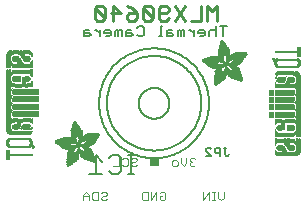
<source format=gbr>
G04 EAGLE Gerber RS-274X export*
G75*
%MOMM*%
%FSLAX34Y34*%
%LPD*%
%INSilkscreen Bottom*%
%IPPOS*%
%AMOC8*
5,1,8,0,0,1.08239X$1,22.5*%
G01*
%ADD10C,0.228600*%
%ADD11C,0.152400*%
%ADD12C,0.101600*%
%ADD13R,0.050800X0.006300*%
%ADD14R,0.082600X0.006400*%
%ADD15R,0.120600X0.006300*%
%ADD16R,0.139700X0.006400*%
%ADD17R,0.158800X0.006300*%
%ADD18R,0.177800X0.006400*%
%ADD19R,0.196800X0.006300*%
%ADD20R,0.215900X0.006400*%
%ADD21R,0.228600X0.006300*%
%ADD22R,0.241300X0.006400*%
%ADD23R,0.254000X0.006300*%
%ADD24R,0.266700X0.006400*%
%ADD25R,0.279400X0.006300*%
%ADD26R,0.285700X0.006400*%
%ADD27R,0.298400X0.006300*%
%ADD28R,0.311200X0.006400*%
%ADD29R,0.317500X0.006300*%
%ADD30R,0.330200X0.006400*%
%ADD31R,0.336600X0.006300*%
%ADD32R,0.349200X0.006400*%
%ADD33R,0.361900X0.006300*%
%ADD34R,0.368300X0.006400*%
%ADD35R,0.381000X0.006300*%
%ADD36R,0.387300X0.006400*%
%ADD37R,0.393700X0.006300*%
%ADD38R,0.406400X0.006400*%
%ADD39R,0.412700X0.006300*%
%ADD40R,0.419100X0.006400*%
%ADD41R,0.431800X0.006300*%
%ADD42R,0.438100X0.006400*%
%ADD43R,0.450800X0.006300*%
%ADD44R,0.457200X0.006400*%
%ADD45R,0.463500X0.006300*%
%ADD46R,0.476200X0.006400*%
%ADD47R,0.482600X0.006300*%
%ADD48R,0.488900X0.006400*%
%ADD49R,0.501600X0.006300*%
%ADD50R,0.508000X0.006400*%
%ADD51R,0.514300X0.006300*%
%ADD52R,0.527000X0.006400*%
%ADD53R,0.533400X0.006300*%
%ADD54R,0.546100X0.006400*%
%ADD55R,0.552400X0.006300*%
%ADD56R,0.558800X0.006400*%
%ADD57R,0.571500X0.006300*%
%ADD58R,0.577800X0.006400*%
%ADD59R,0.584200X0.006300*%
%ADD60R,0.596900X0.006400*%
%ADD61R,0.603200X0.006300*%
%ADD62R,0.609600X0.006400*%
%ADD63R,0.622300X0.006300*%
%ADD64R,0.628600X0.006400*%
%ADD65R,0.641300X0.006300*%
%ADD66R,0.647700X0.006400*%
%ADD67R,0.063500X0.006300*%
%ADD68R,0.654000X0.006300*%
%ADD69R,0.101600X0.006400*%
%ADD70R,0.666700X0.006400*%
%ADD71R,0.139700X0.006300*%
%ADD72R,0.673100X0.006300*%
%ADD73R,0.165100X0.006400*%
%ADD74R,0.679400X0.006400*%
%ADD75R,0.196900X0.006300*%
%ADD76R,0.692100X0.006300*%
%ADD77R,0.222200X0.006400*%
%ADD78R,0.698500X0.006400*%
%ADD79R,0.247700X0.006300*%
%ADD80R,0.704800X0.006300*%
%ADD81R,0.279400X0.006400*%
%ADD82R,0.717500X0.006400*%
%ADD83R,0.298500X0.006300*%
%ADD84R,0.723900X0.006300*%
%ADD85R,0.736600X0.006400*%
%ADD86R,0.342900X0.006300*%
%ADD87R,0.742900X0.006300*%
%ADD88R,0.374700X0.006400*%
%ADD89R,0.749300X0.006400*%
%ADD90R,0.762000X0.006300*%
%ADD91R,0.412700X0.006400*%
%ADD92R,0.768300X0.006400*%
%ADD93R,0.438100X0.006300*%
%ADD94R,0.774700X0.006300*%
%ADD95R,0.463600X0.006400*%
%ADD96R,0.787400X0.006400*%
%ADD97R,0.793700X0.006300*%
%ADD98R,0.495300X0.006400*%
%ADD99R,0.800100X0.006400*%
%ADD100R,0.520700X0.006300*%
%ADD101R,0.812800X0.006300*%
%ADD102R,0.533400X0.006400*%
%ADD103R,0.819100X0.006400*%
%ADD104R,0.558800X0.006300*%
%ADD105R,0.825500X0.006300*%
%ADD106R,0.577900X0.006400*%
%ADD107R,0.831800X0.006400*%
%ADD108R,0.596900X0.006300*%
%ADD109R,0.844500X0.006300*%
%ADD110R,0.616000X0.006400*%
%ADD111R,0.850900X0.006400*%
%ADD112R,0.635000X0.006300*%
%ADD113R,0.857200X0.006300*%
%ADD114R,0.654100X0.006400*%
%ADD115R,0.863600X0.006400*%
%ADD116R,0.666700X0.006300*%
%ADD117R,0.869900X0.006300*%
%ADD118R,0.685800X0.006400*%
%ADD119R,0.876300X0.006400*%
%ADD120R,0.882600X0.006300*%
%ADD121R,0.723900X0.006400*%
%ADD122R,0.889000X0.006400*%
%ADD123R,0.895300X0.006300*%
%ADD124R,0.755700X0.006400*%
%ADD125R,0.901700X0.006400*%
%ADD126R,0.908000X0.006300*%
%ADD127R,0.793800X0.006400*%
%ADD128R,0.914400X0.006400*%
%ADD129R,0.806400X0.006300*%
%ADD130R,0.920700X0.006300*%
%ADD131R,0.825500X0.006400*%
%ADD132R,0.927100X0.006400*%
%ADD133R,0.933400X0.006300*%
%ADD134R,0.857300X0.006400*%
%ADD135R,0.939800X0.006400*%
%ADD136R,0.870000X0.006300*%
%ADD137R,0.939800X0.006300*%
%ADD138R,0.946100X0.006400*%
%ADD139R,0.952500X0.006300*%
%ADD140R,0.908000X0.006400*%
%ADD141R,0.958800X0.006400*%
%ADD142R,0.965200X0.006300*%
%ADD143R,0.965200X0.006400*%
%ADD144R,0.971500X0.006300*%
%ADD145R,0.952500X0.006400*%
%ADD146R,0.977900X0.006400*%
%ADD147R,0.958800X0.006300*%
%ADD148R,0.984200X0.006300*%
%ADD149R,0.971500X0.006400*%
%ADD150R,0.984200X0.006400*%
%ADD151R,0.990600X0.006300*%
%ADD152R,0.984300X0.006400*%
%ADD153R,0.996900X0.006400*%
%ADD154R,0.997000X0.006300*%
%ADD155R,0.996900X0.006300*%
%ADD156R,1.003300X0.006400*%
%ADD157R,1.016000X0.006300*%
%ADD158R,1.009600X0.006300*%
%ADD159R,1.016000X0.006400*%
%ADD160R,1.009600X0.006400*%
%ADD161R,1.022300X0.006300*%
%ADD162R,1.028700X0.006400*%
%ADD163R,1.035100X0.006300*%
%ADD164R,1.047800X0.006400*%
%ADD165R,1.054100X0.006300*%
%ADD166R,1.028700X0.006300*%
%ADD167R,1.054100X0.006400*%
%ADD168R,1.035000X0.006400*%
%ADD169R,1.060400X0.006300*%
%ADD170R,1.035000X0.006300*%
%ADD171R,1.060500X0.006400*%
%ADD172R,1.041400X0.006400*%
%ADD173R,1.066800X0.006300*%
%ADD174R,1.041400X0.006300*%
%ADD175R,1.079500X0.006400*%
%ADD176R,1.047700X0.006400*%
%ADD177R,1.085900X0.006300*%
%ADD178R,1.047700X0.006300*%
%ADD179R,1.085800X0.006400*%
%ADD180R,1.092200X0.006300*%
%ADD181R,1.085900X0.006400*%
%ADD182R,1.098600X0.006300*%
%ADD183R,1.098600X0.006400*%
%ADD184R,1.060400X0.006400*%
%ADD185R,1.104900X0.006300*%
%ADD186R,1.104900X0.006400*%
%ADD187R,1.066800X0.006400*%
%ADD188R,1.111200X0.006300*%
%ADD189R,1.117600X0.006400*%
%ADD190R,1.117600X0.006300*%
%ADD191R,1.073100X0.006300*%
%ADD192R,1.073100X0.006400*%
%ADD193R,1.124000X0.006300*%
%ADD194R,1.079500X0.006300*%
%ADD195R,1.123900X0.006400*%
%ADD196R,1.130300X0.006300*%
%ADD197R,1.130300X0.006400*%
%ADD198R,1.136700X0.006400*%
%ADD199R,1.136700X0.006300*%
%ADD200R,1.085800X0.006300*%
%ADD201R,1.136600X0.006400*%
%ADD202R,1.136600X0.006300*%
%ADD203R,1.143000X0.006400*%
%ADD204R,1.143000X0.006300*%
%ADD205R,1.149400X0.006300*%
%ADD206R,1.149300X0.006300*%
%ADD207R,1.149300X0.006400*%
%ADD208R,1.149400X0.006400*%
%ADD209R,1.155700X0.006400*%
%ADD210R,1.155700X0.006300*%
%ADD211R,1.060500X0.006300*%
%ADD212R,2.197100X0.006400*%
%ADD213R,2.197100X0.006300*%
%ADD214R,2.184400X0.006300*%
%ADD215R,2.184400X0.006400*%
%ADD216R,2.171700X0.006400*%
%ADD217R,2.171700X0.006300*%
%ADD218R,1.530300X0.006400*%
%ADD219R,1.505000X0.006300*%
%ADD220R,1.492300X0.006400*%
%ADD221R,1.485900X0.006300*%
%ADD222R,0.565200X0.006300*%
%ADD223R,1.473200X0.006400*%
%ADD224R,0.565200X0.006400*%
%ADD225R,1.460500X0.006300*%
%ADD226R,1.454100X0.006400*%
%ADD227R,0.552400X0.006400*%
%ADD228R,1.441500X0.006300*%
%ADD229R,0.546100X0.006300*%
%ADD230R,1.435100X0.006400*%
%ADD231R,0.539800X0.006400*%
%ADD232R,1.428800X0.006300*%
%ADD233R,1.422400X0.006400*%
%ADD234R,1.409700X0.006300*%
%ADD235R,0.527100X0.006300*%
%ADD236R,1.403300X0.006400*%
%ADD237R,0.527100X0.006400*%
%ADD238R,1.390700X0.006300*%
%ADD239R,1.384300X0.006400*%
%ADD240R,0.520700X0.006400*%
%ADD241R,1.384300X0.006300*%
%ADD242R,0.514400X0.006300*%
%ADD243R,1.371600X0.006400*%
%ADD244R,1.365200X0.006300*%
%ADD245R,0.508000X0.006300*%
%ADD246R,1.352600X0.006400*%
%ADD247R,0.501700X0.006400*%
%ADD248R,0.711200X0.006300*%
%ADD249R,0.603300X0.006300*%
%ADD250R,0.501700X0.006300*%
%ADD251R,0.692100X0.006400*%
%ADD252R,0.571500X0.006400*%
%ADD253R,0.679400X0.006300*%
%ADD254R,0.495300X0.006300*%
%ADD255R,0.673100X0.006400*%
%ADD256R,0.666800X0.006300*%
%ADD257R,0.488900X0.006300*%
%ADD258R,0.660400X0.006400*%
%ADD259R,0.482600X0.006400*%
%ADD260R,0.476200X0.006300*%
%ADD261R,0.654000X0.006400*%
%ADD262R,0.469900X0.006400*%
%ADD263R,0.476300X0.006400*%
%ADD264R,0.647700X0.006300*%
%ADD265R,0.457200X0.006300*%
%ADD266R,0.469900X0.006300*%
%ADD267R,0.641300X0.006400*%
%ADD268R,0.444500X0.006400*%
%ADD269R,0.463600X0.006300*%
%ADD270R,0.635000X0.006400*%
%ADD271R,0.463500X0.006400*%
%ADD272R,0.393700X0.006400*%
%ADD273R,0.450800X0.006400*%
%ADD274R,0.628600X0.006300*%
%ADD275R,0.387400X0.006300*%
%ADD276R,0.450900X0.006300*%
%ADD277R,0.628700X0.006400*%
%ADD278R,0.374600X0.006400*%
%ADD279R,0.368300X0.006300*%
%ADD280R,0.438200X0.006300*%
%ADD281R,0.622300X0.006400*%
%ADD282R,0.355600X0.006400*%
%ADD283R,0.431800X0.006400*%
%ADD284R,0.349300X0.006300*%
%ADD285R,0.425400X0.006300*%
%ADD286R,0.615900X0.006300*%
%ADD287R,0.330200X0.006300*%
%ADD288R,0.419100X0.006300*%
%ADD289R,0.616000X0.006300*%
%ADD290R,0.311200X0.006300*%
%ADD291R,0.406400X0.006300*%
%ADD292R,0.615900X0.006400*%
%ADD293R,0.304800X0.006400*%
%ADD294R,0.158800X0.006400*%
%ADD295R,0.609600X0.006300*%
%ADD296R,0.292100X0.006300*%
%ADD297R,0.235000X0.006300*%
%ADD298R,0.387400X0.006400*%
%ADD299R,0.292100X0.006400*%
%ADD300R,0.336500X0.006300*%
%ADD301R,0.260400X0.006300*%
%ADD302R,0.603300X0.006400*%
%ADD303R,0.260400X0.006400*%
%ADD304R,0.362000X0.006400*%
%ADD305R,0.450900X0.006400*%
%ADD306R,0.355600X0.006300*%
%ADD307R,0.342900X0.006400*%
%ADD308R,0.514300X0.006400*%
%ADD309R,0.234900X0.006300*%
%ADD310R,0.539700X0.006300*%
%ADD311R,0.603200X0.006400*%
%ADD312R,0.234900X0.006400*%
%ADD313R,0.920700X0.006400*%
%ADD314R,0.958900X0.006400*%
%ADD315R,0.215900X0.006300*%
%ADD316R,0.209600X0.006400*%
%ADD317R,0.203200X0.006300*%
%ADD318R,1.003300X0.006300*%
%ADD319R,0.203200X0.006400*%
%ADD320R,0.196900X0.006400*%
%ADD321R,0.190500X0.006300*%
%ADD322R,0.190500X0.006400*%
%ADD323R,0.184200X0.006300*%
%ADD324R,0.590500X0.006400*%
%ADD325R,0.184200X0.006400*%
%ADD326R,0.590500X0.006300*%
%ADD327R,0.177800X0.006300*%
%ADD328R,0.584200X0.006400*%
%ADD329R,1.168400X0.006400*%
%ADD330R,0.171500X0.006300*%
%ADD331R,1.187500X0.006300*%
%ADD332R,1.200100X0.006400*%
%ADD333R,0.577800X0.006300*%
%ADD334R,1.212900X0.006300*%
%ADD335R,1.231900X0.006400*%
%ADD336R,1.250900X0.006300*%
%ADD337R,0.565100X0.006400*%
%ADD338R,0.184100X0.006400*%
%ADD339R,1.263700X0.006400*%
%ADD340R,0.565100X0.006300*%
%ADD341R,1.289100X0.006300*%
%ADD342R,1.314400X0.006400*%
%ADD343R,0.552500X0.006300*%
%ADD344R,1.568500X0.006300*%
%ADD345R,0.552500X0.006400*%
%ADD346R,1.581200X0.006400*%
%ADD347R,1.593800X0.006300*%
%ADD348R,1.606500X0.006400*%
%ADD349R,1.619300X0.006300*%
%ADD350R,0.514400X0.006400*%
%ADD351R,1.638300X0.006400*%
%ADD352R,1.657300X0.006300*%
%ADD353R,2.209800X0.006400*%
%ADD354R,2.425700X0.006300*%
%ADD355R,2.470100X0.006400*%
%ADD356R,2.501900X0.006300*%
%ADD357R,2.533700X0.006400*%
%ADD358R,2.559000X0.006300*%
%ADD359R,2.584500X0.006400*%
%ADD360R,2.609900X0.006300*%
%ADD361R,2.628900X0.006400*%
%ADD362R,2.660600X0.006300*%
%ADD363R,2.673400X0.006400*%
%ADD364R,1.422400X0.006300*%
%ADD365R,1.200200X0.006300*%
%ADD366R,1.365300X0.006300*%
%ADD367R,1.365300X0.006400*%
%ADD368R,1.352500X0.006300*%
%ADD369R,1.098500X0.006300*%
%ADD370R,1.358900X0.006400*%
%ADD371R,1.352600X0.006300*%
%ADD372R,1.358900X0.006300*%
%ADD373R,1.371600X0.006300*%
%ADD374R,1.377900X0.006400*%
%ADD375R,1.397000X0.006400*%
%ADD376R,1.403300X0.006300*%
%ADD377R,0.914400X0.006300*%
%ADD378R,0.876300X0.006300*%
%ADD379R,0.374600X0.006300*%
%ADD380R,1.073200X0.006400*%
%ADD381R,0.374700X0.006300*%
%ADD382R,0.844600X0.006400*%
%ADD383R,0.844600X0.006300*%
%ADD384R,0.831900X0.006400*%
%ADD385R,1.092200X0.006400*%
%ADD386R,0.400000X0.006300*%
%ADD387R,0.819200X0.006400*%
%ADD388R,1.111300X0.006400*%
%ADD389R,0.812800X0.006400*%
%ADD390R,0.800100X0.006300*%
%ADD391R,0.476300X0.006300*%
%ADD392R,1.181100X0.006300*%
%ADD393R,0.501600X0.006400*%
%ADD394R,1.193800X0.006400*%
%ADD395R,0.781000X0.006400*%
%ADD396R,1.238200X0.006400*%
%ADD397R,0.781100X0.006300*%
%ADD398R,1.257300X0.006300*%
%ADD399R,1.295400X0.006400*%
%ADD400R,1.333500X0.006300*%
%ADD401R,0.774700X0.006400*%
%ADD402R,1.866900X0.006400*%
%ADD403R,0.209600X0.006300*%
%ADD404R,1.866900X0.006300*%
%ADD405R,0.768400X0.006400*%
%ADD406R,0.209500X0.006400*%
%ADD407R,1.860600X0.006400*%
%ADD408R,0.762000X0.006400*%
%ADD409R,0.768400X0.006300*%
%ADD410R,1.860600X0.006300*%
%ADD411R,1.860500X0.006400*%
%ADD412R,0.222300X0.006300*%
%ADD413R,1.854200X0.006300*%
%ADD414R,0.235000X0.006400*%
%ADD415R,1.854200X0.006400*%
%ADD416R,0.768300X0.006300*%
%ADD417R,0.260300X0.006400*%
%ADD418R,1.847800X0.006400*%
%ADD419R,0.266700X0.006300*%
%ADD420R,1.847800X0.006300*%
%ADD421R,0.273100X0.006400*%
%ADD422R,1.841500X0.006400*%
%ADD423R,0.285800X0.006300*%
%ADD424R,1.841500X0.006300*%
%ADD425R,0.298500X0.006400*%
%ADD426R,1.835100X0.006400*%
%ADD427R,0.781000X0.006300*%
%ADD428R,0.304800X0.006300*%
%ADD429R,1.835100X0.006300*%
%ADD430R,0.317500X0.006400*%
%ADD431R,1.828800X0.006400*%
%ADD432R,0.787400X0.006300*%
%ADD433R,0.323800X0.006300*%
%ADD434R,1.828800X0.006300*%
%ADD435R,0.793700X0.006400*%
%ADD436R,1.822400X0.006400*%
%ADD437R,0.806500X0.006300*%
%ADD438R,1.822400X0.006300*%
%ADD439R,1.816100X0.006400*%
%ADD440R,0.819100X0.006300*%
%ADD441R,0.387300X0.006300*%
%ADD442R,1.816100X0.006300*%
%ADD443R,1.809800X0.006400*%
%ADD444R,1.803400X0.006300*%
%ADD445R,1.797000X0.006400*%
%ADD446R,0.901700X0.006300*%
%ADD447R,1.797000X0.006300*%
%ADD448R,1.441400X0.006400*%
%ADD449R,1.790700X0.006400*%
%ADD450R,1.447800X0.006300*%
%ADD451R,1.784300X0.006300*%
%ADD452R,1.447800X0.006400*%
%ADD453R,1.784300X0.006400*%
%ADD454R,1.454100X0.006300*%
%ADD455R,1.771700X0.006300*%
%ADD456R,1.460500X0.006400*%
%ADD457R,1.759000X0.006400*%
%ADD458R,1.466800X0.006300*%
%ADD459R,1.752600X0.006300*%
%ADD460R,1.466800X0.006400*%
%ADD461R,1.739900X0.006400*%
%ADD462R,1.473200X0.006300*%
%ADD463R,1.727200X0.006300*%
%ADD464R,1.479500X0.006400*%
%ADD465R,1.714500X0.006400*%
%ADD466R,1.695400X0.006300*%
%ADD467R,1.485900X0.006400*%
%ADD468R,1.682700X0.006400*%
%ADD469R,1.492200X0.006300*%
%ADD470R,1.663700X0.006300*%
%ADD471R,1.498600X0.006400*%
%ADD472R,1.644600X0.006400*%
%ADD473R,1.498600X0.006300*%
%ADD474R,1.619200X0.006300*%
%ADD475R,1.511300X0.006400*%
%ADD476R,1.600200X0.006400*%
%ADD477R,1.517700X0.006300*%
%ADD478R,1.574800X0.006300*%
%ADD479R,1.524000X0.006400*%
%ADD480R,1.555800X0.006400*%
%ADD481R,1.524000X0.006300*%
%ADD482R,1.536700X0.006300*%
%ADD483R,1.530400X0.006400*%
%ADD484R,1.517700X0.006400*%
%ADD485R,1.492300X0.006300*%
%ADD486R,1.549400X0.006400*%
%ADD487R,1.479600X0.006400*%
%ADD488R,1.549400X0.006300*%
%ADD489R,1.555700X0.006400*%
%ADD490R,1.562100X0.006300*%
%ADD491R,0.323900X0.006300*%
%ADD492R,1.568400X0.006400*%
%ADD493R,0.336600X0.006400*%
%ADD494R,1.587500X0.006300*%
%ADD495R,0.971600X0.006300*%
%ADD496R,0.349300X0.006400*%
%ADD497R,1.600200X0.006300*%
%ADD498R,0.920800X0.006300*%
%ADD499R,0.882700X0.006400*%
%ADD500R,1.612900X0.006300*%
%ADD501R,0.362000X0.006300*%
%ADD502R,1.625600X0.006400*%
%ADD503R,1.625600X0.006300*%
%ADD504R,1.644600X0.006300*%
%ADD505R,0.736600X0.006300*%
%ADD506R,0.717600X0.006400*%
%ADD507R,1.657400X0.006300*%
%ADD508R,0.679500X0.006300*%
%ADD509R,1.663700X0.006400*%
%ADD510R,0.400000X0.006400*%
%ADD511R,1.676400X0.006300*%
%ADD512R,1.676400X0.006400*%
%ADD513R,0.425500X0.006400*%
%ADD514R,1.352500X0.006400*%
%ADD515R,0.444500X0.006300*%
%ADD516R,0.361900X0.006400*%
%ADD517R,0.088900X0.006300*%
%ADD518R,1.009700X0.006300*%
%ADD519R,1.009700X0.006400*%
%ADD520R,1.022300X0.006400*%
%ADD521R,1.346200X0.006400*%
%ADD522R,1.346200X0.006300*%
%ADD523R,1.339900X0.006400*%
%ADD524R,1.035100X0.006400*%
%ADD525R,1.339800X0.006300*%
%ADD526R,1.333500X0.006400*%
%ADD527R,1.327200X0.006400*%
%ADD528R,1.320800X0.006300*%
%ADD529R,1.314500X0.006400*%
%ADD530R,1.314400X0.006300*%
%ADD531R,1.301700X0.006400*%
%ADD532R,1.295400X0.006300*%
%ADD533R,1.289000X0.006400*%
%ADD534R,1.276300X0.006300*%
%ADD535R,1.251000X0.006300*%
%ADD536R,1.244600X0.006400*%
%ADD537R,1.231900X0.006300*%
%ADD538R,1.212800X0.006400*%
%ADD539R,1.200100X0.006300*%
%ADD540R,1.187400X0.006400*%
%ADD541R,1.168400X0.006300*%
%ADD542R,1.047800X0.006300*%
%ADD543R,0.977900X0.006300*%
%ADD544R,0.946200X0.006400*%
%ADD545R,0.933400X0.006400*%
%ADD546R,0.895300X0.006400*%
%ADD547R,0.882700X0.006300*%
%ADD548R,0.863600X0.006300*%
%ADD549R,0.857200X0.006400*%
%ADD550R,0.850900X0.006300*%
%ADD551R,0.838200X0.006300*%
%ADD552R,0.806500X0.006400*%
%ADD553R,0.717600X0.006300*%
%ADD554R,0.711200X0.006400*%
%ADD555R,0.641400X0.006400*%
%ADD556R,0.641400X0.006300*%
%ADD557R,0.628700X0.006300*%
%ADD558R,0.590600X0.006300*%
%ADD559R,0.539700X0.006400*%
%ADD560R,0.285700X0.006300*%
%ADD561R,0.222200X0.006300*%
%ADD562R,0.171400X0.006300*%
%ADD563R,0.152400X0.006400*%
%ADD564R,0.133400X0.006300*%
%ADD565R,0.022863X0.462278*%
%ADD566R,0.022863X0.462281*%
%ADD567R,0.022863X0.436881*%
%ADD568R,0.023113X0.462278*%
%ADD569R,0.023113X0.462281*%
%ADD570R,0.023113X0.436881*%
%ADD571R,0.023116X0.462278*%
%ADD572R,0.023116X0.462281*%
%ADD573R,0.023116X0.436881*%
%ADD574R,0.023113X0.022863*%
%ADD575R,0.023116X0.091441*%
%ADD576R,0.023113X0.139700*%
%ADD577R,0.023116X0.185419*%
%ADD578R,0.023113X0.254000*%
%ADD579R,0.023113X0.299719*%
%ADD580R,0.023116X0.345438*%
%ADD581R,0.023113X0.391159*%
%ADD582R,0.023116X0.393700*%
%ADD583R,0.022863X0.325119*%
%ADD584R,0.022863X0.599438*%
%ADD585R,0.022863X0.622300*%
%ADD586R,0.022863X0.530859*%
%ADD587R,0.022863X0.439422*%
%ADD588R,0.022863X0.231138*%
%ADD589R,0.022863X0.071119*%
%ADD590R,0.022863X0.533400*%
%ADD591R,0.022863X0.208281*%
%ADD592R,0.023113X0.345441*%
%ADD593R,0.023113X0.576578*%
%ADD594R,0.023113X0.599438*%
%ADD595R,0.023113X0.508000*%
%ADD596R,0.023113X0.416563*%
%ADD597R,0.023113X0.208278*%
%ADD598R,0.023113X0.553722*%
%ADD599R,0.023113X0.208281*%
%ADD600R,0.023116X0.345441*%
%ADD601R,0.023116X0.530859*%
%ADD602R,0.023116X0.370841*%
%ADD603R,0.023116X0.162559*%
%ADD604R,0.023116X0.576581*%
%ADD605R,0.023116X0.208281*%
%ADD606R,0.023113X0.322578*%
%ADD607R,0.023113X0.485137*%
%ADD608R,0.023113X0.416559*%
%ADD609R,0.023113X0.347981*%
%ADD610R,0.023113X0.116838*%
%ADD611R,0.023113X0.647700*%
%ADD612R,0.023116X0.322581*%
%ADD613R,0.023116X0.485137*%
%ADD614R,0.023116X0.093978*%
%ADD615R,0.023116X0.231141*%
%ADD616R,0.023116X0.693419*%
%ADD617R,0.023113X0.322581*%
%ADD618R,0.023113X0.439419*%
%ADD619R,0.023113X0.370841*%
%ADD620R,0.023113X0.299722*%
%ADD621R,0.023113X0.045719*%
%ADD622R,0.023113X0.739138*%
%ADD623R,0.023113X0.414019*%
%ADD624R,0.023113X0.347978*%
%ADD625R,0.023113X0.762000*%
%ADD626R,0.023116X0.414019*%
%ADD627R,0.023116X0.182881*%
%ADD628R,0.023116X0.347978*%
%ADD629R,0.023116X0.276863*%
%ADD630R,0.023116X0.116841*%
%ADD631R,0.023116X0.276859*%
%ADD632R,0.023116X0.784863*%
%ADD633R,0.023113X0.325119*%
%ADD634R,0.023113X0.276863*%
%ADD635R,0.023113X0.276859*%
%ADD636R,0.023116X0.325119*%
%ADD637R,0.023116X0.391159*%
%ADD638R,0.023116X0.302259*%
%ADD639R,0.023116X0.254000*%
%ADD640R,0.023113X0.302259*%
%ADD641R,0.023113X0.393700*%
%ADD642R,0.023113X0.231141*%
%ADD643R,0.022863X0.302259*%
%ADD644R,0.022863X0.439419*%
%ADD645R,0.022863X0.368300*%
%ADD646R,0.022863X0.391159*%
%ADD647R,0.022863X0.416559*%
%ADD648R,0.022863X0.276863*%
%ADD649R,0.022863X0.205741*%
%ADD650R,0.023113X0.368300*%
%ADD651R,0.023113X0.205741*%
%ADD652R,0.023116X0.368300*%
%ADD653R,0.023116X0.205741*%
%ADD654R,0.023113X0.182881*%
%ADD655R,0.022863X0.276859*%
%ADD656R,0.022863X0.182881*%
%ADD657R,0.023113X0.924559*%
%ADD658R,0.023116X0.924559*%
%ADD659R,0.023113X0.901700*%
%ADD660R,0.023116X0.901700*%
%ADD661R,0.023113X0.878841*%
%ADD662R,0.023116X0.855981*%
%ADD663R,0.023113X0.833119*%
%ADD664R,0.022863X0.787400*%
%ADD665R,0.022863X0.414019*%
%ADD666R,0.022863X0.924559*%
%ADD667R,0.023113X0.739141*%
%ADD668R,0.023116X0.716281*%
%ADD669R,0.023116X0.299722*%
%ADD670R,0.023113X0.670559*%
%ADD671R,0.023116X0.647700*%
%ADD672R,0.023116X0.508000*%
%ADD673R,0.023116X0.299719*%
%ADD674R,0.023113X0.601981*%
%ADD675R,0.023113X0.530859*%
%ADD676R,0.023113X0.231138*%
%ADD677R,0.023113X0.556259*%
%ADD678R,0.023113X0.185419*%
%ADD679R,0.023116X0.533400*%
%ADD680R,0.023116X0.599438*%
%ADD681R,0.023116X0.416563*%
%ADD682R,0.023116X0.116838*%
%ADD683R,0.023113X0.485141*%
%ADD684R,0.023113X0.645159*%
%ADD685R,0.023113X0.716278*%
%ADD686R,0.022863X0.393700*%
%ADD687R,0.022863X0.762000*%
%ADD688R,0.022863X0.624841*%
%ADD689R,0.023113X0.784859*%
%ADD690R,0.023113X0.693422*%
%ADD691R,0.023116X0.830578*%
%ADD692R,0.023116X0.739141*%
%ADD693R,0.023113X0.876300*%
%ADD694R,0.023113X0.807722*%
%ADD695R,0.023116X0.899159*%
%ADD696R,0.023116X0.878841*%
%ADD697R,0.023113X0.922019*%
%ADD698R,0.023113X0.947419*%
%ADD699R,0.023116X0.970278*%
%ADD700R,0.023113X0.970278*%
%ADD701R,0.023116X0.439419*%
%ADD702R,0.022863X0.299722*%
%ADD703R,0.023116X0.416559*%
%ADD704R,0.023116X0.347981*%
%ADD705R,0.023113X0.137159*%
%ADD706R,0.023113X0.093978*%
%ADD707R,0.023113X0.091441*%
%ADD708R,0.023113X0.093981*%
%ADD709R,0.023113X0.114300*%
%ADD710R,0.023116X0.045719*%
%ADD711R,0.023116X0.045722*%
%ADD712R,0.023113X0.071119*%
%ADD713R,0.023113X0.116841*%
%ADD714R,0.023116X0.139700*%
%ADD715R,0.022863X0.322581*%
%ADD716R,0.022863X0.345441*%
%ADD717R,0.022863X0.162559*%
%ADD718R,0.022863X0.576581*%
%ADD719R,0.023113X0.668019*%
%ADD720R,0.023113X0.533400*%
%ADD721R,0.023116X1.455419*%
%ADD722R,0.023116X5.519419*%
%ADD723R,0.023113X1.455419*%
%ADD724R,0.023113X5.519419*%
%ADD725R,0.023116X5.494019*%
%ADD726R,0.023113X1.430019*%
%ADD727R,0.023113X5.494019*%
%ADD728R,0.023116X1.430019*%
%ADD729R,0.023116X5.471159*%
%ADD730R,0.023116X0.762000*%
%ADD731R,0.023113X1.407159*%
%ADD732R,0.023113X5.471159*%
%ADD733R,0.022863X1.384300*%
%ADD734R,0.022863X5.448300*%
%ADD735R,0.022863X0.716278*%
%ADD736R,0.022863X0.878841*%
%ADD737R,0.023113X1.361438*%
%ADD738R,0.023113X5.425438*%
%ADD739R,0.023116X1.338578*%
%ADD740R,0.023116X5.402578*%
%ADD741R,0.023116X0.624841*%
%ADD742R,0.023113X1.292859*%
%ADD743R,0.023113X5.356859*%
%ADD744R,0.023116X1.224278*%
%ADD745R,0.023116X5.288278*%
%ADD746C,0.200000*%


D10*
X180117Y158877D02*
X180117Y171334D01*
X175965Y167181D01*
X171813Y171334D01*
X171813Y158877D01*
X166552Y158877D02*
X166552Y171334D01*
X166552Y158877D02*
X158248Y158877D01*
X152987Y171334D02*
X144683Y158877D01*
X152987Y158877D02*
X144683Y171334D01*
X139422Y160953D02*
X137346Y158877D01*
X133194Y158877D01*
X131118Y160953D01*
X131118Y169258D01*
X133194Y171334D01*
X137346Y171334D01*
X139422Y169258D01*
X139422Y167181D01*
X137346Y165105D01*
X131118Y165105D01*
X125857Y160953D02*
X125857Y169258D01*
X123781Y171334D01*
X119629Y171334D01*
X117553Y169258D01*
X117553Y160953D01*
X119629Y158877D01*
X123781Y158877D01*
X125857Y160953D01*
X117553Y169258D01*
X108140Y169258D02*
X103988Y171334D01*
X108140Y169258D02*
X112292Y165105D01*
X112292Y160953D01*
X110216Y158877D01*
X106064Y158877D01*
X103988Y160953D01*
X103988Y163029D01*
X106064Y165105D01*
X112292Y165105D01*
X92499Y158877D02*
X92499Y171334D01*
X98727Y165105D01*
X90423Y165105D01*
X85162Y160953D02*
X85162Y169258D01*
X83086Y171334D01*
X78934Y171334D01*
X76858Y169258D01*
X76858Y160953D01*
X78934Y158877D01*
X83086Y158877D01*
X85162Y160953D01*
X76858Y169258D01*
D11*
X185725Y154185D02*
X185725Y145542D01*
X188606Y154185D02*
X182844Y154185D01*
X179251Y154185D02*
X179251Y145542D01*
X179251Y149864D02*
X177810Y151304D01*
X174929Y151304D01*
X173489Y149864D01*
X173489Y145542D01*
X168455Y145542D02*
X165574Y145542D01*
X168455Y145542D02*
X169896Y146983D01*
X169896Y149864D01*
X168455Y151304D01*
X165574Y151304D01*
X164133Y149864D01*
X164133Y148423D01*
X169896Y148423D01*
X160540Y145542D02*
X160540Y151304D01*
X160540Y148423D02*
X157659Y151304D01*
X156219Y151304D01*
X152744Y151304D02*
X152744Y145542D01*
X152744Y151304D02*
X151304Y151304D01*
X149863Y149864D01*
X149863Y145542D01*
X149863Y149864D02*
X148423Y151304D01*
X146982Y149864D01*
X146982Y145542D01*
X141949Y151304D02*
X139068Y151304D01*
X137627Y149864D01*
X137627Y145542D01*
X141949Y145542D01*
X143389Y146983D01*
X141949Y148423D01*
X137627Y148423D01*
X134034Y154185D02*
X132594Y154185D01*
X132594Y145542D01*
X134034Y145542D02*
X131153Y145542D01*
X114120Y154185D02*
X112680Y152745D01*
X114120Y154185D02*
X117002Y154185D01*
X118442Y152745D01*
X118442Y146983D01*
X117002Y145542D01*
X114120Y145542D01*
X112680Y146983D01*
X107646Y151304D02*
X104765Y151304D01*
X103325Y149864D01*
X103325Y145542D01*
X107646Y145542D01*
X109087Y146983D01*
X107646Y148423D01*
X103325Y148423D01*
X99732Y145542D02*
X99732Y151304D01*
X98291Y151304D01*
X96851Y149864D01*
X96851Y145542D01*
X96851Y149864D02*
X95410Y151304D01*
X93969Y149864D01*
X93969Y145542D01*
X88936Y145542D02*
X86055Y145542D01*
X88936Y145542D02*
X90377Y146983D01*
X90377Y149864D01*
X88936Y151304D01*
X86055Y151304D01*
X84614Y149864D01*
X84614Y148423D01*
X90377Y148423D01*
X81021Y145542D02*
X81021Y151304D01*
X81021Y148423D02*
X78140Y151304D01*
X76700Y151304D01*
X71785Y151304D02*
X68904Y151304D01*
X67463Y149864D01*
X67463Y145542D01*
X71785Y145542D01*
X73225Y146983D01*
X71785Y148423D01*
X67463Y148423D01*
D12*
X186001Y13722D02*
X186001Y8977D01*
X183628Y6604D01*
X181256Y8977D01*
X181256Y13722D01*
X178517Y6604D02*
X176144Y6604D01*
X177330Y6604D02*
X177330Y13722D01*
X176144Y13722D02*
X178517Y13722D01*
X173527Y13722D02*
X173527Y6604D01*
X168782Y6604D02*
X173527Y13722D01*
X168782Y13722D02*
X168782Y6604D01*
X161848Y41746D02*
X160662Y42932D01*
X158289Y42932D01*
X157103Y41746D01*
X157103Y40559D01*
X158289Y39373D01*
X159476Y39373D01*
X158289Y39373D02*
X157103Y38187D01*
X157103Y37000D01*
X158289Y35814D01*
X160662Y35814D01*
X161848Y37000D01*
X154364Y38187D02*
X154364Y42932D01*
X154364Y38187D02*
X151991Y35814D01*
X149619Y38187D01*
X149619Y42932D01*
X145694Y35814D02*
X143321Y35814D01*
X142135Y37000D01*
X142135Y39373D01*
X143321Y40559D01*
X145694Y40559D01*
X146880Y39373D01*
X146880Y37000D01*
X145694Y35814D01*
X132889Y13722D02*
X131703Y12536D01*
X132889Y13722D02*
X135262Y13722D01*
X136448Y12536D01*
X136448Y7790D01*
X135262Y6604D01*
X132889Y6604D01*
X131703Y7790D01*
X131703Y10163D01*
X134076Y10163D01*
X128964Y6604D02*
X128964Y13722D01*
X124219Y6604D01*
X124219Y13722D01*
X121480Y13722D02*
X121480Y6604D01*
X117921Y6604D01*
X116735Y7790D01*
X116735Y12536D01*
X117921Y13722D01*
X121480Y13722D01*
X107573Y41746D02*
X108759Y42932D01*
X111132Y42932D01*
X112318Y41746D01*
X112318Y40559D01*
X111132Y39373D01*
X108759Y39373D01*
X107573Y38187D01*
X107573Y37000D01*
X108759Y35814D01*
X111132Y35814D01*
X112318Y37000D01*
X101275Y42932D02*
X100089Y41746D01*
X101275Y42932D02*
X103648Y42932D01*
X104834Y41746D01*
X104834Y37000D01*
X103648Y35814D01*
X101275Y35814D01*
X100089Y37000D01*
X97350Y35814D02*
X97350Y42932D01*
X97350Y35814D02*
X92605Y35814D01*
X83359Y13722D02*
X82173Y12536D01*
X83359Y13722D02*
X85732Y13722D01*
X86918Y12536D01*
X86918Y11349D01*
X85732Y10163D01*
X83359Y10163D01*
X82173Y8977D01*
X82173Y7790D01*
X83359Y6604D01*
X85732Y6604D01*
X86918Y7790D01*
X79434Y6604D02*
X79434Y13722D01*
X79434Y6604D02*
X75875Y6604D01*
X74689Y7790D01*
X74689Y12536D01*
X75875Y13722D01*
X79434Y13722D01*
X71950Y11349D02*
X71950Y6604D01*
X71950Y11349D02*
X69577Y13722D01*
X67205Y11349D01*
X67205Y6604D01*
X67205Y10163D02*
X71950Y10163D01*
D13*
X54490Y35014D03*
D14*
X54458Y35077D03*
D15*
X54458Y35141D03*
D16*
X54489Y35204D03*
D17*
X54458Y35268D03*
D18*
X54490Y35331D03*
D19*
X54458Y35395D03*
D20*
X54489Y35458D03*
D21*
X54490Y35522D03*
D22*
X54553Y35585D03*
D23*
X54553Y35649D03*
D24*
X54616Y35712D03*
D25*
X54617Y35776D03*
D26*
X54648Y35839D03*
D27*
X54712Y35903D03*
D28*
X54712Y35966D03*
D29*
X54743Y36030D03*
D30*
X54807Y36093D03*
D31*
X54839Y36157D03*
D32*
X54839Y36220D03*
D33*
X54902Y36284D03*
D34*
X54934Y36347D03*
D35*
X54998Y36411D03*
D36*
X55029Y36474D03*
D37*
X55061Y36538D03*
D38*
X55125Y36601D03*
D39*
X55156Y36665D03*
D40*
X55188Y36728D03*
D41*
X55252Y36792D03*
D42*
X55283Y36855D03*
D43*
X55347Y36919D03*
D44*
X55379Y36982D03*
D45*
X55410Y37046D03*
D46*
X55474Y37109D03*
D47*
X55506Y37173D03*
D48*
X55537Y37236D03*
D49*
X55601Y37300D03*
D50*
X55633Y37363D03*
D51*
X55664Y37427D03*
D52*
X55728Y37490D03*
D53*
X55760Y37554D03*
D54*
X55823Y37617D03*
D55*
X55855Y37681D03*
D56*
X55887Y37744D03*
D57*
X55950Y37808D03*
D58*
X55982Y37871D03*
D59*
X56014Y37935D03*
D60*
X56077Y37998D03*
D61*
X56109Y38062D03*
D62*
X56141Y38125D03*
D63*
X56204Y38189D03*
D64*
X56236Y38252D03*
D65*
X56299Y38316D03*
D66*
X56331Y38379D03*
D67*
X76143Y38443D03*
D68*
X56363Y38443D03*
D69*
X76143Y38506D03*
D70*
X56426Y38506D03*
D71*
X76079Y38570D03*
D72*
X56458Y38570D03*
D73*
X76016Y38633D03*
D74*
X56490Y38633D03*
D75*
X75984Y38697D03*
D76*
X56553Y38697D03*
D77*
X75921Y38760D03*
D78*
X56585Y38760D03*
D79*
X75857Y38824D03*
D80*
X56617Y38824D03*
D81*
X75762Y38887D03*
D82*
X56680Y38887D03*
D83*
X75730Y38951D03*
D84*
X56712Y38951D03*
D30*
X75635Y39014D03*
D85*
X56776Y39014D03*
D86*
X75571Y39078D03*
D87*
X56807Y39078D03*
D88*
X75476Y39141D03*
D89*
X56839Y39141D03*
D37*
X75381Y39205D03*
D90*
X56903Y39205D03*
D91*
X75349Y39268D03*
D92*
X56934Y39268D03*
D93*
X75222Y39332D03*
D94*
X56966Y39332D03*
D95*
X75159Y39395D03*
D96*
X57030Y39395D03*
D47*
X75064Y39459D03*
D97*
X57061Y39459D03*
D98*
X75000Y39522D03*
D99*
X57093Y39522D03*
D100*
X74873Y39586D03*
D101*
X57157Y39586D03*
D102*
X74810Y39649D03*
D103*
X57188Y39649D03*
D104*
X74683Y39713D03*
D105*
X57220Y39713D03*
D106*
X74587Y39776D03*
D107*
X57252Y39776D03*
D108*
X74492Y39840D03*
D109*
X57315Y39840D03*
D110*
X74397Y39903D03*
D111*
X57347Y39903D03*
D112*
X74302Y39967D03*
D113*
X57379Y39967D03*
D114*
X74206Y40030D03*
D115*
X57411Y40030D03*
D116*
X74079Y40094D03*
D117*
X57442Y40094D03*
D118*
X73984Y40157D03*
D119*
X57474Y40157D03*
D80*
X73889Y40221D03*
D120*
X57506Y40221D03*
D121*
X73793Y40284D03*
D122*
X57538Y40284D03*
D87*
X73698Y40348D03*
D123*
X57569Y40348D03*
D124*
X73571Y40411D03*
D125*
X57601Y40411D03*
D94*
X73476Y40475D03*
D126*
X57633Y40475D03*
D127*
X73381Y40538D03*
D128*
X57665Y40538D03*
D129*
X73254Y40602D03*
D130*
X57696Y40602D03*
D131*
X73158Y40665D03*
D132*
X57728Y40665D03*
D109*
X73063Y40729D03*
D133*
X57760Y40729D03*
D134*
X72936Y40792D03*
D135*
X57792Y40792D03*
D136*
X72873Y40856D03*
D137*
X57792Y40856D03*
D122*
X72778Y40919D03*
D138*
X57823Y40919D03*
D123*
X72682Y40983D03*
D139*
X57855Y40983D03*
D140*
X72619Y41046D03*
D141*
X57887Y41046D03*
D130*
X72555Y41110D03*
D142*
X57919Y41110D03*
D132*
X72460Y41173D03*
D143*
X57919Y41173D03*
D137*
X72397Y41237D03*
D144*
X57950Y41237D03*
D145*
X72333Y41300D03*
D146*
X57982Y41300D03*
D147*
X72238Y41364D03*
D148*
X58014Y41364D03*
D149*
X72174Y41427D03*
D150*
X58014Y41427D03*
D148*
X72111Y41491D03*
D151*
X58046Y41491D03*
D152*
X72047Y41554D03*
D153*
X58077Y41554D03*
D154*
X71984Y41618D03*
D155*
X58077Y41618D03*
D156*
X71952Y41681D03*
X58109Y41681D03*
D157*
X71889Y41745D03*
D158*
X58141Y41745D03*
D159*
X71825Y41808D03*
D160*
X58141Y41808D03*
D161*
X71793Y41872D03*
D157*
X58173Y41872D03*
D162*
X71698Y41935D03*
D159*
X58173Y41935D03*
D163*
X71666Y41999D03*
D161*
X58204Y41999D03*
D164*
X71603Y42062D03*
D162*
X58236Y42062D03*
D165*
X71571Y42126D03*
D166*
X58236Y42126D03*
D167*
X71507Y42189D03*
D168*
X58268Y42189D03*
D169*
X71476Y42253D03*
D170*
X58268Y42253D03*
D171*
X71412Y42316D03*
D172*
X58300Y42316D03*
D173*
X71381Y42380D03*
D174*
X58300Y42380D03*
D175*
X71317Y42443D03*
D176*
X58331Y42443D03*
D177*
X71285Y42507D03*
D178*
X58331Y42507D03*
D179*
X71222Y42570D03*
D167*
X58363Y42570D03*
D180*
X71190Y42634D03*
D165*
X58363Y42634D03*
D181*
X71158Y42697D03*
D167*
X58363Y42697D03*
D182*
X71095Y42761D03*
D169*
X58395Y42761D03*
D183*
X71095Y42824D03*
D184*
X58395Y42824D03*
D185*
X71063Y42888D03*
D173*
X58427Y42888D03*
D186*
X70999Y42951D03*
D187*
X58427Y42951D03*
D188*
X70968Y43015D03*
D173*
X58427Y43015D03*
D189*
X70936Y43078D03*
D187*
X58427Y43078D03*
D190*
X70873Y43142D03*
D191*
X58458Y43142D03*
D189*
X70873Y43205D03*
D192*
X58458Y43205D03*
D193*
X70841Y43269D03*
D194*
X58490Y43269D03*
D195*
X70777Y43332D03*
D175*
X58490Y43332D03*
D196*
X70745Y43396D03*
D194*
X58490Y43396D03*
D197*
X70745Y43459D03*
D175*
X58490Y43459D03*
D196*
X70682Y43523D03*
D194*
X58490Y43523D03*
D198*
X70650Y43586D03*
D179*
X58522Y43586D03*
D199*
X70650Y43650D03*
D200*
X58522Y43650D03*
D201*
X70587Y43713D03*
D175*
X58553Y43713D03*
D202*
X70587Y43777D03*
D194*
X58553Y43777D03*
D203*
X70555Y43840D03*
D181*
X58585Y43840D03*
D204*
X70492Y43904D03*
D177*
X58585Y43904D03*
D203*
X70492Y43967D03*
D181*
X58585Y43967D03*
D205*
X70460Y44031D03*
D177*
X58585Y44031D03*
D203*
X70428Y44094D03*
D181*
X58585Y44094D03*
D206*
X70396Y44158D03*
D177*
X58585Y44158D03*
D207*
X70396Y44221D03*
D181*
X58585Y44221D03*
D205*
X70333Y44285D03*
D177*
X58585Y44285D03*
D208*
X70333Y44348D03*
D181*
X58585Y44348D03*
D205*
X70333Y44412D03*
D200*
X58649Y44412D03*
D207*
X70269Y44475D03*
D179*
X58649Y44475D03*
D206*
X70269Y44539D03*
D200*
X58649Y44539D03*
D209*
X70237Y44602D03*
D179*
X58649Y44602D03*
D205*
X70206Y44666D03*
D200*
X58649Y44666D03*
D208*
X70206Y44729D03*
D179*
X58649Y44729D03*
D210*
X70174Y44793D03*
D200*
X58649Y44793D03*
D207*
X70142Y44856D03*
D179*
X58649Y44856D03*
D206*
X70142Y44920D03*
D194*
X58680Y44920D03*
D209*
X70110Y44983D03*
D175*
X58680Y44983D03*
D205*
X70079Y45047D03*
D194*
X58680Y45047D03*
D208*
X70079Y45110D03*
D175*
X58680Y45110D03*
D205*
X70079Y45174D03*
D194*
X58680Y45174D03*
D207*
X70015Y45237D03*
D192*
X58712Y45237D03*
D206*
X70015Y45301D03*
D191*
X58712Y45301D03*
D207*
X70015Y45364D03*
D187*
X58681Y45364D03*
D205*
X69952Y45428D03*
D173*
X58681Y45428D03*
D208*
X69952Y45491D03*
D187*
X58681Y45491D03*
D205*
X69952Y45555D03*
D211*
X58712Y45555D03*
D203*
X69920Y45618D03*
D171*
X58712Y45618D03*
D206*
X69888Y45682D03*
D211*
X58712Y45682D03*
D207*
X69888Y45745D03*
D167*
X58744Y45745D03*
D204*
X69857Y45809D03*
D165*
X58744Y45809D03*
D208*
X69825Y45872D03*
D167*
X58744Y45872D03*
D205*
X69825Y45936D03*
D165*
X58744Y45936D03*
D212*
X64522Y45999D03*
D213*
X64522Y46063D03*
D212*
X64522Y46126D03*
D214*
X64523Y46190D03*
D215*
X64523Y46253D03*
D214*
X64523Y46317D03*
D216*
X64522Y46380D03*
D217*
X64522Y46444D03*
D218*
X67729Y46507D03*
D60*
X56712Y46507D03*
D219*
X67793Y46571D03*
D59*
X56649Y46571D03*
D220*
X67856Y46634D03*
D58*
X56617Y46634D03*
D221*
X67888Y46698D03*
D222*
X56617Y46698D03*
D223*
X67952Y46761D03*
D224*
X56617Y46761D03*
D225*
X67951Y46825D03*
D55*
X56617Y46825D03*
D226*
X67983Y46888D03*
D227*
X56617Y46888D03*
D228*
X67983Y46952D03*
D229*
X56648Y46952D03*
D230*
X68015Y47015D03*
D231*
X56617Y47015D03*
D232*
X68047Y47079D03*
D53*
X56649Y47079D03*
D233*
X68079Y47142D03*
D102*
X56649Y47142D03*
D234*
X68078Y47206D03*
D235*
X56680Y47206D03*
D236*
X68110Y47269D03*
D237*
X56680Y47269D03*
D238*
X68110Y47333D03*
D100*
X56712Y47333D03*
D239*
X68142Y47396D03*
D240*
X56712Y47396D03*
D241*
X68142Y47460D03*
D242*
X56744Y47460D03*
D243*
X68142Y47523D03*
D50*
X56776Y47523D03*
D244*
X68174Y47587D03*
D245*
X56776Y47587D03*
D246*
X68174Y47650D03*
D247*
X56807Y47650D03*
D248*
X71381Y47714D03*
D249*
X64427Y47714D03*
D250*
X56807Y47714D03*
D251*
X71412Y47777D03*
D252*
X64332Y47777D03*
D98*
X56839Y47777D03*
D253*
X71476Y47841D03*
D229*
X64268Y47841D03*
D254*
X56902Y47841D03*
D255*
X71444Y47904D03*
D102*
X64205Y47904D03*
D48*
X56934Y47904D03*
D256*
X71476Y47968D03*
D51*
X64173Y47968D03*
D257*
X56934Y47968D03*
D258*
X71508Y48031D03*
D98*
X64141Y48031D03*
D259*
X56966Y48031D03*
D68*
X71476Y48095D03*
D47*
X64078Y48095D03*
D260*
X56998Y48095D03*
D261*
X71476Y48158D03*
D262*
X64078Y48158D03*
D263*
X57061Y48158D03*
D264*
X71444Y48222D03*
D265*
X64015Y48222D03*
D266*
X57093Y48222D03*
D267*
X71412Y48285D03*
D268*
X64014Y48285D03*
D262*
X57093Y48285D03*
D65*
X71412Y48349D03*
D41*
X63951Y48349D03*
D269*
X57125Y48349D03*
D270*
X71381Y48412D03*
D40*
X63951Y48412D03*
D271*
X57188Y48412D03*
D112*
X71381Y48476D03*
D39*
X63919Y48476D03*
D265*
X57220Y48476D03*
D64*
X71349Y48539D03*
D272*
X63887Y48539D03*
D273*
X57252Y48539D03*
D274*
X71349Y48603D03*
D275*
X63856Y48603D03*
D276*
X57315Y48603D03*
D277*
X71285Y48666D03*
D278*
X63856Y48666D03*
D268*
X57347Y48666D03*
D63*
X71253Y48730D03*
D279*
X63824Y48730D03*
D280*
X57379Y48730D03*
D281*
X71253Y48793D03*
D282*
X63824Y48793D03*
D283*
X57474Y48793D03*
D63*
X71190Y48857D03*
D284*
X63792Y48857D03*
D285*
X57506Y48857D03*
D281*
X71190Y48920D03*
D30*
X63761Y48920D03*
D40*
X57537Y48920D03*
D286*
X71158Y48984D03*
D287*
X63761Y48984D03*
D288*
X57601Y48984D03*
D110*
X71095Y49047D03*
D28*
X63729Y49047D03*
D38*
X57665Y49047D03*
D289*
X71095Y49111D03*
D290*
X63729Y49111D03*
D291*
X57728Y49111D03*
D292*
X71031Y49174D03*
D293*
X63697Y49174D03*
D272*
X57791Y49174D03*
D294*
X53823Y49174D03*
D295*
X71000Y49238D03*
D296*
X63697Y49238D03*
D37*
X57855Y49238D03*
D297*
X53823Y49238D03*
D110*
X70968Y49301D03*
D26*
X63665Y49301D03*
D298*
X57887Y49301D03*
D299*
X53791Y49301D03*
D286*
X70904Y49365D03*
D25*
X63634Y49365D03*
D35*
X57982Y49365D03*
D300*
X53759Y49365D03*
D62*
X70873Y49428D03*
D24*
X63633Y49428D03*
D278*
X58014Y49428D03*
D88*
X53759Y49428D03*
D295*
X70809Y49492D03*
D301*
X63602Y49492D03*
D279*
X58109Y49492D03*
D39*
X53759Y49492D03*
D302*
X70777Y49555D03*
D303*
X63602Y49555D03*
D304*
X58141Y49555D03*
D305*
X53759Y49555D03*
D295*
X70746Y49619D03*
D23*
X63570Y49619D03*
D306*
X58236Y49619D03*
D47*
X53791Y49619D03*
D62*
X70682Y49682D03*
D22*
X63570Y49682D03*
D307*
X58299Y49682D03*
D308*
X53759Y49682D03*
D249*
X70650Y49746D03*
D309*
X63538Y49746D03*
D86*
X58363Y49746D03*
D310*
X53759Y49746D03*
D311*
X70587Y49809D03*
D312*
X63538Y49809D03*
D313*
X55537Y49809D03*
D249*
X70523Y49873D03*
D21*
X63507Y49873D03*
D133*
X55474Y49873D03*
D311*
X70460Y49936D03*
D20*
X63506Y49936D03*
D314*
X55410Y49936D03*
D108*
X70428Y50000D03*
D315*
X63506Y50000D03*
D142*
X55379Y50000D03*
D60*
X70364Y50063D03*
D316*
X63475Y50063D03*
D150*
X55347Y50063D03*
D108*
X70301Y50127D03*
D317*
X63443Y50127D03*
D318*
X55315Y50127D03*
D60*
X70237Y50190D03*
D319*
X63443Y50190D03*
D159*
X55252Y50190D03*
D108*
X70174Y50254D03*
D75*
X63411Y50254D03*
D170*
X55220Y50254D03*
D60*
X70110Y50317D03*
D320*
X63411Y50317D03*
D164*
X55220Y50317D03*
D108*
X70047Y50381D03*
D321*
X63379Y50381D03*
D173*
X55188Y50381D03*
D60*
X69983Y50444D03*
D322*
X63379Y50444D03*
D192*
X55156Y50444D03*
D108*
X69920Y50508D03*
D323*
X63348Y50508D03*
D180*
X55125Y50508D03*
D324*
X69888Y50571D03*
D325*
X63348Y50571D03*
D186*
X55124Y50571D03*
D326*
X69761Y50635D03*
D327*
X63316Y50635D03*
D193*
X55093Y50635D03*
D328*
X69730Y50698D03*
D18*
X63316Y50698D03*
D201*
X55093Y50698D03*
D326*
X69634Y50762D03*
D327*
X63316Y50762D03*
D210*
X55061Y50762D03*
D328*
X69539Y50825D03*
D18*
X63316Y50825D03*
D329*
X55061Y50825D03*
D59*
X69476Y50889D03*
D330*
X63284Y50889D03*
D331*
X55029Y50889D03*
D106*
X69380Y50952D03*
D18*
X63253Y50952D03*
D332*
X55029Y50952D03*
D333*
X69317Y51016D03*
D327*
X63253Y51016D03*
D334*
X55029Y51016D03*
D58*
X69190Y51079D03*
D325*
X63221Y51079D03*
D335*
X54997Y51079D03*
D57*
X69094Y51143D03*
D323*
X63221Y51143D03*
D336*
X55029Y51143D03*
D337*
X68999Y51206D03*
D338*
X63157Y51206D03*
D339*
X55029Y51206D03*
D340*
X68872Y51270D03*
D75*
X63157Y51270D03*
D341*
X55029Y51270D03*
D56*
X68777Y51333D03*
D316*
X63094Y51333D03*
D342*
X55093Y51333D03*
D343*
X68618Y51397D03*
D344*
X56299Y51397D03*
D345*
X68491Y51460D03*
D346*
X56236Y51460D03*
D53*
X68333Y51524D03*
D347*
X56236Y51524D03*
D102*
X68142Y51587D03*
D348*
X56172Y51587D03*
D100*
X68015Y51651D03*
D349*
X56172Y51651D03*
D350*
X67793Y51714D03*
D351*
X56140Y51714D03*
D100*
X67570Y51778D03*
D352*
X56172Y51778D03*
D353*
X58871Y51841D03*
D354*
X59823Y51905D03*
D355*
X59982Y51968D03*
D356*
X60077Y52032D03*
D357*
X60109Y52095D03*
D358*
X60173Y52159D03*
D359*
X60236Y52222D03*
D360*
X60236Y52286D03*
D361*
X60268Y52349D03*
D362*
X60300Y52413D03*
D363*
X60300Y52476D03*
D364*
X66745Y52540D03*
D365*
X52807Y52540D03*
D239*
X66999Y52603D03*
D209*
X52521Y52603D03*
D366*
X67221Y52667D03*
D193*
X52299Y52667D03*
D367*
X67348Y52730D03*
D189*
X52140Y52730D03*
D368*
X67475Y52794D03*
D369*
X51981Y52794D03*
D370*
X67570Y52857D03*
D181*
X51854Y52857D03*
D371*
X67666Y52921D03*
D194*
X51695Y52921D03*
D370*
X67761Y52984D03*
D187*
X51569Y52984D03*
D372*
X67824Y53048D03*
D211*
X51473Y53048D03*
D243*
X67888Y53111D03*
D171*
X51346Y53111D03*
D373*
X67952Y53175D03*
D165*
X51251Y53175D03*
D374*
X67983Y53238D03*
D184*
X51156Y53238D03*
D241*
X68015Y53302D03*
D165*
X51060Y53302D03*
D375*
X68079Y53365D03*
D171*
X50965Y53365D03*
D376*
X68110Y53429D03*
D165*
X50870Y53429D03*
D135*
X70492Y53492D03*
D38*
X63126Y53492D03*
D167*
X50806Y53492D03*
D377*
X70682Y53556D03*
D37*
X62998Y53556D03*
D211*
X50711Y53556D03*
D122*
X70873Y53619D03*
D88*
X62903Y53619D03*
D184*
X50648Y53619D03*
D378*
X70999Y53683D03*
D379*
X62840Y53683D03*
D191*
X50584Y53683D03*
D115*
X71127Y53746D03*
D34*
X62808Y53746D03*
D380*
X50521Y53746D03*
D113*
X71222Y53810D03*
D381*
X62776Y53810D03*
D191*
X50457Y53810D03*
D382*
X71349Y53873D03*
D278*
X62713Y53873D03*
D179*
X50394Y53873D03*
D383*
X71476Y53937D03*
D35*
X62681Y53937D03*
D180*
X50362Y53937D03*
D384*
X71539Y54000D03*
D36*
X62649Y54000D03*
D385*
X50299Y54000D03*
D105*
X71634Y54064D03*
D386*
X62586Y54064D03*
D185*
X50235Y54064D03*
D387*
X71730Y54127D03*
D38*
X62554Y54127D03*
D388*
X50203Y54127D03*
D101*
X71825Y54191D03*
D288*
X62490Y54191D03*
D196*
X50171Y54191D03*
D389*
X71889Y54254D03*
D283*
X62427Y54254D03*
D201*
X50140Y54254D03*
D129*
X71984Y54318D03*
D93*
X62395Y54318D03*
D205*
X50140Y54318D03*
D99*
X72079Y54381D03*
D95*
X62332Y54381D03*
D329*
X50108Y54381D03*
D390*
X72142Y54445D03*
D391*
X62268Y54445D03*
D392*
X50108Y54445D03*
D127*
X72238Y54508D03*
D393*
X62205Y54508D03*
D394*
X50108Y54508D03*
D97*
X72301Y54572D03*
D51*
X62141Y54572D03*
D334*
X50076Y54572D03*
D395*
X72365Y54635D03*
D54*
X62046Y54635D03*
D396*
X50140Y54635D03*
D397*
X72428Y54699D03*
D333*
X61951Y54699D03*
D398*
X50171Y54699D03*
D395*
X72492Y54762D03*
D110*
X61824Y54762D03*
D399*
X50235Y54762D03*
D397*
X72555Y54826D03*
D21*
X63761Y54826D03*
D285*
X60427Y54826D03*
D400*
X50362Y54826D03*
D401*
X72587Y54889D03*
D20*
X63887Y54889D03*
D402*
X52965Y54889D03*
D94*
X72650Y54953D03*
D403*
X63983Y54953D03*
D404*
X52902Y54953D03*
D405*
X72746Y55016D03*
D406*
X64046Y55016D03*
D407*
X52807Y55016D03*
D94*
X72777Y55080D03*
D403*
X64110Y55080D03*
D404*
X52775Y55080D03*
D408*
X72841Y55143D03*
D20*
X64141Y55143D03*
D407*
X52680Y55143D03*
D409*
X72873Y55207D03*
D315*
X64205Y55207D03*
D410*
X52680Y55207D03*
D92*
X72936Y55270D03*
D77*
X64237Y55270D03*
D411*
X52616Y55270D03*
D409*
X73000Y55334D03*
D412*
X64300Y55334D03*
D413*
X52585Y55334D03*
D408*
X73032Y55397D03*
D414*
X64364Y55397D03*
D415*
X52521Y55397D03*
D416*
X73063Y55461D03*
D309*
X64427Y55461D03*
D413*
X52521Y55461D03*
D405*
X73127Y55524D03*
D22*
X64459Y55524D03*
D415*
X52458Y55524D03*
D90*
X73159Y55588D03*
D23*
X64523Y55588D03*
D413*
X52458Y55588D03*
D92*
X73190Y55651D03*
D417*
X64554Y55651D03*
D418*
X52426Y55651D03*
D409*
X73254Y55715D03*
D419*
X64649Y55715D03*
D420*
X52426Y55715D03*
D401*
X73285Y55778D03*
D421*
X64681Y55778D03*
D422*
X52394Y55778D03*
D94*
X73285Y55842D03*
D423*
X64745Y55842D03*
D424*
X52394Y55842D03*
D401*
X73349Y55905D03*
D425*
X64808Y55905D03*
D426*
X52362Y55905D03*
D427*
X73381Y55969D03*
D428*
X64904Y55969D03*
D429*
X52362Y55969D03*
D96*
X73413Y56032D03*
D430*
X64967Y56032D03*
D431*
X52331Y56032D03*
D432*
X73413Y56096D03*
D433*
X64999Y56096D03*
D434*
X52331Y56096D03*
D435*
X73444Y56159D03*
D307*
X65094Y56159D03*
D436*
X52299Y56159D03*
D437*
X73444Y56223D03*
D306*
X65158Y56223D03*
D438*
X52299Y56223D03*
D389*
X73476Y56286D03*
D278*
X65253Y56286D03*
D439*
X52330Y56286D03*
D440*
X73444Y56350D03*
D441*
X65316Y56350D03*
D442*
X52330Y56350D03*
D384*
X73444Y56413D03*
D38*
X65412Y56413D03*
D443*
X52299Y56413D03*
D109*
X73444Y56477D03*
D285*
X65507Y56477D03*
D444*
X52331Y56477D03*
D115*
X73349Y56540D03*
D44*
X65666Y56540D03*
D445*
X52299Y56540D03*
D446*
X73222Y56604D03*
D49*
X65888Y56604D03*
D447*
X52299Y56604D03*
D448*
X70587Y56667D03*
D449*
X52330Y56667D03*
D450*
X70619Y56731D03*
D451*
X52362Y56731D03*
D452*
X70619Y56794D03*
D453*
X52362Y56794D03*
D454*
X70650Y56858D03*
D455*
X52362Y56858D03*
D456*
X70682Y56921D03*
D457*
X52426Y56921D03*
D458*
X70714Y56985D03*
D459*
X52458Y56985D03*
D460*
X70714Y57048D03*
D461*
X52521Y57048D03*
D462*
X70746Y57112D03*
D463*
X52521Y57112D03*
D464*
X70777Y57175D03*
D465*
X52584Y57175D03*
D221*
X70809Y57239D03*
D466*
X52680Y57239D03*
D467*
X70809Y57302D03*
D468*
X52743Y57302D03*
D469*
X70841Y57366D03*
D470*
X52838Y57366D03*
D471*
X70873Y57429D03*
D472*
X52934Y57429D03*
D473*
X70873Y57493D03*
D474*
X53061Y57493D03*
D475*
X70872Y57556D03*
D476*
X53093Y57556D03*
D477*
X70904Y57620D03*
D478*
X53220Y57620D03*
D479*
X70936Y57683D03*
D480*
X53315Y57683D03*
D481*
X70936Y57747D03*
D482*
X53410Y57747D03*
D483*
X70968Y57810D03*
D484*
X53505Y57810D03*
D482*
X70999Y57874D03*
D485*
X53632Y57874D03*
D486*
X71000Y57937D03*
D487*
X53696Y57937D03*
D488*
X71000Y58001D03*
D290*
X59538Y58001D03*
D204*
X52204Y58001D03*
D489*
X71031Y58064D03*
D430*
X59506Y58064D03*
D186*
X52267Y58064D03*
D490*
X71063Y58128D03*
D491*
X59474Y58128D03*
D200*
X52299Y58128D03*
D492*
X71095Y58191D03*
D30*
X59443Y58191D03*
D167*
X52394Y58191D03*
D478*
X71063Y58255D03*
D287*
X59443Y58255D03*
D166*
X52457Y58255D03*
D346*
X71095Y58318D03*
D493*
X59411Y58318D03*
D153*
X52489Y58318D03*
D494*
X71126Y58382D03*
D86*
X59379Y58382D03*
D495*
X52553Y58382D03*
D476*
X71127Y58445D03*
D496*
X59347Y58445D03*
D135*
X52648Y58445D03*
D497*
X71127Y58509D03*
D306*
X59316Y58509D03*
D498*
X52680Y58509D03*
D348*
X71158Y58572D03*
D282*
X59316Y58572D03*
D499*
X52743Y58572D03*
D500*
X71190Y58636D03*
D501*
X59284Y58636D03*
D113*
X52807Y58636D03*
D502*
X71190Y58699D03*
D34*
X59252Y58699D03*
D384*
X52870Y58699D03*
D503*
X71190Y58763D03*
D381*
X59220Y58763D03*
D390*
X52902Y58763D03*
D351*
X71190Y58826D03*
D88*
X59220Y58826D03*
D401*
X52965Y58826D03*
D504*
X71222Y58890D03*
D35*
X59189Y58890D03*
D505*
X53029Y58890D03*
D472*
X71222Y58953D03*
D298*
X59157Y58953D03*
D506*
X53061Y58953D03*
D507*
X71222Y59017D03*
D386*
X59157Y59017D03*
D508*
X53124Y59017D03*
D509*
X71253Y59080D03*
D510*
X59157Y59080D03*
D66*
X53156Y59080D03*
D511*
X71254Y59144D03*
D291*
X59125Y59144D03*
D289*
X53188Y59144D03*
D512*
X71254Y59207D03*
D91*
X59093Y59207D03*
D324*
X53251Y59207D03*
D368*
X72936Y59271D03*
D287*
X64459Y59271D03*
D39*
X59093Y59271D03*
D229*
X53283Y59271D03*
D246*
X73000Y59334D03*
D493*
X64491Y59334D03*
D513*
X59093Y59334D03*
D240*
X53283Y59334D03*
D368*
X73063Y59398D03*
D86*
X64459Y59398D03*
D41*
X59062Y59398D03*
D260*
X53315Y59398D03*
D514*
X73063Y59461D03*
D32*
X64491Y59461D03*
D283*
X59062Y59461D03*
D268*
X53346Y59461D03*
D371*
X73127Y59525D03*
D306*
X64459Y59525D03*
D515*
X59061Y59525D03*
D291*
X53347Y59525D03*
D514*
X73190Y59588D03*
D516*
X64427Y59588D03*
D268*
X59061Y59588D03*
D496*
X53378Y59588D03*
D372*
X73222Y59652D03*
D279*
X64459Y59652D03*
D43*
X59030Y59652D03*
D296*
X53410Y59652D03*
D246*
X73254Y59715D03*
D88*
X64427Y59715D03*
D44*
X59062Y59715D03*
D316*
X53442Y59715D03*
D368*
X73317Y59779D03*
D35*
X64396Y59779D03*
D266*
X59061Y59779D03*
D517*
X53473Y59779D03*
D370*
X73349Y59842D03*
D272*
X64395Y59842D03*
D262*
X59061Y59842D03*
D371*
X73381Y59906D03*
D386*
X64364Y59906D03*
D47*
X59062Y59906D03*
D514*
X73444Y59969D03*
D38*
X64332Y59969D03*
D48*
X59093Y59969D03*
D372*
X73476Y60033D03*
D288*
X64332Y60033D03*
D254*
X59125Y60033D03*
D370*
X73539Y60096D03*
D283*
X64269Y60096D03*
D50*
X59125Y60096D03*
D368*
X73571Y60160D03*
D151*
X61538Y60160D03*
D370*
X73603Y60223D03*
D153*
X61506Y60223D03*
D372*
X73666Y60287D03*
D155*
X61506Y60287D03*
D514*
X73698Y60350D03*
D156*
X61538Y60350D03*
D371*
X73762Y60414D03*
D518*
X61506Y60414D03*
D370*
X73793Y60477D03*
D519*
X61506Y60477D03*
D372*
X73857Y60541D03*
D157*
X61538Y60541D03*
D246*
X73889Y60604D03*
D520*
X61506Y60604D03*
D368*
X73952Y60668D03*
D161*
X61506Y60668D03*
D521*
X73984Y60731D03*
D520*
X61506Y60731D03*
D522*
X74048Y60795D03*
D166*
X61538Y60795D03*
D523*
X74079Y60858D03*
D524*
X61506Y60858D03*
D525*
X74143Y60922D03*
D163*
X61506Y60922D03*
D526*
X74174Y60985D03*
D524*
X61506Y60985D03*
D400*
X74238Y61049D03*
D174*
X61538Y61049D03*
D527*
X74270Y61112D03*
D176*
X61506Y61112D03*
D528*
X74302Y61176D03*
D178*
X61506Y61176D03*
D529*
X74333Y61239D03*
D176*
X61506Y61239D03*
D530*
X74397Y61303D03*
D178*
X61506Y61303D03*
D531*
X74460Y61366D03*
D167*
X61538Y61366D03*
D532*
X74492Y61430D03*
D211*
X61506Y61430D03*
D533*
X74524Y61493D03*
D171*
X61506Y61493D03*
D534*
X74587Y61557D03*
D211*
X61506Y61557D03*
D339*
X74587Y61620D03*
D171*
X61506Y61620D03*
D535*
X74651Y61684D03*
D211*
X61506Y61684D03*
D536*
X74683Y61747D03*
D171*
X61506Y61747D03*
D537*
X74746Y61811D03*
D211*
X61506Y61811D03*
D538*
X74778Y61874D03*
D171*
X61506Y61874D03*
D539*
X74841Y61938D03*
D211*
X61506Y61938D03*
D540*
X74905Y62001D03*
D171*
X61506Y62001D03*
D541*
X74937Y62065D03*
D173*
X61475Y62065D03*
D207*
X74968Y62128D03*
D187*
X61475Y62128D03*
D196*
X75063Y62192D03*
D173*
X61475Y62192D03*
D388*
X75095Y62255D03*
D187*
X61475Y62255D03*
D200*
X75159Y62319D03*
D173*
X61475Y62319D03*
D187*
X75254Y62382D03*
X61475Y62382D03*
D174*
X75318Y62446D03*
D173*
X61475Y62446D03*
D160*
X75413Y62509D03*
D187*
X61475Y62509D03*
D144*
X75476Y62573D03*
D173*
X61475Y62573D03*
D132*
X75571Y62636D03*
D187*
X61475Y62636D03*
D378*
X75698Y62700D03*
D173*
X61475Y62700D03*
D435*
X75857Y62763D03*
D187*
X61475Y62763D03*
D173*
X61475Y62827D03*
D187*
X61475Y62890D03*
D165*
X61474Y62954D03*
D167*
X61474Y63017D03*
D165*
X61474Y63081D03*
D167*
X61474Y63144D03*
D165*
X61474Y63208D03*
D164*
X61443Y63271D03*
D542*
X61443Y63335D03*
D164*
X61443Y63398D03*
D542*
X61443Y63462D03*
D164*
X61443Y63525D03*
D174*
X61411Y63589D03*
D168*
X61443Y63652D03*
D170*
X61443Y63716D03*
D168*
X61443Y63779D03*
D166*
X61411Y63843D03*
D162*
X61411Y63906D03*
D166*
X61411Y63970D03*
D159*
X61411Y64033D03*
D157*
X61411Y64097D03*
D159*
X61411Y64160D03*
D518*
X61379Y64224D03*
D519*
X61379Y64287D03*
D318*
X61411Y64351D03*
D153*
X61379Y64414D03*
D155*
X61379Y64478D03*
D153*
X61379Y64541D03*
D151*
X61348Y64605D03*
D152*
X61379Y64668D03*
D543*
X61347Y64732D03*
D146*
X61347Y64795D03*
D144*
X61379Y64859D03*
D143*
X61348Y64922D03*
D142*
X61348Y64986D03*
D141*
X61316Y65049D03*
D139*
X61347Y65113D03*
D544*
X61316Y65176D03*
D137*
X61348Y65240D03*
D545*
X61316Y65303D03*
D133*
X61316Y65367D03*
D132*
X61284Y65430D03*
D498*
X61316Y65494D03*
D128*
X61284Y65557D03*
D377*
X61284Y65621D03*
D125*
X61284Y65684D03*
D446*
X61284Y65748D03*
D546*
X61252Y65811D03*
D547*
X61252Y65875D03*
D499*
X61252Y65938D03*
D378*
X61220Y66002D03*
D115*
X61221Y66065D03*
D548*
X61221Y66129D03*
D549*
X61189Y66192D03*
D550*
X61220Y66256D03*
D382*
X61189Y66319D03*
D551*
X61157Y66383D03*
D107*
X61189Y66446D03*
D105*
X61157Y66510D03*
D103*
X61125Y66573D03*
D437*
X61125Y66637D03*
D552*
X61125Y66700D03*
D390*
X61093Y66764D03*
D127*
X61062Y66827D03*
D427*
X61062Y66891D03*
D395*
X61062Y66954D03*
D409*
X61062Y67018D03*
D408*
X61030Y67081D03*
D90*
X61030Y67145D03*
D124*
X60998Y67208D03*
D87*
X60998Y67272D03*
D85*
X60967Y67335D03*
D505*
X60967Y67399D03*
D121*
X60966Y67462D03*
D553*
X60935Y67526D03*
D554*
X60903Y67589D03*
D80*
X60935Y67653D03*
D78*
X60903Y67716D03*
D76*
X60871Y67780D03*
D118*
X60903Y67843D03*
D508*
X60871Y67907D03*
D255*
X60839Y67970D03*
D116*
X60871Y68034D03*
D258*
X60840Y68097D03*
D68*
X60808Y68161D03*
D555*
X60808Y68224D03*
D556*
X60808Y68288D03*
D270*
X60776Y68351D03*
D557*
X60744Y68415D03*
D281*
X60776Y68478D03*
D286*
X60744Y68542D03*
D62*
X60713Y68605D03*
D108*
X60712Y68669D03*
D60*
X60712Y68732D03*
D558*
X60681Y68796D03*
D58*
X60681Y68859D03*
D57*
X60649Y68923D03*
D252*
X60649Y68986D03*
D104*
X60649Y69050D03*
D345*
X60617Y69113D03*
D343*
X60617Y69177D03*
D559*
X60617Y69240D03*
D53*
X60586Y69304D03*
D52*
X60554Y69367D03*
D100*
X60585Y69431D03*
D350*
X60554Y69494D03*
D245*
X60522Y69558D03*
D393*
X60554Y69621D03*
D254*
X60522Y69685D03*
D48*
X60490Y69748D03*
D391*
X60490Y69812D03*
D263*
X60490Y69875D03*
D266*
X60458Y69939D03*
D44*
X60459Y70002D03*
D43*
X60427Y70066D03*
D273*
X60427Y70129D03*
D515*
X60395Y70193D03*
D283*
X60395Y70256D03*
D41*
X60395Y70320D03*
D40*
X60395Y70383D03*
D39*
X60363Y70447D03*
D91*
X60363Y70510D03*
D291*
X60332Y70574D03*
D272*
X60331Y70637D03*
D275*
X60300Y70701D03*
D298*
X60300Y70764D03*
D379*
X60300Y70828D03*
D34*
X60268Y70891D03*
D279*
X60268Y70955D03*
D282*
X60268Y71018D03*
D284*
X60236Y71082D03*
D307*
X60204Y71145D03*
D300*
X60236Y71209D03*
D30*
X60205Y71272D03*
D433*
X60173Y71336D03*
D28*
X60173Y71399D03*
D290*
X60173Y71463D03*
D293*
X60141Y71526D03*
D296*
X60141Y71590D03*
D299*
X60141Y71653D03*
D560*
X60109Y71717D03*
D421*
X60109Y71780D03*
D419*
X60077Y71844D03*
D417*
X60109Y71907D03*
D23*
X60078Y71971D03*
D22*
X60077Y72034D03*
D297*
X60046Y72098D03*
D77*
X60046Y72161D03*
D561*
X60046Y72225D03*
D316*
X60046Y72288D03*
D19*
X60046Y72352D03*
D325*
X60046Y72415D03*
D562*
X60046Y72479D03*
D563*
X60014Y72542D03*
D564*
X60046Y72606D03*
D69*
X60078Y72669D03*
D67*
X60077Y72733D03*
D565*
X224790Y79197D03*
D566*
X224790Y85446D03*
X224790Y91669D03*
D567*
X224790Y98019D03*
D568*
X225020Y79197D03*
D569*
X225020Y85446D03*
X225020Y91669D03*
D570*
X225020Y98019D03*
D571*
X225251Y79197D03*
D572*
X225251Y85446D03*
X225251Y91669D03*
D573*
X225251Y98019D03*
D568*
X225482Y79197D03*
D569*
X225482Y85446D03*
X225482Y91669D03*
D570*
X225482Y98019D03*
D571*
X225713Y79197D03*
D572*
X225713Y85446D03*
X225713Y91669D03*
D573*
X225713Y98019D03*
D568*
X225944Y79197D03*
D569*
X225944Y85446D03*
X225944Y91669D03*
D570*
X225944Y98019D03*
D568*
X226176Y79197D03*
D569*
X226176Y85446D03*
X226176Y91669D03*
D570*
X226176Y98019D03*
D571*
X226407Y79197D03*
D572*
X226407Y85446D03*
X226407Y91669D03*
D573*
X226407Y98019D03*
D568*
X226638Y79197D03*
D569*
X226638Y85446D03*
X226638Y91669D03*
D570*
X226638Y98019D03*
D571*
X226869Y79197D03*
D572*
X226869Y85446D03*
X226869Y91669D03*
D573*
X226869Y98019D03*
D568*
X227100Y79197D03*
D569*
X227100Y85446D03*
X227100Y91669D03*
D570*
X227100Y98019D03*
D565*
X227330Y79197D03*
D566*
X227330Y85446D03*
X227330Y91669D03*
D567*
X227330Y98019D03*
D568*
X227560Y79197D03*
D569*
X227560Y85446D03*
X227560Y91669D03*
D570*
X227560Y98019D03*
D574*
X227560Y126429D03*
D571*
X227791Y79197D03*
D572*
X227791Y85446D03*
X227791Y91669D03*
D573*
X227791Y98019D03*
D575*
X227791Y126314D03*
D568*
X228022Y79197D03*
D569*
X228022Y85446D03*
X228022Y91669D03*
D570*
X228022Y98019D03*
D576*
X228022Y126073D03*
D571*
X228253Y79197D03*
D572*
X228253Y85446D03*
X228253Y91669D03*
D573*
X228253Y98019D03*
D577*
X228253Y126073D03*
D568*
X228484Y79197D03*
D569*
X228484Y85446D03*
X228484Y91669D03*
D570*
X228484Y98019D03*
D578*
X228484Y125959D03*
D568*
X228716Y79197D03*
D569*
X228716Y85446D03*
X228716Y91669D03*
D570*
X228716Y98019D03*
D579*
X228716Y125730D03*
D571*
X228947Y79197D03*
D572*
X228947Y85446D03*
X228947Y91669D03*
D573*
X228947Y98019D03*
D580*
X228947Y125730D03*
D581*
X229178Y125501D03*
D582*
X229409Y125032D03*
D568*
X229640Y124003D03*
D583*
X229870Y48031D03*
D584*
X229870Y55880D03*
D585*
X229870Y63614D03*
D586*
X229870Y72631D03*
D565*
X229870Y79197D03*
D566*
X229870Y85446D03*
X229870Y91669D03*
D567*
X229870Y98019D03*
D587*
X229870Y104254D03*
D588*
X229870Y109919D03*
D589*
X229870Y113030D03*
D590*
X229870Y123190D03*
D591*
X229870Y132436D03*
D592*
X230100Y47676D03*
D593*
X230100Y55994D03*
D594*
X230100Y63500D03*
D595*
X230100Y72746D03*
D568*
X230100Y79197D03*
D569*
X230100Y85446D03*
X230100Y91669D03*
D570*
X230100Y98019D03*
D596*
X230100Y104140D03*
D597*
X230100Y110033D03*
D576*
X230100Y113373D03*
D598*
X230100Y122606D03*
D599*
X230100Y132436D03*
D600*
X230331Y47219D03*
D601*
X230331Y56223D03*
X230331Y63157D03*
D571*
X230331Y72974D03*
X230331Y79197D03*
D572*
X230331Y85446D03*
X230331Y91669D03*
D573*
X230331Y98019D03*
D602*
X230331Y103911D03*
D603*
X230331Y110261D03*
D577*
X230331Y113602D03*
D604*
X230331Y122492D03*
D605*
X230331Y132436D03*
D606*
X230562Y46876D03*
D607*
X230562Y56452D03*
D595*
X230562Y63043D03*
D608*
X230562Y73203D03*
D568*
X230562Y79197D03*
D569*
X230562Y85446D03*
X230562Y91669D03*
D570*
X230562Y98019D03*
D609*
X230562Y103797D03*
D610*
X230562Y110490D03*
D597*
X230562Y113716D03*
D611*
X230562Y122619D03*
D599*
X230562Y132436D03*
D612*
X230793Y46647D03*
D571*
X230793Y56566D03*
D613*
X230793Y62929D03*
D582*
X230793Y73317D03*
D571*
X230793Y79197D03*
D572*
X230793Y85446D03*
X230793Y91669D03*
D573*
X230793Y98019D03*
D612*
X230793Y103670D03*
D614*
X230793Y110604D03*
D615*
X230793Y113830D03*
D616*
X230793Y122619D03*
D605*
X230793Y132436D03*
D617*
X231024Y46419D03*
D618*
X231024Y56680D03*
D568*
X231024Y62814D03*
D619*
X231024Y73431D03*
D568*
X231024Y79197D03*
D569*
X231024Y85446D03*
X231024Y91669D03*
D570*
X231024Y98019D03*
D620*
X231024Y103556D03*
D621*
X231024Y110846D03*
D578*
X231024Y113944D03*
D622*
X231024Y122619D03*
D599*
X231024Y132436D03*
D617*
X231256Y46190D03*
D623*
X231256Y56807D03*
D618*
X231256Y62700D03*
D624*
X231256Y73546D03*
D568*
X231256Y79197D03*
D569*
X231256Y85446D03*
X231256Y91669D03*
D570*
X231256Y98019D03*
D620*
X231256Y103556D03*
D578*
X231256Y113944D03*
D625*
X231256Y122504D03*
D599*
X231256Y132436D03*
D612*
X231487Y46190D03*
D615*
X231487Y51270D03*
D626*
X231487Y56807D03*
X231487Y62573D03*
D627*
X231487Y68351D03*
D628*
X231487Y73546D03*
D571*
X231487Y79197D03*
D572*
X231487Y85446D03*
X231487Y91669D03*
D573*
X231487Y98019D03*
D629*
X231487Y103442D03*
D630*
X231487Y108179D03*
D631*
X231487Y114059D03*
D632*
X231487Y122619D03*
D605*
X231487Y132436D03*
D633*
X231718Y45949D03*
D617*
X231718Y51270D03*
D581*
X231718Y56921D03*
D623*
X231718Y62573D03*
D633*
X231718Y68351D03*
X231718Y73660D03*
D568*
X231718Y79197D03*
D569*
X231718Y85446D03*
X231718Y91669D03*
D570*
X231718Y98019D03*
D634*
X231718Y103442D03*
D635*
X231718Y108293D03*
X231718Y114059D03*
D634*
X231718Y120079D03*
D635*
X231718Y125387D03*
D599*
X231718Y132436D03*
D636*
X231949Y45949D03*
D602*
X231949Y51257D03*
D637*
X231949Y56921D03*
D626*
X231949Y62573D03*
D602*
X231949Y68351D03*
D636*
X231949Y73660D03*
D571*
X231949Y79197D03*
D572*
X231949Y85446D03*
X231949Y91669D03*
D573*
X231949Y98019D03*
D629*
X231949Y103442D03*
D600*
X231949Y108407D03*
D638*
X231949Y114186D03*
D639*
X231949Y119736D03*
D615*
X231949Y125616D03*
D605*
X231949Y132436D03*
D633*
X232180Y45949D03*
D608*
X232180Y51257D03*
D581*
X232180Y56921D03*
X232180Y62459D03*
D608*
X232180Y68351D03*
D640*
X232180Y73774D03*
D568*
X232180Y79197D03*
D569*
X232180Y85446D03*
X232180Y91669D03*
D570*
X232180Y98019D03*
D634*
X232180Y103442D03*
D641*
X232180Y108649D03*
D640*
X232180Y114186D03*
D642*
X232180Y119621D03*
D599*
X232180Y125730D03*
X232180Y132436D03*
D643*
X232410Y45834D03*
D644*
X232410Y51143D03*
D645*
X232410Y57036D03*
D646*
X232410Y62459D03*
D647*
X232410Y68351D03*
D643*
X232410Y73774D03*
D565*
X232410Y79197D03*
D566*
X232410Y85446D03*
X232410Y91669D03*
D567*
X232410Y98019D03*
D648*
X232410Y103442D03*
D644*
X232410Y108649D03*
D643*
X232410Y114186D03*
D649*
X232410Y119494D03*
D591*
X232410Y125730D03*
X232410Y132436D03*
D640*
X232640Y45834D03*
D568*
X232640Y51257D03*
D650*
X232640Y57036D03*
D581*
X232640Y62459D03*
D569*
X232640Y68351D03*
D640*
X232640Y73774D03*
D568*
X232640Y79197D03*
D569*
X232640Y85446D03*
X232640Y91669D03*
D570*
X232640Y98019D03*
D634*
X232640Y103442D03*
D568*
X232640Y108763D03*
D640*
X232640Y114186D03*
D651*
X232640Y119494D03*
D599*
X232640Y125959D03*
X232640Y132436D03*
D638*
X232871Y45834D03*
D571*
X232871Y51257D03*
D652*
X232871Y57036D03*
D637*
X232871Y62459D03*
D572*
X232871Y68351D03*
D638*
X232871Y73774D03*
D571*
X232871Y79197D03*
D572*
X232871Y85446D03*
X232871Y91669D03*
D573*
X232871Y98019D03*
D629*
X232871Y103442D03*
D571*
X232871Y108763D03*
D638*
X232871Y114186D03*
D653*
X232871Y119494D03*
D605*
X232871Y125959D03*
X232871Y132436D03*
D640*
X233102Y45834D03*
D568*
X233102Y51257D03*
D650*
X233102Y57036D03*
X233102Y62344D03*
D569*
X233102Y68351D03*
D640*
X233102Y73774D03*
D568*
X233102Y79197D03*
D569*
X233102Y85446D03*
X233102Y91669D03*
D570*
X233102Y98019D03*
D634*
X233102Y103442D03*
D568*
X233102Y108763D03*
D640*
X233102Y114186D03*
D651*
X233102Y119494D03*
D599*
X233102Y125959D03*
X233102Y132436D03*
D638*
X233333Y45834D03*
D571*
X233333Y51257D03*
D652*
X233333Y57036D03*
X233333Y62344D03*
D572*
X233333Y68351D03*
D638*
X233333Y73774D03*
D571*
X233333Y79197D03*
D572*
X233333Y85446D03*
X233333Y91669D03*
D573*
X233333Y98019D03*
D629*
X233333Y103442D03*
D571*
X233333Y108763D03*
D638*
X233333Y114186D03*
D627*
X233333Y119380D03*
D605*
X233333Y125959D03*
X233333Y132436D03*
D640*
X233564Y45834D03*
D568*
X233564Y51257D03*
D650*
X233564Y57036D03*
X233564Y62344D03*
D569*
X233564Y68351D03*
D640*
X233564Y73774D03*
D568*
X233564Y79197D03*
D569*
X233564Y85446D03*
X233564Y91669D03*
D570*
X233564Y98019D03*
D634*
X233564Y103442D03*
D568*
X233564Y108763D03*
D640*
X233564Y114186D03*
D654*
X233564Y119380D03*
D599*
X233564Y125959D03*
X233564Y132436D03*
D640*
X233796Y45834D03*
D568*
X233796Y51257D03*
D650*
X233796Y57036D03*
X233796Y62344D03*
D569*
X233796Y68351D03*
D635*
X233796Y73901D03*
D568*
X233796Y79197D03*
D569*
X233796Y85446D03*
X233796Y91669D03*
D570*
X233796Y98019D03*
D634*
X233796Y103442D03*
D568*
X233796Y108763D03*
D640*
X233796Y114186D03*
D654*
X233796Y119380D03*
D599*
X233796Y125959D03*
X233796Y132436D03*
D638*
X234027Y45834D03*
D571*
X234027Y51257D03*
D652*
X234027Y57036D03*
X234027Y62344D03*
D572*
X234027Y68351D03*
D631*
X234027Y73901D03*
D571*
X234027Y79197D03*
D572*
X234027Y85446D03*
X234027Y91669D03*
D573*
X234027Y98019D03*
D629*
X234027Y103442D03*
D571*
X234027Y108763D03*
D638*
X234027Y114186D03*
D627*
X234027Y119380D03*
D605*
X234027Y125959D03*
X234027Y132436D03*
D640*
X234258Y45834D03*
D568*
X234258Y51257D03*
D650*
X234258Y57036D03*
X234258Y62344D03*
D569*
X234258Y68351D03*
D635*
X234258Y73901D03*
D568*
X234258Y79197D03*
D569*
X234258Y85446D03*
X234258Y91669D03*
D570*
X234258Y98019D03*
D634*
X234258Y103442D03*
D568*
X234258Y108763D03*
D640*
X234258Y114186D03*
D654*
X234258Y119380D03*
D599*
X234258Y125959D03*
X234258Y132436D03*
D638*
X234489Y45834D03*
D571*
X234489Y51257D03*
D652*
X234489Y57036D03*
X234489Y62344D03*
D572*
X234489Y68351D03*
D631*
X234489Y73901D03*
D571*
X234489Y79197D03*
D572*
X234489Y85446D03*
X234489Y91669D03*
D573*
X234489Y98019D03*
D629*
X234489Y103442D03*
D571*
X234489Y108763D03*
D638*
X234489Y114186D03*
D627*
X234489Y119380D03*
D605*
X234489Y125959D03*
X234489Y132436D03*
D640*
X234720Y45834D03*
D568*
X234720Y51257D03*
D650*
X234720Y57036D03*
X234720Y62344D03*
D569*
X234720Y68351D03*
D635*
X234720Y73901D03*
D568*
X234720Y79197D03*
D569*
X234720Y85446D03*
X234720Y91669D03*
D570*
X234720Y98019D03*
D634*
X234720Y103442D03*
D568*
X234720Y108763D03*
D640*
X234720Y114186D03*
D654*
X234720Y119380D03*
D599*
X234720Y125959D03*
X234720Y132436D03*
D643*
X234950Y45834D03*
D565*
X234950Y51257D03*
D645*
X234950Y57036D03*
X234950Y62344D03*
D566*
X234950Y68351D03*
D655*
X234950Y73901D03*
D565*
X234950Y79197D03*
D566*
X234950Y85446D03*
X234950Y91669D03*
D567*
X234950Y98019D03*
D648*
X234950Y103442D03*
D565*
X234950Y108763D03*
D643*
X234950Y114186D03*
D656*
X234950Y119380D03*
D591*
X234950Y125959D03*
X234950Y132436D03*
D640*
X235180Y45834D03*
D568*
X235180Y51257D03*
D650*
X235180Y57036D03*
X235180Y62344D03*
D569*
X235180Y68351D03*
D635*
X235180Y73901D03*
D568*
X235180Y79197D03*
D569*
X235180Y85446D03*
X235180Y91669D03*
D570*
X235180Y98019D03*
D634*
X235180Y103442D03*
D568*
X235180Y108763D03*
D640*
X235180Y114186D03*
D654*
X235180Y119380D03*
D599*
X235180Y125959D03*
X235180Y132436D03*
D638*
X235411Y45834D03*
D571*
X235411Y51257D03*
D652*
X235411Y57036D03*
X235411Y62344D03*
D572*
X235411Y68351D03*
D631*
X235411Y73901D03*
D571*
X235411Y79197D03*
D572*
X235411Y85446D03*
X235411Y91669D03*
D573*
X235411Y98019D03*
D629*
X235411Y103442D03*
D571*
X235411Y108763D03*
D638*
X235411Y114186D03*
D627*
X235411Y119380D03*
D605*
X235411Y125959D03*
X235411Y132436D03*
D640*
X235642Y45834D03*
D568*
X235642Y51257D03*
D650*
X235642Y57036D03*
X235642Y62344D03*
D657*
X235642Y70663D03*
D568*
X235642Y79197D03*
D569*
X235642Y85446D03*
X235642Y91669D03*
D570*
X235642Y98019D03*
D634*
X235642Y103442D03*
D568*
X235642Y108763D03*
D640*
X235642Y114186D03*
D654*
X235642Y119380D03*
D599*
X235642Y125959D03*
X235642Y132436D03*
D638*
X235873Y45834D03*
D571*
X235873Y51257D03*
D652*
X235873Y57036D03*
X235873Y62344D03*
D658*
X235873Y70663D03*
D571*
X235873Y79197D03*
D572*
X235873Y85446D03*
X235873Y91669D03*
D573*
X235873Y98019D03*
D629*
X235873Y103442D03*
D571*
X235873Y108763D03*
D638*
X235873Y114186D03*
D627*
X235873Y119380D03*
D605*
X235873Y125959D03*
X235873Y132436D03*
D640*
X236104Y45834D03*
D618*
X236104Y51143D03*
D650*
X236104Y57036D03*
X236104Y62344D03*
D657*
X236104Y70663D03*
D568*
X236104Y79197D03*
D569*
X236104Y85446D03*
X236104Y91669D03*
D570*
X236104Y98019D03*
D634*
X236104Y103442D03*
D568*
X236104Y108763D03*
D640*
X236104Y114186D03*
D654*
X236104Y119380D03*
D599*
X236104Y125959D03*
X236104Y132436D03*
D659*
X236336Y48832D03*
D650*
X236336Y57036D03*
X236336Y62344D03*
D657*
X236336Y70663D03*
D568*
X236336Y79197D03*
D569*
X236336Y85446D03*
X236336Y91669D03*
D570*
X236336Y98019D03*
D634*
X236336Y103442D03*
D568*
X236336Y108763D03*
D640*
X236336Y114186D03*
D654*
X236336Y119380D03*
D599*
X236336Y125959D03*
X236336Y132436D03*
D660*
X236567Y48832D03*
D652*
X236567Y57036D03*
X236567Y62344D03*
D658*
X236567Y70663D03*
D571*
X236567Y79197D03*
D572*
X236567Y85446D03*
X236567Y91669D03*
D573*
X236567Y98019D03*
D629*
X236567Y103442D03*
D571*
X236567Y108763D03*
D638*
X236567Y114186D03*
D627*
X236567Y119380D03*
D605*
X236567Y125959D03*
X236567Y132436D03*
D661*
X236798Y48717D03*
D581*
X236798Y56921D03*
D650*
X236798Y62344D03*
D657*
X236798Y70663D03*
D568*
X236798Y79197D03*
D569*
X236798Y85446D03*
X236798Y91669D03*
D570*
X236798Y98019D03*
D634*
X236798Y103442D03*
D568*
X236798Y108763D03*
D640*
X236798Y114186D03*
D654*
X236798Y119380D03*
D599*
X236798Y125959D03*
X236798Y132436D03*
D662*
X237029Y48603D03*
D637*
X237029Y56921D03*
D652*
X237029Y62344D03*
D658*
X237029Y70663D03*
D571*
X237029Y79197D03*
D572*
X237029Y85446D03*
X237029Y91669D03*
D573*
X237029Y98019D03*
D629*
X237029Y103442D03*
D571*
X237029Y108763D03*
D638*
X237029Y114186D03*
D627*
X237029Y119380D03*
D605*
X237029Y125959D03*
X237029Y132436D03*
D663*
X237260Y48489D03*
D623*
X237260Y56807D03*
D650*
X237260Y62344D03*
D657*
X237260Y70663D03*
D568*
X237260Y79197D03*
D569*
X237260Y85446D03*
X237260Y91669D03*
D570*
X237260Y98019D03*
D634*
X237260Y103442D03*
D618*
X237260Y108877D03*
D640*
X237260Y114186D03*
D654*
X237260Y119380D03*
D599*
X237260Y125959D03*
X237260Y132436D03*
D664*
X237490Y48260D03*
D665*
X237490Y56807D03*
D645*
X237490Y62344D03*
D666*
X237490Y70663D03*
D565*
X237490Y79197D03*
D566*
X237490Y85446D03*
X237490Y91669D03*
D567*
X237490Y98019D03*
D648*
X237490Y103442D03*
D644*
X237490Y108877D03*
D643*
X237490Y114186D03*
D656*
X237490Y119380D03*
D591*
X237490Y125959D03*
X237490Y132436D03*
D667*
X237720Y48019D03*
D618*
X237720Y56680D03*
D650*
X237720Y62344D03*
D657*
X237720Y70663D03*
D568*
X237720Y79197D03*
D569*
X237720Y85446D03*
X237720Y91669D03*
D570*
X237720Y98019D03*
D620*
X237720Y103556D03*
D608*
X237720Y108991D03*
D640*
X237720Y114186D03*
D654*
X237720Y119380D03*
D599*
X237720Y125959D03*
X237720Y132436D03*
D668*
X237951Y47904D03*
D571*
X237951Y56566D03*
D652*
X237951Y62344D03*
D658*
X237951Y70663D03*
D571*
X237951Y79197D03*
D572*
X237951Y85446D03*
X237951Y91669D03*
D573*
X237951Y98019D03*
D669*
X237951Y103556D03*
D582*
X237951Y109106D03*
D638*
X237951Y114186D03*
D627*
X237951Y119380D03*
D605*
X237951Y125959D03*
X237951Y132436D03*
D670*
X238182Y47676D03*
D607*
X238182Y56452D03*
D650*
X238182Y62344D03*
D657*
X238182Y70663D03*
D568*
X238182Y79197D03*
D569*
X238182Y85446D03*
X238182Y91669D03*
D570*
X238182Y98019D03*
D617*
X238182Y103670D03*
D624*
X238182Y109334D03*
D640*
X238182Y114186D03*
D654*
X238182Y119380D03*
D599*
X238182Y125959D03*
X238182Y132436D03*
D671*
X238413Y47562D03*
D672*
X238413Y56337D03*
D652*
X238413Y62344D03*
D631*
X238413Y73901D03*
D571*
X238413Y79197D03*
D572*
X238413Y85446D03*
X238413Y91669D03*
D573*
X238413Y98019D03*
D612*
X238413Y103670D03*
D673*
X238413Y109576D03*
D638*
X238413Y114186D03*
D627*
X238413Y119380D03*
D605*
X238413Y125959D03*
X238413Y132436D03*
D674*
X238644Y47333D03*
D675*
X238644Y56223D03*
D650*
X238644Y62344D03*
D635*
X238644Y73901D03*
D568*
X238644Y79197D03*
D569*
X238644Y85446D03*
X238644Y91669D03*
D570*
X238644Y98019D03*
D609*
X238644Y103797D03*
D676*
X238644Y109919D03*
D640*
X238644Y114186D03*
D654*
X238644Y119380D03*
D599*
X238644Y125959D03*
X238644Y132436D03*
D677*
X238876Y47104D03*
D593*
X238876Y55994D03*
D650*
X238876Y62344D03*
D635*
X238876Y73901D03*
D568*
X238876Y79197D03*
D569*
X238876Y85446D03*
X238876Y91669D03*
D570*
X238876Y98019D03*
D619*
X238876Y103911D03*
D678*
X238876Y110147D03*
D640*
X238876Y114186D03*
D654*
X238876Y119380D03*
D599*
X238876Y125959D03*
X238876Y132436D03*
D679*
X239107Y46990D03*
D680*
X239107Y55880D03*
D652*
X239107Y62344D03*
D631*
X239107Y73901D03*
D571*
X239107Y79197D03*
D572*
X239107Y85446D03*
X239107Y91669D03*
D573*
X239107Y98019D03*
D681*
X239107Y104140D03*
D682*
X239107Y110490D03*
D638*
X239107Y114186D03*
D627*
X239107Y119380D03*
D605*
X239107Y125959D03*
X239107Y132436D03*
D683*
X239338Y46749D03*
D684*
X239338Y55651D03*
D650*
X239338Y62344D03*
D635*
X239338Y73901D03*
D568*
X239338Y79197D03*
D569*
X239338Y85446D03*
X239338Y91669D03*
D570*
X239338Y98019D03*
D569*
X239338Y104369D03*
D621*
X239338Y110846D03*
D640*
X239338Y114186D03*
D654*
X239338Y119380D03*
D599*
X239338Y125959D03*
X239338Y132436D03*
D572*
X239569Y46634D03*
D616*
X239569Y55410D03*
D652*
X239569Y62344D03*
D631*
X239569Y73901D03*
D571*
X239569Y79197D03*
D572*
X239569Y85446D03*
X239569Y91669D03*
D573*
X239569Y98019D03*
D672*
X239569Y104597D03*
D638*
X239569Y114186D03*
D627*
X239569Y119380D03*
D605*
X239569Y125959D03*
X239569Y132436D03*
D608*
X239800Y46406D03*
D685*
X239800Y55296D03*
D650*
X239800Y62344D03*
D635*
X239800Y73901D03*
D568*
X239800Y79197D03*
D569*
X239800Y85446D03*
X239800Y91669D03*
D570*
X239800Y98019D03*
D598*
X239800Y104826D03*
D640*
X239800Y114186D03*
D654*
X239800Y119380D03*
D599*
X239800Y125959D03*
X239800Y132436D03*
D686*
X240030Y46292D03*
D687*
X240030Y55067D03*
D645*
X240030Y62344D03*
D566*
X240030Y68351D03*
D655*
X240030Y73901D03*
D565*
X240030Y79197D03*
D566*
X240030Y85446D03*
X240030Y91669D03*
D567*
X240030Y98019D03*
D688*
X240030Y105181D03*
D643*
X240030Y114186D03*
D656*
X240030Y119380D03*
D591*
X240030Y125959D03*
X240030Y132436D03*
D619*
X240260Y46177D03*
D689*
X240260Y54953D03*
D650*
X240260Y62344D03*
D569*
X240260Y68351D03*
D635*
X240260Y73901D03*
D568*
X240260Y79197D03*
D569*
X240260Y85446D03*
X240260Y91669D03*
D570*
X240260Y98019D03*
D690*
X240260Y105524D03*
D640*
X240260Y114186D03*
D654*
X240260Y119380D03*
D599*
X240260Y125959D03*
X240260Y132436D03*
D602*
X240491Y46177D03*
D691*
X240491Y54724D03*
D652*
X240491Y62344D03*
D572*
X240491Y68351D03*
D631*
X240491Y73901D03*
D571*
X240491Y79197D03*
D572*
X240491Y85446D03*
X240491Y91669D03*
D573*
X240491Y98019D03*
D692*
X240491Y105753D03*
D638*
X240491Y114186D03*
D627*
X240491Y119380D03*
D605*
X240491Y125959D03*
X240491Y132436D03*
D609*
X240722Y46063D03*
D693*
X240722Y54496D03*
D650*
X240722Y62344D03*
D569*
X240722Y68351D03*
D635*
X240722Y73901D03*
D568*
X240722Y79197D03*
D569*
X240722Y85446D03*
X240722Y91669D03*
D570*
X240722Y98019D03*
D694*
X240722Y106096D03*
D640*
X240722Y114186D03*
D654*
X240722Y119380D03*
D599*
X240722Y125959D03*
X240722Y132436D03*
D636*
X240953Y45949D03*
D695*
X240953Y54381D03*
D652*
X240953Y62344D03*
D572*
X240953Y68351D03*
D631*
X240953Y73901D03*
D571*
X240953Y79197D03*
D572*
X240953Y85446D03*
X240953Y91669D03*
D573*
X240953Y98019D03*
D696*
X240953Y106451D03*
D638*
X240953Y114186D03*
D627*
X240953Y119380D03*
D605*
X240953Y125959D03*
X240953Y132436D03*
D633*
X241184Y45949D03*
D697*
X241184Y54267D03*
D650*
X241184Y62344D03*
D569*
X241184Y68351D03*
D635*
X241184Y73901D03*
D568*
X241184Y79197D03*
D569*
X241184Y85446D03*
X241184Y91669D03*
D570*
X241184Y98019D03*
D659*
X241184Y106566D03*
D640*
X241184Y114186D03*
D654*
X241184Y119380D03*
D599*
X241184Y125959D03*
X241184Y132436D03*
D633*
X241416Y45949D03*
D698*
X241416Y54140D03*
D650*
X241416Y62344D03*
D569*
X241416Y68351D03*
D635*
X241416Y73901D03*
D568*
X241416Y79197D03*
D569*
X241416Y85446D03*
X241416Y91669D03*
D570*
X241416Y98019D03*
D659*
X241416Y106566D03*
D640*
X241416Y114186D03*
D654*
X241416Y119380D03*
D599*
X241416Y125959D03*
X241416Y132436D03*
D638*
X241647Y45834D03*
D699*
X241647Y54026D03*
D652*
X241647Y62344D03*
D572*
X241647Y68351D03*
D631*
X241647Y73901D03*
D571*
X241647Y79197D03*
D572*
X241647Y85446D03*
X241647Y91669D03*
D573*
X241647Y98019D03*
D660*
X241647Y106566D03*
D638*
X241647Y114186D03*
D627*
X241647Y119380D03*
D605*
X241647Y125959D03*
X241647Y132436D03*
D640*
X241878Y45834D03*
D700*
X241878Y54026D03*
D650*
X241878Y62344D03*
D569*
X241878Y68351D03*
D635*
X241878Y73901D03*
D568*
X241878Y79197D03*
D569*
X241878Y85446D03*
X241878Y91669D03*
D570*
X241878Y98019D03*
D659*
X241878Y106566D03*
D640*
X241878Y114186D03*
D654*
X241878Y119380D03*
D599*
X241878Y125959D03*
X241878Y132436D03*
D638*
X242109Y45834D03*
D571*
X242109Y51257D03*
D652*
X242109Y57036D03*
X242109Y62344D03*
D572*
X242109Y68351D03*
D631*
X242109Y73901D03*
D571*
X242109Y79197D03*
D572*
X242109Y85446D03*
X242109Y91669D03*
D573*
X242109Y98019D03*
D660*
X242109Y106566D03*
D638*
X242109Y114186D03*
D627*
X242109Y119380D03*
D605*
X242109Y125959D03*
X242109Y132436D03*
D640*
X242340Y45834D03*
D568*
X242340Y51257D03*
D650*
X242340Y57036D03*
X242340Y62344D03*
D569*
X242340Y68351D03*
D635*
X242340Y73901D03*
D568*
X242340Y79197D03*
D569*
X242340Y85446D03*
X242340Y91669D03*
D570*
X242340Y98019D03*
D634*
X242340Y103442D03*
D618*
X242340Y108877D03*
D640*
X242340Y114186D03*
D654*
X242340Y119380D03*
D599*
X242340Y125959D03*
X242340Y132436D03*
D643*
X242570Y45834D03*
D565*
X242570Y51257D03*
D645*
X242570Y57036D03*
X242570Y62344D03*
D566*
X242570Y68351D03*
D655*
X242570Y73901D03*
D565*
X242570Y79197D03*
D566*
X242570Y85446D03*
X242570Y91669D03*
D567*
X242570Y98019D03*
D648*
X242570Y103442D03*
D644*
X242570Y108877D03*
D643*
X242570Y114186D03*
D656*
X242570Y119380D03*
D591*
X242570Y125959D03*
X242570Y132436D03*
D640*
X242800Y45834D03*
D568*
X242800Y51257D03*
D650*
X242800Y57036D03*
X242800Y62344D03*
D569*
X242800Y68351D03*
D635*
X242800Y73901D03*
D568*
X242800Y79197D03*
D569*
X242800Y85446D03*
X242800Y91669D03*
D570*
X242800Y98019D03*
D634*
X242800Y103442D03*
D618*
X242800Y108877D03*
D640*
X242800Y114186D03*
D654*
X242800Y119380D03*
D599*
X242800Y125959D03*
X242800Y132436D03*
D638*
X243031Y45834D03*
D571*
X243031Y51257D03*
D652*
X243031Y57036D03*
X243031Y62344D03*
D572*
X243031Y68351D03*
D631*
X243031Y73901D03*
D571*
X243031Y79197D03*
D572*
X243031Y85446D03*
X243031Y91669D03*
D573*
X243031Y98019D03*
D629*
X243031Y103442D03*
D701*
X243031Y108877D03*
D638*
X243031Y114186D03*
D627*
X243031Y119380D03*
D605*
X243031Y125959D03*
X243031Y132436D03*
D640*
X243262Y45834D03*
D568*
X243262Y51257D03*
D650*
X243262Y57036D03*
X243262Y62344D03*
D569*
X243262Y68351D03*
D635*
X243262Y73901D03*
D568*
X243262Y79197D03*
D569*
X243262Y85446D03*
X243262Y91669D03*
D570*
X243262Y98019D03*
D634*
X243262Y103442D03*
D618*
X243262Y108877D03*
D640*
X243262Y114186D03*
D654*
X243262Y119380D03*
D599*
X243262Y125959D03*
X243262Y132436D03*
D638*
X243493Y45834D03*
D571*
X243493Y51257D03*
D652*
X243493Y57036D03*
X243493Y62344D03*
D572*
X243493Y68351D03*
D631*
X243493Y73901D03*
D571*
X243493Y79197D03*
D572*
X243493Y85446D03*
X243493Y91669D03*
D573*
X243493Y98019D03*
D629*
X243493Y103442D03*
D701*
X243493Y108877D03*
D638*
X243493Y114186D03*
D627*
X243493Y119380D03*
D605*
X243493Y125959D03*
X243493Y132436D03*
D640*
X243724Y45834D03*
D568*
X243724Y51257D03*
D650*
X243724Y57036D03*
X243724Y62344D03*
D569*
X243724Y68351D03*
D635*
X243724Y73901D03*
D568*
X243724Y79197D03*
D569*
X243724Y85446D03*
X243724Y91669D03*
D570*
X243724Y98019D03*
D634*
X243724Y103442D03*
D618*
X243724Y108877D03*
D640*
X243724Y114186D03*
D654*
X243724Y119380D03*
D599*
X243724Y125959D03*
X243724Y132436D03*
D640*
X243956Y45834D03*
D568*
X243956Y51257D03*
D650*
X243956Y57036D03*
X243956Y62344D03*
D569*
X243956Y68351D03*
D635*
X243956Y73901D03*
D568*
X243956Y79197D03*
D569*
X243956Y85446D03*
X243956Y91669D03*
D570*
X243956Y98019D03*
D634*
X243956Y103442D03*
D618*
X243956Y108877D03*
D640*
X243956Y114186D03*
D654*
X243956Y119380D03*
D599*
X243956Y125959D03*
X243956Y132436D03*
D638*
X244187Y45834D03*
D571*
X244187Y51257D03*
D652*
X244187Y57036D03*
X244187Y62344D03*
D572*
X244187Y68351D03*
D631*
X244187Y73901D03*
D571*
X244187Y79197D03*
D572*
X244187Y85446D03*
X244187Y91669D03*
D573*
X244187Y98019D03*
D629*
X244187Y103442D03*
D701*
X244187Y108877D03*
D638*
X244187Y114186D03*
D627*
X244187Y119380D03*
D605*
X244187Y125959D03*
X244187Y132436D03*
D640*
X244418Y45834D03*
D568*
X244418Y51257D03*
D650*
X244418Y57036D03*
X244418Y62344D03*
D569*
X244418Y68351D03*
D640*
X244418Y73774D03*
D568*
X244418Y79197D03*
D569*
X244418Y85446D03*
X244418Y91669D03*
D570*
X244418Y98019D03*
D634*
X244418Y103442D03*
D618*
X244418Y108877D03*
D640*
X244418Y114186D03*
D654*
X244418Y119380D03*
D599*
X244418Y125959D03*
X244418Y132436D03*
D638*
X244649Y45834D03*
D571*
X244649Y51257D03*
D652*
X244649Y57036D03*
X244649Y62344D03*
D572*
X244649Y68351D03*
D638*
X244649Y73774D03*
D571*
X244649Y79197D03*
D572*
X244649Y85446D03*
X244649Y91669D03*
D573*
X244649Y98019D03*
D629*
X244649Y103442D03*
D701*
X244649Y108877D03*
D638*
X244649Y114186D03*
D627*
X244649Y119380D03*
D605*
X244649Y125959D03*
X244649Y132436D03*
D640*
X244880Y45834D03*
D568*
X244880Y51257D03*
D650*
X244880Y57036D03*
X244880Y62344D03*
D569*
X244880Y68351D03*
D640*
X244880Y73774D03*
D568*
X244880Y79197D03*
D569*
X244880Y85446D03*
X244880Y91669D03*
D570*
X244880Y98019D03*
D620*
X244880Y103556D03*
D618*
X244880Y108877D03*
D640*
X244880Y114186D03*
D654*
X244880Y119380D03*
D599*
X244880Y125959D03*
X244880Y132436D03*
D643*
X245110Y45834D03*
D565*
X245110Y51257D03*
D645*
X245110Y57036D03*
D646*
X245110Y62459D03*
D566*
X245110Y68351D03*
D643*
X245110Y73774D03*
D565*
X245110Y79197D03*
D566*
X245110Y85446D03*
X245110Y91669D03*
D567*
X245110Y98019D03*
D702*
X245110Y103556D03*
D644*
X245110Y108877D03*
D643*
X245110Y114186D03*
D656*
X245110Y119380D03*
D591*
X245110Y125959D03*
X245110Y132436D03*
D640*
X245340Y45834D03*
D618*
X245340Y51143D03*
D650*
X245340Y57036D03*
D581*
X245340Y62459D03*
D618*
X245340Y68237D03*
D640*
X245340Y73774D03*
D568*
X245340Y79197D03*
D569*
X245340Y85446D03*
X245340Y91669D03*
D570*
X245340Y98019D03*
D620*
X245340Y103556D03*
D608*
X245340Y108763D03*
D640*
X245340Y114186D03*
D654*
X245340Y119380D03*
D599*
X245340Y125959D03*
X245340Y132436D03*
D638*
X245571Y45834D03*
D703*
X245571Y51257D03*
D637*
X245571Y56921D03*
X245571Y62459D03*
D703*
X245571Y68351D03*
D638*
X245571Y73774D03*
D701*
X245571Y79312D03*
X245571Y85560D03*
X245571Y91783D03*
D626*
X245571Y98133D03*
D669*
X245571Y103556D03*
D703*
X245571Y108763D03*
D636*
X245571Y114071D03*
D627*
X245571Y119380D03*
D605*
X245571Y125959D03*
X245571Y132436D03*
D633*
X245802Y45949D03*
D608*
X245802Y51257D03*
D581*
X245802Y56921D03*
X245802Y62459D03*
D608*
X245802Y68351D03*
D640*
X245802Y73774D03*
D650*
X245802Y79439D03*
X245802Y85662D03*
D619*
X245802Y91897D03*
D581*
X245802Y98247D03*
D617*
X245802Y103442D03*
D619*
X245802Y108763D03*
D633*
X245802Y114071D03*
D654*
X245802Y119380D03*
D599*
X245802Y125959D03*
X245802Y132436D03*
D636*
X246033Y45949D03*
D602*
X246033Y51257D03*
D637*
X246033Y56921D03*
D626*
X246033Y62573D03*
D602*
X246033Y68351D03*
D636*
X246033Y73660D03*
D612*
X246033Y79667D03*
D600*
X246033Y85776D03*
D612*
X246033Y92139D03*
X246033Y98362D03*
D600*
X246033Y103556D03*
D704*
X246033Y108877D03*
D636*
X246033Y114071D03*
D627*
X246033Y119380D03*
D605*
X246033Y125959D03*
X246033Y132436D03*
D633*
X246264Y45949D03*
D617*
X246264Y51270D03*
D623*
X246264Y56807D03*
X246264Y62573D03*
D635*
X246264Y68339D03*
D633*
X246264Y73660D03*
D642*
X246264Y79667D03*
X246264Y85890D03*
D578*
X246264Y92253D03*
X246264Y98476D03*
D592*
X246264Y103556D03*
D635*
X246264Y108750D03*
D609*
X246264Y113957D03*
D654*
X246264Y119380D03*
D599*
X246264Y125959D03*
X246264Y132436D03*
D609*
X246496Y46063D03*
D678*
X246496Y51270D03*
D651*
X246496Y55766D03*
D642*
X246496Y63741D03*
D705*
X246496Y68351D03*
D624*
X246496Y73546D03*
D706*
X246496Y79896D03*
D707*
X246496Y85903D03*
D708*
X246496Y92367D03*
D707*
X246496Y98603D03*
D619*
X246496Y103683D03*
D709*
X246496Y108877D03*
D609*
X246496Y113957D03*
D654*
X246496Y119380D03*
D599*
X246496Y125959D03*
X246496Y132436D03*
D602*
X246727Y46177D03*
D615*
X246727Y55639D03*
X246727Y63741D03*
D628*
X246727Y73546D03*
D710*
X246727Y77114D03*
D711*
X246727Y83134D03*
X246727Y89357D03*
D710*
X246727Y95606D03*
D582*
X246727Y103569D03*
D602*
X246727Y113843D03*
D627*
X246727Y119380D03*
D605*
X246727Y125959D03*
X246727Y132436D03*
D619*
X246958Y46177D03*
D642*
X246958Y55639D03*
D578*
X246958Y63856D03*
D619*
X246958Y73431D03*
D712*
X246958Y77241D03*
D707*
X246958Y83134D03*
X246958Y89357D03*
D713*
X246958Y95707D03*
D608*
X246958Y103683D03*
D619*
X246958Y113843D03*
D654*
X246958Y119380D03*
D599*
X246958Y125959D03*
X246958Y132436D03*
D582*
X247189Y46292D03*
D639*
X247189Y55524D03*
D631*
X247189Y63970D03*
D582*
X247189Y73317D03*
D614*
X247189Y77356D03*
D603*
X247189Y83236D03*
D714*
X247189Y89599D03*
X247189Y95822D03*
D571*
X247189Y103683D03*
D582*
X247189Y113729D03*
D627*
X247189Y119380D03*
D605*
X247189Y125959D03*
X247189Y132436D03*
D608*
X247420Y46406D03*
D635*
X247420Y55410D03*
D620*
X247420Y64084D03*
D608*
X247420Y73203D03*
D576*
X247420Y77584D03*
D597*
X247420Y83236D03*
D678*
X247420Y89599D03*
X247420Y95822D03*
D595*
X247420Y103683D03*
D618*
X247420Y113500D03*
D654*
X247420Y119380D03*
D599*
X247420Y125959D03*
X247420Y132436D03*
D566*
X247650Y46634D03*
D715*
X247650Y55182D03*
D716*
X247650Y64313D03*
D565*
X247650Y72974D03*
D717*
X247650Y77699D03*
D655*
X247650Y83350D03*
D648*
X247650Y89599D03*
X247650Y95822D03*
D718*
X247650Y103797D03*
D566*
X247650Y113386D03*
D649*
X247650Y119494D03*
D591*
X247650Y125959D03*
X247650Y132436D03*
D595*
X247880Y46863D03*
D650*
X247880Y54953D03*
D581*
X247880Y64541D03*
D675*
X247880Y72631D03*
D676*
X247880Y78042D03*
D619*
X247880Y83363D03*
D650*
X247880Y89599D03*
D641*
X247880Y95949D03*
D719*
X247880Y103797D03*
D720*
X247880Y113030D03*
D651*
X247880Y119494D03*
D599*
X247880Y125959D03*
X247880Y132436D03*
D721*
X248111Y51600D03*
D722*
X248111Y88100D03*
D653*
X248111Y119494D03*
D605*
X248111Y125959D03*
X248111Y132436D03*
D723*
X248342Y51600D03*
D724*
X248342Y88100D03*
D651*
X248342Y119494D03*
D599*
X248342Y125959D03*
X248342Y132436D03*
D721*
X248573Y51600D03*
D722*
X248573Y88100D03*
D653*
X248573Y119494D03*
D615*
X248573Y125844D03*
D605*
X248573Y132436D03*
D723*
X248804Y51600D03*
D724*
X248804Y88100D03*
D642*
X248804Y119621D03*
X248804Y125844D03*
D599*
X248804Y132436D03*
D723*
X249036Y51600D03*
D724*
X249036Y88100D03*
D578*
X249036Y119736D03*
D642*
X249036Y125616D03*
D599*
X249036Y132436D03*
D721*
X249267Y51600D03*
D725*
X249267Y87973D03*
D629*
X249267Y120079D03*
D631*
X249267Y125387D03*
D696*
X249267Y132537D03*
D726*
X249498Y51727D03*
D727*
X249498Y87973D03*
D694*
X249498Y122733D03*
D661*
X249498Y132537D03*
D728*
X249729Y51727D03*
D729*
X249729Y87859D03*
D730*
X249729Y122733D03*
D696*
X249729Y132537D03*
D731*
X249960Y51841D03*
D732*
X249960Y87859D03*
D625*
X249960Y122733D03*
D661*
X249960Y132537D03*
D733*
X250190Y51956D03*
D734*
X250190Y87744D03*
D735*
X250190Y122733D03*
D736*
X250190Y132537D03*
D737*
X250420Y52070D03*
D738*
X250420Y87630D03*
D670*
X250420Y122733D03*
D661*
X250420Y132537D03*
D739*
X250651Y52184D03*
D740*
X250651Y87516D03*
D741*
X250651Y122733D03*
D696*
X250651Y132537D03*
D742*
X250882Y52413D03*
D743*
X250882Y87287D03*
D598*
X250882Y122606D03*
D661*
X250882Y132537D03*
D744*
X251113Y52756D03*
D745*
X251113Y86944D03*
D701*
X251113Y122720D03*
D696*
X251113Y132537D03*
D565*
X29210Y98603D03*
D566*
X29210Y92354D03*
X29210Y86131D03*
D567*
X29210Y79781D03*
D568*
X28980Y98603D03*
D569*
X28980Y92354D03*
X28980Y86131D03*
D570*
X28980Y79781D03*
D571*
X28749Y98603D03*
D572*
X28749Y92354D03*
X28749Y86131D03*
D573*
X28749Y79781D03*
D568*
X28518Y98603D03*
D569*
X28518Y92354D03*
X28518Y86131D03*
D570*
X28518Y79781D03*
D571*
X28287Y98603D03*
D572*
X28287Y92354D03*
X28287Y86131D03*
D573*
X28287Y79781D03*
D568*
X28056Y98603D03*
D569*
X28056Y92354D03*
X28056Y86131D03*
D570*
X28056Y79781D03*
D568*
X27824Y98603D03*
D569*
X27824Y92354D03*
X27824Y86131D03*
D570*
X27824Y79781D03*
D571*
X27593Y98603D03*
D572*
X27593Y92354D03*
X27593Y86131D03*
D573*
X27593Y79781D03*
D568*
X27362Y98603D03*
D569*
X27362Y92354D03*
X27362Y86131D03*
D570*
X27362Y79781D03*
D571*
X27131Y98603D03*
D572*
X27131Y92354D03*
X27131Y86131D03*
D573*
X27131Y79781D03*
D568*
X26900Y98603D03*
D569*
X26900Y92354D03*
X26900Y86131D03*
D570*
X26900Y79781D03*
D565*
X26670Y98603D03*
D566*
X26670Y92354D03*
X26670Y86131D03*
D567*
X26670Y79781D03*
D568*
X26440Y98603D03*
D569*
X26440Y92354D03*
X26440Y86131D03*
D570*
X26440Y79781D03*
D574*
X26440Y51372D03*
D571*
X26209Y98603D03*
D572*
X26209Y92354D03*
X26209Y86131D03*
D573*
X26209Y79781D03*
D575*
X26209Y51486D03*
D568*
X25978Y98603D03*
D569*
X25978Y92354D03*
X25978Y86131D03*
D570*
X25978Y79781D03*
D576*
X25978Y51727D03*
D571*
X25747Y98603D03*
D572*
X25747Y92354D03*
X25747Y86131D03*
D573*
X25747Y79781D03*
D577*
X25747Y51727D03*
D568*
X25516Y98603D03*
D569*
X25516Y92354D03*
X25516Y86131D03*
D570*
X25516Y79781D03*
D578*
X25516Y51841D03*
D568*
X25284Y98603D03*
D569*
X25284Y92354D03*
X25284Y86131D03*
D570*
X25284Y79781D03*
D579*
X25284Y52070D03*
D571*
X25053Y98603D03*
D572*
X25053Y92354D03*
X25053Y86131D03*
D573*
X25053Y79781D03*
D580*
X25053Y52070D03*
D581*
X24822Y52299D03*
D582*
X24591Y52769D03*
D568*
X24360Y53797D03*
D583*
X24130Y129769D03*
D584*
X24130Y121920D03*
D585*
X24130Y114186D03*
D586*
X24130Y105169D03*
D565*
X24130Y98603D03*
D566*
X24130Y92354D03*
X24130Y86131D03*
D567*
X24130Y79781D03*
D587*
X24130Y73546D03*
D588*
X24130Y67882D03*
D589*
X24130Y64770D03*
D590*
X24130Y54610D03*
D591*
X24130Y45364D03*
D592*
X23900Y130124D03*
D593*
X23900Y121806D03*
D594*
X23900Y114300D03*
D595*
X23900Y105054D03*
D568*
X23900Y98603D03*
D569*
X23900Y92354D03*
X23900Y86131D03*
D570*
X23900Y79781D03*
D596*
X23900Y73660D03*
D597*
X23900Y67767D03*
D576*
X23900Y64427D03*
D598*
X23900Y55194D03*
D599*
X23900Y45364D03*
D600*
X23669Y130581D03*
D601*
X23669Y121577D03*
X23669Y114643D03*
D571*
X23669Y104826D03*
X23669Y98603D03*
D572*
X23669Y92354D03*
X23669Y86131D03*
D573*
X23669Y79781D03*
D602*
X23669Y73889D03*
D603*
X23669Y67539D03*
D577*
X23669Y64199D03*
D604*
X23669Y55309D03*
D605*
X23669Y45364D03*
D606*
X23438Y130924D03*
D607*
X23438Y121349D03*
D595*
X23438Y114757D03*
D608*
X23438Y104597D03*
D568*
X23438Y98603D03*
D569*
X23438Y92354D03*
X23438Y86131D03*
D570*
X23438Y79781D03*
D609*
X23438Y74003D03*
D610*
X23438Y67310D03*
D597*
X23438Y64084D03*
D611*
X23438Y55182D03*
D599*
X23438Y45364D03*
D612*
X23207Y131153D03*
D571*
X23207Y121234D03*
D613*
X23207Y114872D03*
D582*
X23207Y104483D03*
D571*
X23207Y98603D03*
D572*
X23207Y92354D03*
X23207Y86131D03*
D573*
X23207Y79781D03*
D612*
X23207Y74130D03*
D614*
X23207Y67196D03*
D615*
X23207Y63970D03*
D616*
X23207Y55182D03*
D605*
X23207Y45364D03*
D617*
X22976Y131382D03*
D618*
X22976Y121120D03*
D568*
X22976Y114986D03*
D619*
X22976Y104369D03*
D568*
X22976Y98603D03*
D569*
X22976Y92354D03*
X22976Y86131D03*
D570*
X22976Y79781D03*
D620*
X22976Y74244D03*
D621*
X22976Y66954D03*
D578*
X22976Y63856D03*
D622*
X22976Y55182D03*
D599*
X22976Y45364D03*
D617*
X22744Y131610D03*
D623*
X22744Y120993D03*
D618*
X22744Y115100D03*
D624*
X22744Y104254D03*
D568*
X22744Y98603D03*
D569*
X22744Y92354D03*
X22744Y86131D03*
D570*
X22744Y79781D03*
D620*
X22744Y74244D03*
D578*
X22744Y63856D03*
D625*
X22744Y55296D03*
D599*
X22744Y45364D03*
D612*
X22513Y131610D03*
D615*
X22513Y126530D03*
D626*
X22513Y120993D03*
X22513Y115227D03*
D627*
X22513Y109449D03*
D628*
X22513Y104254D03*
D571*
X22513Y98603D03*
D572*
X22513Y92354D03*
X22513Y86131D03*
D573*
X22513Y79781D03*
D629*
X22513Y74359D03*
D630*
X22513Y69621D03*
D631*
X22513Y63741D03*
D632*
X22513Y55182D03*
D605*
X22513Y45364D03*
D633*
X22282Y131851D03*
D617*
X22282Y126530D03*
D581*
X22282Y120879D03*
D623*
X22282Y115227D03*
D633*
X22282Y109449D03*
X22282Y104140D03*
D568*
X22282Y98603D03*
D569*
X22282Y92354D03*
X22282Y86131D03*
D570*
X22282Y79781D03*
D634*
X22282Y74359D03*
D635*
X22282Y69507D03*
X22282Y63741D03*
D634*
X22282Y57722D03*
D635*
X22282Y52413D03*
D599*
X22282Y45364D03*
D636*
X22051Y131851D03*
D602*
X22051Y126543D03*
D637*
X22051Y120879D03*
D626*
X22051Y115227D03*
D602*
X22051Y109449D03*
D636*
X22051Y104140D03*
D571*
X22051Y98603D03*
D572*
X22051Y92354D03*
X22051Y86131D03*
D573*
X22051Y79781D03*
D629*
X22051Y74359D03*
D600*
X22051Y69393D03*
D638*
X22051Y63614D03*
D639*
X22051Y58064D03*
D615*
X22051Y52184D03*
D605*
X22051Y45364D03*
D633*
X21820Y131851D03*
D608*
X21820Y126543D03*
D581*
X21820Y120879D03*
X21820Y115341D03*
D608*
X21820Y109449D03*
D640*
X21820Y104026D03*
D568*
X21820Y98603D03*
D569*
X21820Y92354D03*
X21820Y86131D03*
D570*
X21820Y79781D03*
D634*
X21820Y74359D03*
D641*
X21820Y69152D03*
D640*
X21820Y63614D03*
D642*
X21820Y58179D03*
D599*
X21820Y52070D03*
X21820Y45364D03*
D643*
X21590Y131966D03*
D644*
X21590Y126657D03*
D645*
X21590Y120764D03*
D646*
X21590Y115341D03*
D647*
X21590Y109449D03*
D643*
X21590Y104026D03*
D565*
X21590Y98603D03*
D566*
X21590Y92354D03*
X21590Y86131D03*
D567*
X21590Y79781D03*
D648*
X21590Y74359D03*
D644*
X21590Y69152D03*
D643*
X21590Y63614D03*
D649*
X21590Y58306D03*
D591*
X21590Y52070D03*
X21590Y45364D03*
D640*
X21360Y131966D03*
D568*
X21360Y126543D03*
D650*
X21360Y120764D03*
D581*
X21360Y115341D03*
D569*
X21360Y109449D03*
D640*
X21360Y104026D03*
D568*
X21360Y98603D03*
D569*
X21360Y92354D03*
X21360Y86131D03*
D570*
X21360Y79781D03*
D634*
X21360Y74359D03*
D568*
X21360Y69037D03*
D640*
X21360Y63614D03*
D651*
X21360Y58306D03*
D599*
X21360Y51841D03*
X21360Y45364D03*
D638*
X21129Y131966D03*
D571*
X21129Y126543D03*
D652*
X21129Y120764D03*
D637*
X21129Y115341D03*
D572*
X21129Y109449D03*
D638*
X21129Y104026D03*
D571*
X21129Y98603D03*
D572*
X21129Y92354D03*
X21129Y86131D03*
D573*
X21129Y79781D03*
D629*
X21129Y74359D03*
D571*
X21129Y69037D03*
D638*
X21129Y63614D03*
D653*
X21129Y58306D03*
D605*
X21129Y51841D03*
X21129Y45364D03*
D640*
X20898Y131966D03*
D568*
X20898Y126543D03*
D650*
X20898Y120764D03*
X20898Y115456D03*
D569*
X20898Y109449D03*
D640*
X20898Y104026D03*
D568*
X20898Y98603D03*
D569*
X20898Y92354D03*
X20898Y86131D03*
D570*
X20898Y79781D03*
D634*
X20898Y74359D03*
D568*
X20898Y69037D03*
D640*
X20898Y63614D03*
D651*
X20898Y58306D03*
D599*
X20898Y51841D03*
X20898Y45364D03*
D638*
X20667Y131966D03*
D571*
X20667Y126543D03*
D652*
X20667Y120764D03*
X20667Y115456D03*
D572*
X20667Y109449D03*
D638*
X20667Y104026D03*
D571*
X20667Y98603D03*
D572*
X20667Y92354D03*
X20667Y86131D03*
D573*
X20667Y79781D03*
D629*
X20667Y74359D03*
D571*
X20667Y69037D03*
D638*
X20667Y63614D03*
D627*
X20667Y58420D03*
D605*
X20667Y51841D03*
X20667Y45364D03*
D640*
X20436Y131966D03*
D568*
X20436Y126543D03*
D650*
X20436Y120764D03*
X20436Y115456D03*
D569*
X20436Y109449D03*
D640*
X20436Y104026D03*
D568*
X20436Y98603D03*
D569*
X20436Y92354D03*
X20436Y86131D03*
D570*
X20436Y79781D03*
D634*
X20436Y74359D03*
D568*
X20436Y69037D03*
D640*
X20436Y63614D03*
D654*
X20436Y58420D03*
D599*
X20436Y51841D03*
X20436Y45364D03*
D640*
X20204Y131966D03*
D568*
X20204Y126543D03*
D650*
X20204Y120764D03*
X20204Y115456D03*
D569*
X20204Y109449D03*
D635*
X20204Y103899D03*
D568*
X20204Y98603D03*
D569*
X20204Y92354D03*
X20204Y86131D03*
D570*
X20204Y79781D03*
D634*
X20204Y74359D03*
D568*
X20204Y69037D03*
D640*
X20204Y63614D03*
D654*
X20204Y58420D03*
D599*
X20204Y51841D03*
X20204Y45364D03*
D638*
X19973Y131966D03*
D571*
X19973Y126543D03*
D652*
X19973Y120764D03*
X19973Y115456D03*
D572*
X19973Y109449D03*
D631*
X19973Y103899D03*
D571*
X19973Y98603D03*
D572*
X19973Y92354D03*
X19973Y86131D03*
D573*
X19973Y79781D03*
D629*
X19973Y74359D03*
D571*
X19973Y69037D03*
D638*
X19973Y63614D03*
D627*
X19973Y58420D03*
D605*
X19973Y51841D03*
X19973Y45364D03*
D640*
X19742Y131966D03*
D568*
X19742Y126543D03*
D650*
X19742Y120764D03*
X19742Y115456D03*
D569*
X19742Y109449D03*
D635*
X19742Y103899D03*
D568*
X19742Y98603D03*
D569*
X19742Y92354D03*
X19742Y86131D03*
D570*
X19742Y79781D03*
D634*
X19742Y74359D03*
D568*
X19742Y69037D03*
D640*
X19742Y63614D03*
D654*
X19742Y58420D03*
D599*
X19742Y51841D03*
X19742Y45364D03*
D638*
X19511Y131966D03*
D571*
X19511Y126543D03*
D652*
X19511Y120764D03*
X19511Y115456D03*
D572*
X19511Y109449D03*
D631*
X19511Y103899D03*
D571*
X19511Y98603D03*
D572*
X19511Y92354D03*
X19511Y86131D03*
D573*
X19511Y79781D03*
D629*
X19511Y74359D03*
D571*
X19511Y69037D03*
D638*
X19511Y63614D03*
D627*
X19511Y58420D03*
D605*
X19511Y51841D03*
X19511Y45364D03*
D640*
X19280Y131966D03*
D568*
X19280Y126543D03*
D650*
X19280Y120764D03*
X19280Y115456D03*
D569*
X19280Y109449D03*
D635*
X19280Y103899D03*
D568*
X19280Y98603D03*
D569*
X19280Y92354D03*
X19280Y86131D03*
D570*
X19280Y79781D03*
D634*
X19280Y74359D03*
D568*
X19280Y69037D03*
D640*
X19280Y63614D03*
D654*
X19280Y58420D03*
D599*
X19280Y51841D03*
X19280Y45364D03*
D643*
X19050Y131966D03*
D565*
X19050Y126543D03*
D645*
X19050Y120764D03*
X19050Y115456D03*
D566*
X19050Y109449D03*
D655*
X19050Y103899D03*
D565*
X19050Y98603D03*
D566*
X19050Y92354D03*
X19050Y86131D03*
D567*
X19050Y79781D03*
D648*
X19050Y74359D03*
D565*
X19050Y69037D03*
D643*
X19050Y63614D03*
D656*
X19050Y58420D03*
D591*
X19050Y51841D03*
X19050Y45364D03*
D640*
X18820Y131966D03*
D568*
X18820Y126543D03*
D650*
X18820Y120764D03*
X18820Y115456D03*
D569*
X18820Y109449D03*
D635*
X18820Y103899D03*
D568*
X18820Y98603D03*
D569*
X18820Y92354D03*
X18820Y86131D03*
D570*
X18820Y79781D03*
D634*
X18820Y74359D03*
D568*
X18820Y69037D03*
D640*
X18820Y63614D03*
D654*
X18820Y58420D03*
D599*
X18820Y51841D03*
X18820Y45364D03*
D638*
X18589Y131966D03*
D571*
X18589Y126543D03*
D652*
X18589Y120764D03*
X18589Y115456D03*
D572*
X18589Y109449D03*
D631*
X18589Y103899D03*
D571*
X18589Y98603D03*
D572*
X18589Y92354D03*
X18589Y86131D03*
D573*
X18589Y79781D03*
D629*
X18589Y74359D03*
D571*
X18589Y69037D03*
D638*
X18589Y63614D03*
D627*
X18589Y58420D03*
D605*
X18589Y51841D03*
X18589Y45364D03*
D640*
X18358Y131966D03*
D568*
X18358Y126543D03*
D650*
X18358Y120764D03*
X18358Y115456D03*
D657*
X18358Y107137D03*
D568*
X18358Y98603D03*
D569*
X18358Y92354D03*
X18358Y86131D03*
D570*
X18358Y79781D03*
D634*
X18358Y74359D03*
D568*
X18358Y69037D03*
D640*
X18358Y63614D03*
D654*
X18358Y58420D03*
D599*
X18358Y51841D03*
X18358Y45364D03*
D638*
X18127Y131966D03*
D571*
X18127Y126543D03*
D652*
X18127Y120764D03*
X18127Y115456D03*
D658*
X18127Y107137D03*
D571*
X18127Y98603D03*
D572*
X18127Y92354D03*
X18127Y86131D03*
D573*
X18127Y79781D03*
D629*
X18127Y74359D03*
D571*
X18127Y69037D03*
D638*
X18127Y63614D03*
D627*
X18127Y58420D03*
D605*
X18127Y51841D03*
X18127Y45364D03*
D640*
X17896Y131966D03*
D618*
X17896Y126657D03*
D650*
X17896Y120764D03*
X17896Y115456D03*
D657*
X17896Y107137D03*
D568*
X17896Y98603D03*
D569*
X17896Y92354D03*
X17896Y86131D03*
D570*
X17896Y79781D03*
D634*
X17896Y74359D03*
D568*
X17896Y69037D03*
D640*
X17896Y63614D03*
D654*
X17896Y58420D03*
D599*
X17896Y51841D03*
X17896Y45364D03*
D659*
X17664Y128969D03*
D650*
X17664Y120764D03*
X17664Y115456D03*
D657*
X17664Y107137D03*
D568*
X17664Y98603D03*
D569*
X17664Y92354D03*
X17664Y86131D03*
D570*
X17664Y79781D03*
D634*
X17664Y74359D03*
D568*
X17664Y69037D03*
D640*
X17664Y63614D03*
D654*
X17664Y58420D03*
D599*
X17664Y51841D03*
X17664Y45364D03*
D660*
X17433Y128969D03*
D652*
X17433Y120764D03*
X17433Y115456D03*
D658*
X17433Y107137D03*
D571*
X17433Y98603D03*
D572*
X17433Y92354D03*
X17433Y86131D03*
D573*
X17433Y79781D03*
D629*
X17433Y74359D03*
D571*
X17433Y69037D03*
D638*
X17433Y63614D03*
D627*
X17433Y58420D03*
D605*
X17433Y51841D03*
X17433Y45364D03*
D661*
X17202Y129083D03*
D581*
X17202Y120879D03*
D650*
X17202Y115456D03*
D657*
X17202Y107137D03*
D568*
X17202Y98603D03*
D569*
X17202Y92354D03*
X17202Y86131D03*
D570*
X17202Y79781D03*
D634*
X17202Y74359D03*
D568*
X17202Y69037D03*
D640*
X17202Y63614D03*
D654*
X17202Y58420D03*
D599*
X17202Y51841D03*
X17202Y45364D03*
D662*
X16971Y129197D03*
D637*
X16971Y120879D03*
D652*
X16971Y115456D03*
D658*
X16971Y107137D03*
D571*
X16971Y98603D03*
D572*
X16971Y92354D03*
X16971Y86131D03*
D573*
X16971Y79781D03*
D629*
X16971Y74359D03*
D571*
X16971Y69037D03*
D638*
X16971Y63614D03*
D627*
X16971Y58420D03*
D605*
X16971Y51841D03*
X16971Y45364D03*
D663*
X16740Y129311D03*
D623*
X16740Y120993D03*
D650*
X16740Y115456D03*
D657*
X16740Y107137D03*
D568*
X16740Y98603D03*
D569*
X16740Y92354D03*
X16740Y86131D03*
D570*
X16740Y79781D03*
D634*
X16740Y74359D03*
D618*
X16740Y68923D03*
D640*
X16740Y63614D03*
D654*
X16740Y58420D03*
D599*
X16740Y51841D03*
X16740Y45364D03*
D664*
X16510Y129540D03*
D665*
X16510Y120993D03*
D645*
X16510Y115456D03*
D666*
X16510Y107137D03*
D565*
X16510Y98603D03*
D566*
X16510Y92354D03*
X16510Y86131D03*
D567*
X16510Y79781D03*
D648*
X16510Y74359D03*
D644*
X16510Y68923D03*
D643*
X16510Y63614D03*
D656*
X16510Y58420D03*
D591*
X16510Y51841D03*
X16510Y45364D03*
D667*
X16280Y129781D03*
D618*
X16280Y121120D03*
D650*
X16280Y115456D03*
D657*
X16280Y107137D03*
D568*
X16280Y98603D03*
D569*
X16280Y92354D03*
X16280Y86131D03*
D570*
X16280Y79781D03*
D620*
X16280Y74244D03*
D608*
X16280Y68809D03*
D640*
X16280Y63614D03*
D654*
X16280Y58420D03*
D599*
X16280Y51841D03*
X16280Y45364D03*
D668*
X16049Y129896D03*
D571*
X16049Y121234D03*
D652*
X16049Y115456D03*
D658*
X16049Y107137D03*
D571*
X16049Y98603D03*
D572*
X16049Y92354D03*
X16049Y86131D03*
D573*
X16049Y79781D03*
D669*
X16049Y74244D03*
D582*
X16049Y68694D03*
D638*
X16049Y63614D03*
D627*
X16049Y58420D03*
D605*
X16049Y51841D03*
X16049Y45364D03*
D670*
X15818Y130124D03*
D607*
X15818Y121349D03*
D650*
X15818Y115456D03*
D657*
X15818Y107137D03*
D568*
X15818Y98603D03*
D569*
X15818Y92354D03*
X15818Y86131D03*
D570*
X15818Y79781D03*
D617*
X15818Y74130D03*
D624*
X15818Y68466D03*
D640*
X15818Y63614D03*
D654*
X15818Y58420D03*
D599*
X15818Y51841D03*
X15818Y45364D03*
D671*
X15587Y130239D03*
D672*
X15587Y121463D03*
D652*
X15587Y115456D03*
D631*
X15587Y103899D03*
D571*
X15587Y98603D03*
D572*
X15587Y92354D03*
X15587Y86131D03*
D573*
X15587Y79781D03*
D612*
X15587Y74130D03*
D673*
X15587Y68224D03*
D638*
X15587Y63614D03*
D627*
X15587Y58420D03*
D605*
X15587Y51841D03*
X15587Y45364D03*
D674*
X15356Y130467D03*
D675*
X15356Y121577D03*
D650*
X15356Y115456D03*
D635*
X15356Y103899D03*
D568*
X15356Y98603D03*
D569*
X15356Y92354D03*
X15356Y86131D03*
D570*
X15356Y79781D03*
D609*
X15356Y74003D03*
D676*
X15356Y67882D03*
D640*
X15356Y63614D03*
D654*
X15356Y58420D03*
D599*
X15356Y51841D03*
X15356Y45364D03*
D677*
X15124Y130696D03*
D593*
X15124Y121806D03*
D650*
X15124Y115456D03*
D635*
X15124Y103899D03*
D568*
X15124Y98603D03*
D569*
X15124Y92354D03*
X15124Y86131D03*
D570*
X15124Y79781D03*
D619*
X15124Y73889D03*
D678*
X15124Y67653D03*
D640*
X15124Y63614D03*
D654*
X15124Y58420D03*
D599*
X15124Y51841D03*
X15124Y45364D03*
D679*
X14893Y130810D03*
D680*
X14893Y121920D03*
D652*
X14893Y115456D03*
D631*
X14893Y103899D03*
D571*
X14893Y98603D03*
D572*
X14893Y92354D03*
X14893Y86131D03*
D573*
X14893Y79781D03*
D681*
X14893Y73660D03*
D682*
X14893Y67310D03*
D638*
X14893Y63614D03*
D627*
X14893Y58420D03*
D605*
X14893Y51841D03*
X14893Y45364D03*
D683*
X14662Y131051D03*
D684*
X14662Y122149D03*
D650*
X14662Y115456D03*
D635*
X14662Y103899D03*
D568*
X14662Y98603D03*
D569*
X14662Y92354D03*
X14662Y86131D03*
D570*
X14662Y79781D03*
D569*
X14662Y73431D03*
D621*
X14662Y66954D03*
D640*
X14662Y63614D03*
D654*
X14662Y58420D03*
D599*
X14662Y51841D03*
X14662Y45364D03*
D572*
X14431Y131166D03*
D616*
X14431Y122390D03*
D652*
X14431Y115456D03*
D631*
X14431Y103899D03*
D571*
X14431Y98603D03*
D572*
X14431Y92354D03*
X14431Y86131D03*
D573*
X14431Y79781D03*
D672*
X14431Y73203D03*
D638*
X14431Y63614D03*
D627*
X14431Y58420D03*
D605*
X14431Y51841D03*
X14431Y45364D03*
D608*
X14200Y131394D03*
D685*
X14200Y122504D03*
D650*
X14200Y115456D03*
D635*
X14200Y103899D03*
D568*
X14200Y98603D03*
D569*
X14200Y92354D03*
X14200Y86131D03*
D570*
X14200Y79781D03*
D598*
X14200Y72974D03*
D640*
X14200Y63614D03*
D654*
X14200Y58420D03*
D599*
X14200Y51841D03*
X14200Y45364D03*
D686*
X13970Y131509D03*
D687*
X13970Y122733D03*
D645*
X13970Y115456D03*
D566*
X13970Y109449D03*
D655*
X13970Y103899D03*
D565*
X13970Y98603D03*
D566*
X13970Y92354D03*
X13970Y86131D03*
D567*
X13970Y79781D03*
D688*
X13970Y72619D03*
D643*
X13970Y63614D03*
D656*
X13970Y58420D03*
D591*
X13970Y51841D03*
X13970Y45364D03*
D619*
X13740Y131623D03*
D689*
X13740Y122847D03*
D650*
X13740Y115456D03*
D569*
X13740Y109449D03*
D635*
X13740Y103899D03*
D568*
X13740Y98603D03*
D569*
X13740Y92354D03*
X13740Y86131D03*
D570*
X13740Y79781D03*
D690*
X13740Y72276D03*
D640*
X13740Y63614D03*
D654*
X13740Y58420D03*
D599*
X13740Y51841D03*
X13740Y45364D03*
D602*
X13509Y131623D03*
D691*
X13509Y123076D03*
D652*
X13509Y115456D03*
D572*
X13509Y109449D03*
D631*
X13509Y103899D03*
D571*
X13509Y98603D03*
D572*
X13509Y92354D03*
X13509Y86131D03*
D573*
X13509Y79781D03*
D692*
X13509Y72047D03*
D638*
X13509Y63614D03*
D627*
X13509Y58420D03*
D605*
X13509Y51841D03*
X13509Y45364D03*
D609*
X13278Y131737D03*
D693*
X13278Y123304D03*
D650*
X13278Y115456D03*
D569*
X13278Y109449D03*
D635*
X13278Y103899D03*
D568*
X13278Y98603D03*
D569*
X13278Y92354D03*
X13278Y86131D03*
D570*
X13278Y79781D03*
D694*
X13278Y71704D03*
D640*
X13278Y63614D03*
D654*
X13278Y58420D03*
D599*
X13278Y51841D03*
X13278Y45364D03*
D636*
X13047Y131851D03*
D695*
X13047Y123419D03*
D652*
X13047Y115456D03*
D572*
X13047Y109449D03*
D631*
X13047Y103899D03*
D571*
X13047Y98603D03*
D572*
X13047Y92354D03*
X13047Y86131D03*
D573*
X13047Y79781D03*
D696*
X13047Y71349D03*
D638*
X13047Y63614D03*
D627*
X13047Y58420D03*
D605*
X13047Y51841D03*
X13047Y45364D03*
D633*
X12816Y131851D03*
D697*
X12816Y123533D03*
D650*
X12816Y115456D03*
D569*
X12816Y109449D03*
D635*
X12816Y103899D03*
D568*
X12816Y98603D03*
D569*
X12816Y92354D03*
X12816Y86131D03*
D570*
X12816Y79781D03*
D659*
X12816Y71234D03*
D640*
X12816Y63614D03*
D654*
X12816Y58420D03*
D599*
X12816Y51841D03*
X12816Y45364D03*
D633*
X12584Y131851D03*
D698*
X12584Y123660D03*
D650*
X12584Y115456D03*
D569*
X12584Y109449D03*
D635*
X12584Y103899D03*
D568*
X12584Y98603D03*
D569*
X12584Y92354D03*
X12584Y86131D03*
D570*
X12584Y79781D03*
D659*
X12584Y71234D03*
D640*
X12584Y63614D03*
D654*
X12584Y58420D03*
D599*
X12584Y51841D03*
X12584Y45364D03*
D638*
X12353Y131966D03*
D699*
X12353Y123774D03*
D652*
X12353Y115456D03*
D572*
X12353Y109449D03*
D631*
X12353Y103899D03*
D571*
X12353Y98603D03*
D572*
X12353Y92354D03*
X12353Y86131D03*
D573*
X12353Y79781D03*
D660*
X12353Y71234D03*
D638*
X12353Y63614D03*
D627*
X12353Y58420D03*
D605*
X12353Y51841D03*
X12353Y45364D03*
D640*
X12122Y131966D03*
D700*
X12122Y123774D03*
D650*
X12122Y115456D03*
D569*
X12122Y109449D03*
D635*
X12122Y103899D03*
D568*
X12122Y98603D03*
D569*
X12122Y92354D03*
X12122Y86131D03*
D570*
X12122Y79781D03*
D659*
X12122Y71234D03*
D640*
X12122Y63614D03*
D654*
X12122Y58420D03*
D599*
X12122Y51841D03*
X12122Y45364D03*
D638*
X11891Y131966D03*
D571*
X11891Y126543D03*
D652*
X11891Y120764D03*
X11891Y115456D03*
D572*
X11891Y109449D03*
D631*
X11891Y103899D03*
D571*
X11891Y98603D03*
D572*
X11891Y92354D03*
X11891Y86131D03*
D573*
X11891Y79781D03*
D660*
X11891Y71234D03*
D638*
X11891Y63614D03*
D627*
X11891Y58420D03*
D605*
X11891Y51841D03*
X11891Y45364D03*
D640*
X11660Y131966D03*
D568*
X11660Y126543D03*
D650*
X11660Y120764D03*
X11660Y115456D03*
D569*
X11660Y109449D03*
D635*
X11660Y103899D03*
D568*
X11660Y98603D03*
D569*
X11660Y92354D03*
X11660Y86131D03*
D570*
X11660Y79781D03*
D634*
X11660Y74359D03*
D618*
X11660Y68923D03*
D640*
X11660Y63614D03*
D654*
X11660Y58420D03*
D599*
X11660Y51841D03*
X11660Y45364D03*
D643*
X11430Y131966D03*
D565*
X11430Y126543D03*
D645*
X11430Y120764D03*
X11430Y115456D03*
D566*
X11430Y109449D03*
D655*
X11430Y103899D03*
D565*
X11430Y98603D03*
D566*
X11430Y92354D03*
X11430Y86131D03*
D567*
X11430Y79781D03*
D648*
X11430Y74359D03*
D644*
X11430Y68923D03*
D643*
X11430Y63614D03*
D656*
X11430Y58420D03*
D591*
X11430Y51841D03*
X11430Y45364D03*
D640*
X11200Y131966D03*
D568*
X11200Y126543D03*
D650*
X11200Y120764D03*
X11200Y115456D03*
D569*
X11200Y109449D03*
D635*
X11200Y103899D03*
D568*
X11200Y98603D03*
D569*
X11200Y92354D03*
X11200Y86131D03*
D570*
X11200Y79781D03*
D634*
X11200Y74359D03*
D618*
X11200Y68923D03*
D640*
X11200Y63614D03*
D654*
X11200Y58420D03*
D599*
X11200Y51841D03*
X11200Y45364D03*
D638*
X10969Y131966D03*
D571*
X10969Y126543D03*
D652*
X10969Y120764D03*
X10969Y115456D03*
D572*
X10969Y109449D03*
D631*
X10969Y103899D03*
D571*
X10969Y98603D03*
D572*
X10969Y92354D03*
X10969Y86131D03*
D573*
X10969Y79781D03*
D629*
X10969Y74359D03*
D701*
X10969Y68923D03*
D638*
X10969Y63614D03*
D627*
X10969Y58420D03*
D605*
X10969Y51841D03*
X10969Y45364D03*
D640*
X10738Y131966D03*
D568*
X10738Y126543D03*
D650*
X10738Y120764D03*
X10738Y115456D03*
D569*
X10738Y109449D03*
D635*
X10738Y103899D03*
D568*
X10738Y98603D03*
D569*
X10738Y92354D03*
X10738Y86131D03*
D570*
X10738Y79781D03*
D634*
X10738Y74359D03*
D618*
X10738Y68923D03*
D640*
X10738Y63614D03*
D654*
X10738Y58420D03*
D599*
X10738Y51841D03*
X10738Y45364D03*
D638*
X10507Y131966D03*
D571*
X10507Y126543D03*
D652*
X10507Y120764D03*
X10507Y115456D03*
D572*
X10507Y109449D03*
D631*
X10507Y103899D03*
D571*
X10507Y98603D03*
D572*
X10507Y92354D03*
X10507Y86131D03*
D573*
X10507Y79781D03*
D629*
X10507Y74359D03*
D701*
X10507Y68923D03*
D638*
X10507Y63614D03*
D627*
X10507Y58420D03*
D605*
X10507Y51841D03*
X10507Y45364D03*
D640*
X10276Y131966D03*
D568*
X10276Y126543D03*
D650*
X10276Y120764D03*
X10276Y115456D03*
D569*
X10276Y109449D03*
D635*
X10276Y103899D03*
D568*
X10276Y98603D03*
D569*
X10276Y92354D03*
X10276Y86131D03*
D570*
X10276Y79781D03*
D634*
X10276Y74359D03*
D618*
X10276Y68923D03*
D640*
X10276Y63614D03*
D654*
X10276Y58420D03*
D599*
X10276Y51841D03*
X10276Y45364D03*
D640*
X10044Y131966D03*
D568*
X10044Y126543D03*
D650*
X10044Y120764D03*
X10044Y115456D03*
D569*
X10044Y109449D03*
D635*
X10044Y103899D03*
D568*
X10044Y98603D03*
D569*
X10044Y92354D03*
X10044Y86131D03*
D570*
X10044Y79781D03*
D634*
X10044Y74359D03*
D618*
X10044Y68923D03*
D640*
X10044Y63614D03*
D654*
X10044Y58420D03*
D599*
X10044Y51841D03*
X10044Y45364D03*
D638*
X9813Y131966D03*
D571*
X9813Y126543D03*
D652*
X9813Y120764D03*
X9813Y115456D03*
D572*
X9813Y109449D03*
D631*
X9813Y103899D03*
D571*
X9813Y98603D03*
D572*
X9813Y92354D03*
X9813Y86131D03*
D573*
X9813Y79781D03*
D629*
X9813Y74359D03*
D701*
X9813Y68923D03*
D638*
X9813Y63614D03*
D627*
X9813Y58420D03*
D605*
X9813Y51841D03*
X9813Y45364D03*
D640*
X9582Y131966D03*
D568*
X9582Y126543D03*
D650*
X9582Y120764D03*
X9582Y115456D03*
D569*
X9582Y109449D03*
D640*
X9582Y104026D03*
D568*
X9582Y98603D03*
D569*
X9582Y92354D03*
X9582Y86131D03*
D570*
X9582Y79781D03*
D634*
X9582Y74359D03*
D618*
X9582Y68923D03*
D640*
X9582Y63614D03*
D654*
X9582Y58420D03*
D599*
X9582Y51841D03*
X9582Y45364D03*
D638*
X9351Y131966D03*
D571*
X9351Y126543D03*
D652*
X9351Y120764D03*
X9351Y115456D03*
D572*
X9351Y109449D03*
D638*
X9351Y104026D03*
D571*
X9351Y98603D03*
D572*
X9351Y92354D03*
X9351Y86131D03*
D573*
X9351Y79781D03*
D629*
X9351Y74359D03*
D701*
X9351Y68923D03*
D638*
X9351Y63614D03*
D627*
X9351Y58420D03*
D605*
X9351Y51841D03*
X9351Y45364D03*
D640*
X9120Y131966D03*
D568*
X9120Y126543D03*
D650*
X9120Y120764D03*
X9120Y115456D03*
D569*
X9120Y109449D03*
D640*
X9120Y104026D03*
D568*
X9120Y98603D03*
D569*
X9120Y92354D03*
X9120Y86131D03*
D570*
X9120Y79781D03*
D620*
X9120Y74244D03*
D618*
X9120Y68923D03*
D640*
X9120Y63614D03*
D654*
X9120Y58420D03*
D599*
X9120Y51841D03*
X9120Y45364D03*
D643*
X8890Y131966D03*
D565*
X8890Y126543D03*
D645*
X8890Y120764D03*
D646*
X8890Y115341D03*
D566*
X8890Y109449D03*
D643*
X8890Y104026D03*
D565*
X8890Y98603D03*
D566*
X8890Y92354D03*
X8890Y86131D03*
D567*
X8890Y79781D03*
D702*
X8890Y74244D03*
D644*
X8890Y68923D03*
D643*
X8890Y63614D03*
D656*
X8890Y58420D03*
D591*
X8890Y51841D03*
X8890Y45364D03*
D640*
X8660Y131966D03*
D618*
X8660Y126657D03*
D650*
X8660Y120764D03*
D581*
X8660Y115341D03*
D618*
X8660Y109563D03*
D640*
X8660Y104026D03*
D568*
X8660Y98603D03*
D569*
X8660Y92354D03*
X8660Y86131D03*
D570*
X8660Y79781D03*
D620*
X8660Y74244D03*
D608*
X8660Y69037D03*
D640*
X8660Y63614D03*
D654*
X8660Y58420D03*
D599*
X8660Y51841D03*
X8660Y45364D03*
D638*
X8429Y131966D03*
D703*
X8429Y126543D03*
D637*
X8429Y120879D03*
X8429Y115341D03*
D703*
X8429Y109449D03*
D638*
X8429Y104026D03*
D701*
X8429Y98489D03*
X8429Y92240D03*
X8429Y86017D03*
D626*
X8429Y79667D03*
D669*
X8429Y74244D03*
D703*
X8429Y69037D03*
D636*
X8429Y63729D03*
D627*
X8429Y58420D03*
D605*
X8429Y51841D03*
X8429Y45364D03*
D633*
X8198Y131851D03*
D608*
X8198Y126543D03*
D581*
X8198Y120879D03*
X8198Y115341D03*
D608*
X8198Y109449D03*
D640*
X8198Y104026D03*
D650*
X8198Y98362D03*
X8198Y92139D03*
D619*
X8198Y85903D03*
D581*
X8198Y79553D03*
D617*
X8198Y74359D03*
D619*
X8198Y69037D03*
D633*
X8198Y63729D03*
D654*
X8198Y58420D03*
D599*
X8198Y51841D03*
X8198Y45364D03*
D636*
X7967Y131851D03*
D602*
X7967Y126543D03*
D637*
X7967Y120879D03*
D626*
X7967Y115227D03*
D602*
X7967Y109449D03*
D636*
X7967Y104140D03*
D612*
X7967Y98133D03*
D600*
X7967Y92024D03*
D612*
X7967Y85662D03*
X7967Y79439D03*
D600*
X7967Y74244D03*
D704*
X7967Y68923D03*
D636*
X7967Y63729D03*
D627*
X7967Y58420D03*
D605*
X7967Y51841D03*
X7967Y45364D03*
D633*
X7736Y131851D03*
D617*
X7736Y126530D03*
D623*
X7736Y120993D03*
X7736Y115227D03*
D635*
X7736Y109461D03*
D633*
X7736Y104140D03*
D642*
X7736Y98133D03*
X7736Y91910D03*
D578*
X7736Y85547D03*
X7736Y79324D03*
D592*
X7736Y74244D03*
D635*
X7736Y69050D03*
D609*
X7736Y63843D03*
D654*
X7736Y58420D03*
D599*
X7736Y51841D03*
X7736Y45364D03*
D609*
X7504Y131737D03*
D678*
X7504Y126530D03*
D651*
X7504Y122034D03*
D642*
X7504Y114059D03*
D705*
X7504Y109449D03*
D624*
X7504Y104254D03*
D706*
X7504Y97904D03*
D707*
X7504Y91897D03*
D708*
X7504Y85433D03*
D707*
X7504Y79197D03*
D619*
X7504Y74117D03*
D709*
X7504Y68923D03*
D609*
X7504Y63843D03*
D654*
X7504Y58420D03*
D599*
X7504Y51841D03*
X7504Y45364D03*
D602*
X7273Y131623D03*
D615*
X7273Y122161D03*
X7273Y114059D03*
D628*
X7273Y104254D03*
D710*
X7273Y100686D03*
D711*
X7273Y94666D03*
X7273Y88443D03*
D710*
X7273Y82194D03*
D582*
X7273Y74232D03*
D602*
X7273Y63957D03*
D627*
X7273Y58420D03*
D605*
X7273Y51841D03*
X7273Y45364D03*
D619*
X7042Y131623D03*
D642*
X7042Y122161D03*
D578*
X7042Y113944D03*
D619*
X7042Y104369D03*
D712*
X7042Y100559D03*
D707*
X7042Y94666D03*
X7042Y88443D03*
D713*
X7042Y82093D03*
D608*
X7042Y74117D03*
D619*
X7042Y63957D03*
D654*
X7042Y58420D03*
D599*
X7042Y51841D03*
X7042Y45364D03*
D582*
X6811Y131509D03*
D639*
X6811Y122276D03*
D631*
X6811Y113830D03*
D582*
X6811Y104483D03*
D614*
X6811Y100444D03*
D603*
X6811Y94564D03*
D714*
X6811Y88202D03*
X6811Y81979D03*
D571*
X6811Y74117D03*
D582*
X6811Y64072D03*
D627*
X6811Y58420D03*
D605*
X6811Y51841D03*
X6811Y45364D03*
D608*
X6580Y131394D03*
D635*
X6580Y122390D03*
D620*
X6580Y113716D03*
D608*
X6580Y104597D03*
D576*
X6580Y100216D03*
D597*
X6580Y94564D03*
D678*
X6580Y88202D03*
X6580Y81979D03*
D595*
X6580Y74117D03*
D618*
X6580Y64300D03*
D654*
X6580Y58420D03*
D599*
X6580Y51841D03*
X6580Y45364D03*
D566*
X6350Y131166D03*
D715*
X6350Y122619D03*
D716*
X6350Y113487D03*
D565*
X6350Y104826D03*
D717*
X6350Y100101D03*
D655*
X6350Y94450D03*
D648*
X6350Y88202D03*
X6350Y81979D03*
D718*
X6350Y74003D03*
D566*
X6350Y64414D03*
D649*
X6350Y58306D03*
D591*
X6350Y51841D03*
X6350Y45364D03*
D595*
X6120Y130937D03*
D650*
X6120Y122847D03*
D581*
X6120Y113259D03*
D675*
X6120Y105169D03*
D676*
X6120Y99759D03*
D619*
X6120Y94437D03*
D650*
X6120Y88202D03*
D641*
X6120Y81852D03*
D719*
X6120Y74003D03*
D720*
X6120Y64770D03*
D651*
X6120Y58306D03*
D599*
X6120Y51841D03*
X6120Y45364D03*
D721*
X5889Y126200D03*
D722*
X5889Y89700D03*
D653*
X5889Y58306D03*
D605*
X5889Y51841D03*
X5889Y45364D03*
D723*
X5658Y126200D03*
D724*
X5658Y89700D03*
D651*
X5658Y58306D03*
D599*
X5658Y51841D03*
X5658Y45364D03*
D721*
X5427Y126200D03*
D722*
X5427Y89700D03*
D653*
X5427Y58306D03*
D615*
X5427Y51956D03*
D605*
X5427Y45364D03*
D723*
X5196Y126200D03*
D724*
X5196Y89700D03*
D642*
X5196Y58179D03*
X5196Y51956D03*
D599*
X5196Y45364D03*
D723*
X4964Y126200D03*
D724*
X4964Y89700D03*
D578*
X4964Y58064D03*
D642*
X4964Y52184D03*
D599*
X4964Y45364D03*
D721*
X4733Y126200D03*
D725*
X4733Y89827D03*
D629*
X4733Y57722D03*
D631*
X4733Y52413D03*
D696*
X4733Y45263D03*
D726*
X4502Y126073D03*
D727*
X4502Y89827D03*
D694*
X4502Y55067D03*
D661*
X4502Y45263D03*
D728*
X4271Y126073D03*
D729*
X4271Y89941D03*
D730*
X4271Y55067D03*
D696*
X4271Y45263D03*
D731*
X4040Y125959D03*
D732*
X4040Y89941D03*
D625*
X4040Y55067D03*
D661*
X4040Y45263D03*
D733*
X3810Y125844D03*
D734*
X3810Y90056D03*
D735*
X3810Y55067D03*
D736*
X3810Y45263D03*
D737*
X3580Y125730D03*
D738*
X3580Y90170D03*
D670*
X3580Y55067D03*
D661*
X3580Y45263D03*
D739*
X3349Y125616D03*
D740*
X3349Y90284D03*
D741*
X3349Y55067D03*
D696*
X3349Y45263D03*
D742*
X3118Y125387D03*
D743*
X3118Y90513D03*
D598*
X3118Y55194D03*
D661*
X3118Y45263D03*
D744*
X2887Y125044D03*
D745*
X2887Y90856D03*
D701*
X2887Y55080D03*
D696*
X2887Y45263D03*
D11*
X189398Y44450D02*
X190500Y45552D01*
X189398Y44450D02*
X188297Y44450D01*
X187195Y45552D01*
X187195Y51060D01*
X186094Y51060D02*
X188297Y51060D01*
X183016Y51060D02*
X183016Y44450D01*
X183016Y51060D02*
X179711Y51060D01*
X178609Y49958D01*
X178609Y47755D01*
X179711Y46653D01*
X183016Y46653D01*
X175532Y44450D02*
X171125Y44450D01*
X171125Y48856D02*
X175532Y44450D01*
X171125Y48856D02*
X171125Y49958D01*
X172227Y51060D01*
X174430Y51060D01*
X175532Y49958D01*
X80500Y88900D02*
X80514Y90041D01*
X80556Y91182D01*
X80626Y92321D01*
X80724Y93458D01*
X80850Y94592D01*
X81003Y95723D01*
X81185Y96850D01*
X81393Y97972D01*
X81630Y99088D01*
X81894Y100199D01*
X82184Y101302D01*
X82502Y102398D01*
X82847Y103486D01*
X83218Y104565D01*
X83616Y105635D01*
X84040Y106695D01*
X84489Y107744D01*
X84964Y108781D01*
X85465Y109807D01*
X85991Y110820D01*
X86541Y111820D01*
X87116Y112806D01*
X87714Y113777D01*
X88337Y114734D01*
X88982Y115675D01*
X89651Y116600D01*
X90342Y117508D01*
X91055Y118399D01*
X91790Y119273D01*
X92546Y120127D01*
X93323Y120964D01*
X94120Y121780D01*
X94936Y122577D01*
X95773Y123354D01*
X96627Y124110D01*
X97501Y124845D01*
X98392Y125558D01*
X99300Y126249D01*
X100225Y126918D01*
X101166Y127563D01*
X102123Y128186D01*
X103094Y128784D01*
X104080Y129359D01*
X105080Y129909D01*
X106093Y130435D01*
X107119Y130936D01*
X108156Y131411D01*
X109205Y131860D01*
X110265Y132284D01*
X111335Y132682D01*
X112414Y133053D01*
X113502Y133398D01*
X114598Y133716D01*
X115701Y134006D01*
X116812Y134270D01*
X117928Y134507D01*
X119050Y134715D01*
X120177Y134897D01*
X121308Y135050D01*
X122442Y135176D01*
X123579Y135274D01*
X124718Y135344D01*
X125859Y135386D01*
X127000Y135400D01*
X128141Y135386D01*
X129282Y135344D01*
X130421Y135274D01*
X131558Y135176D01*
X132692Y135050D01*
X133823Y134897D01*
X134950Y134715D01*
X136072Y134507D01*
X137188Y134270D01*
X138299Y134006D01*
X139402Y133716D01*
X140498Y133398D01*
X141586Y133053D01*
X142665Y132682D01*
X143735Y132284D01*
X144795Y131860D01*
X145844Y131411D01*
X146881Y130936D01*
X147907Y130435D01*
X148920Y129909D01*
X149920Y129359D01*
X150906Y128784D01*
X151877Y128186D01*
X152834Y127563D01*
X153775Y126918D01*
X154700Y126249D01*
X155608Y125558D01*
X156499Y124845D01*
X157373Y124110D01*
X158227Y123354D01*
X159064Y122577D01*
X159880Y121780D01*
X160677Y120964D01*
X161454Y120127D01*
X162210Y119273D01*
X162945Y118399D01*
X163658Y117508D01*
X164349Y116600D01*
X165018Y115675D01*
X165663Y114734D01*
X166286Y113777D01*
X166884Y112806D01*
X167459Y111820D01*
X168009Y110820D01*
X168535Y109807D01*
X169036Y108781D01*
X169511Y107744D01*
X169960Y106695D01*
X170384Y105635D01*
X170782Y104565D01*
X171153Y103486D01*
X171498Y102398D01*
X171816Y101302D01*
X172106Y100199D01*
X172370Y99088D01*
X172607Y97972D01*
X172815Y96850D01*
X172997Y95723D01*
X173150Y94592D01*
X173276Y93458D01*
X173374Y92321D01*
X173444Y91182D01*
X173486Y90041D01*
X173500Y88900D01*
X173486Y87759D01*
X173444Y86618D01*
X173374Y85479D01*
X173276Y84342D01*
X173150Y83208D01*
X172997Y82077D01*
X172815Y80950D01*
X172607Y79828D01*
X172370Y78712D01*
X172106Y77601D01*
X171816Y76498D01*
X171498Y75402D01*
X171153Y74314D01*
X170782Y73235D01*
X170384Y72165D01*
X169960Y71105D01*
X169511Y70056D01*
X169036Y69019D01*
X168535Y67993D01*
X168009Y66980D01*
X167459Y65980D01*
X166884Y64994D01*
X166286Y64023D01*
X165663Y63066D01*
X165018Y62125D01*
X164349Y61200D01*
X163658Y60292D01*
X162945Y59401D01*
X162210Y58527D01*
X161454Y57673D01*
X160677Y56836D01*
X159880Y56020D01*
X159064Y55223D01*
X158227Y54446D01*
X157373Y53690D01*
X156499Y52955D01*
X155608Y52242D01*
X154700Y51551D01*
X153775Y50882D01*
X152834Y50237D01*
X151877Y49614D01*
X150906Y49016D01*
X149920Y48441D01*
X148920Y47891D01*
X147907Y47365D01*
X146881Y46864D01*
X145844Y46389D01*
X144795Y45940D01*
X143735Y45516D01*
X142665Y45118D01*
X141586Y44747D01*
X140498Y44402D01*
X139402Y44084D01*
X138299Y43794D01*
X137188Y43530D01*
X136072Y43293D01*
X134950Y43085D01*
X133823Y42903D01*
X132692Y42750D01*
X131558Y42624D01*
X130421Y42526D01*
X129282Y42456D01*
X128141Y42414D01*
X127000Y42400D01*
X125859Y42414D01*
X124718Y42456D01*
X123579Y42526D01*
X122442Y42624D01*
X121308Y42750D01*
X120177Y42903D01*
X119050Y43085D01*
X117928Y43293D01*
X116812Y43530D01*
X115701Y43794D01*
X114598Y44084D01*
X113502Y44402D01*
X112414Y44747D01*
X111335Y45118D01*
X110265Y45516D01*
X109205Y45940D01*
X108156Y46389D01*
X107119Y46864D01*
X106093Y47365D01*
X105080Y47891D01*
X104080Y48441D01*
X103094Y49016D01*
X102123Y49614D01*
X101166Y50237D01*
X100225Y50882D01*
X99300Y51551D01*
X98392Y52242D01*
X97501Y52955D01*
X96627Y53690D01*
X95773Y54446D01*
X94936Y55223D01*
X94120Y56020D01*
X93323Y56836D01*
X92546Y57673D01*
X91790Y58527D01*
X91055Y59401D01*
X90342Y60292D01*
X89651Y61200D01*
X88982Y62125D01*
X88337Y63066D01*
X87714Y64023D01*
X87116Y64994D01*
X86541Y65980D01*
X85991Y66980D01*
X85465Y67993D01*
X84964Y69019D01*
X84489Y70056D01*
X84040Y71105D01*
X83616Y72165D01*
X83218Y73235D01*
X82847Y74314D01*
X82502Y75402D01*
X82184Y76498D01*
X81894Y77601D01*
X81630Y78712D01*
X81393Y79828D01*
X81185Y80950D01*
X81003Y82077D01*
X80850Y83208D01*
X80724Y84342D01*
X80626Y85479D01*
X80556Y86618D01*
X80514Y87759D01*
X80500Y88900D01*
D746*
X114000Y88900D02*
X114004Y89219D01*
X114016Y89538D01*
X114035Y89856D01*
X114063Y90174D01*
X114098Y90491D01*
X114141Y90807D01*
X114191Y91123D01*
X114250Y91436D01*
X114316Y91748D01*
X114390Y92059D01*
X114471Y92367D01*
X114560Y92674D01*
X114656Y92978D01*
X114760Y93280D01*
X114871Y93579D01*
X114990Y93875D01*
X115115Y94168D01*
X115248Y94458D01*
X115388Y94745D01*
X115535Y95028D01*
X115689Y95308D01*
X115850Y95583D01*
X116017Y95855D01*
X116191Y96122D01*
X116371Y96386D01*
X116558Y96644D01*
X116751Y96898D01*
X116951Y97147D01*
X117156Y97391D01*
X117368Y97630D01*
X117585Y97864D01*
X117808Y98092D01*
X118036Y98315D01*
X118270Y98532D01*
X118509Y98744D01*
X118753Y98949D01*
X119002Y99149D01*
X119256Y99342D01*
X119514Y99529D01*
X119778Y99709D01*
X120045Y99883D01*
X120317Y100050D01*
X120592Y100211D01*
X120872Y100365D01*
X121155Y100512D01*
X121442Y100652D01*
X121732Y100785D01*
X122025Y100910D01*
X122321Y101029D01*
X122620Y101140D01*
X122922Y101244D01*
X123226Y101340D01*
X123533Y101429D01*
X123841Y101510D01*
X124152Y101584D01*
X124464Y101650D01*
X124777Y101709D01*
X125093Y101759D01*
X125409Y101802D01*
X125726Y101837D01*
X126044Y101865D01*
X126362Y101884D01*
X126681Y101896D01*
X127000Y101900D01*
X127319Y101896D01*
X127638Y101884D01*
X127956Y101865D01*
X128274Y101837D01*
X128591Y101802D01*
X128907Y101759D01*
X129223Y101709D01*
X129536Y101650D01*
X129848Y101584D01*
X130159Y101510D01*
X130467Y101429D01*
X130774Y101340D01*
X131078Y101244D01*
X131380Y101140D01*
X131679Y101029D01*
X131975Y100910D01*
X132268Y100785D01*
X132558Y100652D01*
X132845Y100512D01*
X133128Y100365D01*
X133408Y100211D01*
X133683Y100050D01*
X133955Y99883D01*
X134222Y99709D01*
X134486Y99529D01*
X134744Y99342D01*
X134998Y99149D01*
X135247Y98949D01*
X135491Y98744D01*
X135730Y98532D01*
X135964Y98315D01*
X136192Y98092D01*
X136415Y97864D01*
X136632Y97630D01*
X136844Y97391D01*
X137049Y97147D01*
X137249Y96898D01*
X137442Y96644D01*
X137629Y96386D01*
X137809Y96122D01*
X137983Y95855D01*
X138150Y95583D01*
X138311Y95308D01*
X138465Y95028D01*
X138612Y94745D01*
X138752Y94458D01*
X138885Y94168D01*
X139010Y93875D01*
X139129Y93579D01*
X139240Y93280D01*
X139344Y92978D01*
X139440Y92674D01*
X139529Y92367D01*
X139610Y92059D01*
X139684Y91748D01*
X139750Y91436D01*
X139809Y91123D01*
X139859Y90807D01*
X139902Y90491D01*
X139937Y90174D01*
X139965Y89856D01*
X139984Y89538D01*
X139996Y89219D01*
X140000Y88900D01*
X139996Y88581D01*
X139984Y88262D01*
X139965Y87944D01*
X139937Y87626D01*
X139902Y87309D01*
X139859Y86993D01*
X139809Y86677D01*
X139750Y86364D01*
X139684Y86052D01*
X139610Y85741D01*
X139529Y85433D01*
X139440Y85126D01*
X139344Y84822D01*
X139240Y84520D01*
X139129Y84221D01*
X139010Y83925D01*
X138885Y83632D01*
X138752Y83342D01*
X138612Y83055D01*
X138465Y82772D01*
X138311Y82492D01*
X138150Y82217D01*
X137983Y81945D01*
X137809Y81678D01*
X137629Y81414D01*
X137442Y81156D01*
X137249Y80902D01*
X137049Y80653D01*
X136844Y80409D01*
X136632Y80170D01*
X136415Y79936D01*
X136192Y79708D01*
X135964Y79485D01*
X135730Y79268D01*
X135491Y79056D01*
X135247Y78851D01*
X134998Y78651D01*
X134744Y78458D01*
X134486Y78271D01*
X134222Y78091D01*
X133955Y77917D01*
X133683Y77750D01*
X133408Y77589D01*
X133128Y77435D01*
X132845Y77288D01*
X132558Y77148D01*
X132268Y77015D01*
X131975Y76890D01*
X131679Y76771D01*
X131380Y76660D01*
X131078Y76556D01*
X130774Y76460D01*
X130467Y76371D01*
X130159Y76290D01*
X129848Y76216D01*
X129536Y76150D01*
X129223Y76091D01*
X128907Y76041D01*
X128591Y75998D01*
X128274Y75963D01*
X127956Y75935D01*
X127638Y75916D01*
X127319Y75904D01*
X127000Y75900D01*
X126681Y75904D01*
X126362Y75916D01*
X126044Y75935D01*
X125726Y75963D01*
X125409Y75998D01*
X125093Y76041D01*
X124777Y76091D01*
X124464Y76150D01*
X124152Y76216D01*
X123841Y76290D01*
X123533Y76371D01*
X123226Y76460D01*
X122922Y76556D01*
X122620Y76660D01*
X122321Y76771D01*
X122025Y76890D01*
X121732Y77015D01*
X121442Y77148D01*
X121155Y77288D01*
X120872Y77435D01*
X120592Y77589D01*
X120317Y77750D01*
X120045Y77917D01*
X119778Y78091D01*
X119514Y78271D01*
X119256Y78458D01*
X119002Y78651D01*
X118753Y78851D01*
X118509Y79056D01*
X118270Y79268D01*
X118036Y79485D01*
X117808Y79708D01*
X117585Y79936D01*
X117368Y80170D01*
X117156Y80409D01*
X116951Y80653D01*
X116751Y80902D01*
X116558Y81156D01*
X116371Y81414D01*
X116191Y81678D01*
X116017Y81945D01*
X115850Y82217D01*
X115689Y82492D01*
X115535Y82772D01*
X115388Y83055D01*
X115248Y83342D01*
X115115Y83632D01*
X114990Y83925D01*
X114871Y84221D01*
X114760Y84520D01*
X114656Y84822D01*
X114560Y85126D01*
X114471Y85433D01*
X114390Y85741D01*
X114316Y86052D01*
X114250Y86364D01*
X114191Y86677D01*
X114141Y86993D01*
X114098Y87309D01*
X114063Y87626D01*
X114035Y87944D01*
X114016Y88262D01*
X114004Y88581D01*
X114000Y88900D01*
X87000Y88900D02*
X87012Y89882D01*
X87048Y90863D01*
X87108Y91843D01*
X87193Y92821D01*
X87301Y93796D01*
X87433Y94769D01*
X87589Y95738D01*
X87769Y96704D01*
X87972Y97664D01*
X88199Y98619D01*
X88449Y99569D01*
X88722Y100511D01*
X89019Y101447D01*
X89338Y102376D01*
X89680Y103296D01*
X90045Y104207D01*
X90432Y105110D01*
X90840Y106002D01*
X91271Y106884D01*
X91723Y107756D01*
X92197Y108616D01*
X92691Y109464D01*
X93206Y110300D01*
X93741Y111123D01*
X94297Y111932D01*
X94872Y112728D01*
X95466Y113509D01*
X96080Y114276D01*
X96712Y115027D01*
X97362Y115762D01*
X98030Y116482D01*
X98716Y117184D01*
X99418Y117870D01*
X100138Y118538D01*
X100873Y119188D01*
X101624Y119820D01*
X102391Y120434D01*
X103172Y121028D01*
X103968Y121603D01*
X104777Y122159D01*
X105600Y122694D01*
X106436Y123209D01*
X107284Y123703D01*
X108144Y124177D01*
X109016Y124629D01*
X109898Y125060D01*
X110790Y125468D01*
X111693Y125855D01*
X112604Y126220D01*
X113524Y126562D01*
X114453Y126881D01*
X115389Y127178D01*
X116331Y127451D01*
X117281Y127701D01*
X118236Y127928D01*
X119196Y128131D01*
X120162Y128311D01*
X121131Y128467D01*
X122104Y128599D01*
X123079Y128707D01*
X124057Y128792D01*
X125037Y128852D01*
X126018Y128888D01*
X127000Y128900D01*
X127982Y128888D01*
X128963Y128852D01*
X129943Y128792D01*
X130921Y128707D01*
X131896Y128599D01*
X132869Y128467D01*
X133838Y128311D01*
X134804Y128131D01*
X135764Y127928D01*
X136719Y127701D01*
X137669Y127451D01*
X138611Y127178D01*
X139547Y126881D01*
X140476Y126562D01*
X141396Y126220D01*
X142307Y125855D01*
X143210Y125468D01*
X144102Y125060D01*
X144984Y124629D01*
X145856Y124177D01*
X146716Y123703D01*
X147564Y123209D01*
X148400Y122694D01*
X149223Y122159D01*
X150032Y121603D01*
X150828Y121028D01*
X151609Y120434D01*
X152376Y119820D01*
X153127Y119188D01*
X153862Y118538D01*
X154582Y117870D01*
X155284Y117184D01*
X155970Y116482D01*
X156638Y115762D01*
X157288Y115027D01*
X157920Y114276D01*
X158534Y113509D01*
X159128Y112728D01*
X159703Y111932D01*
X160259Y111123D01*
X160794Y110300D01*
X161309Y109464D01*
X161803Y108616D01*
X162277Y107756D01*
X162729Y106884D01*
X163160Y106002D01*
X163568Y105110D01*
X163955Y104207D01*
X164320Y103296D01*
X164662Y102376D01*
X164981Y101447D01*
X165278Y100511D01*
X165551Y99569D01*
X165801Y98619D01*
X166028Y97664D01*
X166231Y96704D01*
X166411Y95738D01*
X166567Y94769D01*
X166699Y93796D01*
X166807Y92821D01*
X166892Y91843D01*
X166952Y90863D01*
X166988Y89882D01*
X167000Y88900D01*
X166988Y87918D01*
X166952Y86937D01*
X166892Y85957D01*
X166807Y84979D01*
X166699Y84004D01*
X166567Y83031D01*
X166411Y82062D01*
X166231Y81096D01*
X166028Y80136D01*
X165801Y79181D01*
X165551Y78231D01*
X165278Y77289D01*
X164981Y76353D01*
X164662Y75424D01*
X164320Y74504D01*
X163955Y73593D01*
X163568Y72690D01*
X163160Y71798D01*
X162729Y70916D01*
X162277Y70044D01*
X161803Y69184D01*
X161309Y68336D01*
X160794Y67500D01*
X160259Y66677D01*
X159703Y65868D01*
X159128Y65072D01*
X158534Y64291D01*
X157920Y63524D01*
X157288Y62773D01*
X156638Y62038D01*
X155970Y61318D01*
X155284Y60616D01*
X154582Y59930D01*
X153862Y59262D01*
X153127Y58612D01*
X152376Y57980D01*
X151609Y57366D01*
X150828Y56772D01*
X150032Y56197D01*
X149223Y55641D01*
X148400Y55106D01*
X147564Y54591D01*
X146716Y54097D01*
X145856Y53623D01*
X144984Y53171D01*
X144102Y52740D01*
X143210Y52332D01*
X142307Y51945D01*
X141396Y51580D01*
X140476Y51238D01*
X139547Y50919D01*
X138611Y50622D01*
X137669Y50349D01*
X136719Y50099D01*
X135764Y49872D01*
X134804Y49669D01*
X133838Y49489D01*
X132869Y49333D01*
X131896Y49201D01*
X130921Y49093D01*
X129943Y49008D01*
X128963Y48948D01*
X127982Y48912D01*
X127000Y48900D01*
X126018Y48912D01*
X125037Y48948D01*
X124057Y49008D01*
X123079Y49093D01*
X122104Y49201D01*
X121131Y49333D01*
X120162Y49489D01*
X119196Y49669D01*
X118236Y49872D01*
X117281Y50099D01*
X116331Y50349D01*
X115389Y50622D01*
X114453Y50919D01*
X113524Y51238D01*
X112604Y51580D01*
X111693Y51945D01*
X110790Y52332D01*
X109898Y52740D01*
X109016Y53171D01*
X108144Y53623D01*
X107284Y54097D01*
X106436Y54591D01*
X105600Y55106D01*
X104777Y55641D01*
X103968Y56197D01*
X103172Y56772D01*
X102391Y57366D01*
X101624Y57980D01*
X100873Y58612D01*
X100138Y59262D01*
X99418Y59930D01*
X98716Y60616D01*
X98030Y61318D01*
X97362Y62038D01*
X96712Y62773D01*
X96080Y63524D01*
X95466Y64291D01*
X94872Y65072D01*
X94297Y65868D01*
X93741Y66677D01*
X93206Y67500D01*
X92691Y68336D01*
X92197Y69184D01*
X91723Y70044D01*
X91271Y70916D01*
X90840Y71798D01*
X90432Y72690D01*
X90045Y73593D01*
X89680Y74504D01*
X89338Y75424D01*
X89019Y76353D01*
X88722Y77289D01*
X88449Y78231D01*
X88199Y79181D01*
X87972Y80136D01*
X87769Y81096D01*
X87589Y82062D01*
X87433Y83031D01*
X87301Y84004D01*
X87193Y84979D01*
X87108Y85957D01*
X87048Y86937D01*
X87012Y87918D01*
X87000Y88900D01*
D11*
X130000Y41900D02*
X130000Y36900D01*
X124000Y36900D01*
X124000Y41900D01*
X129000Y41900D02*
X129000Y37900D01*
X125000Y37900D01*
X125000Y40900D01*
X128000Y40900D01*
X128000Y38900D01*
X126000Y38900D01*
X126000Y39900D01*
X127000Y39900D01*
X110238Y28662D02*
X104815Y28662D01*
X107526Y28662D02*
X107526Y44932D01*
X104815Y44932D02*
X110238Y44932D01*
X91189Y44932D02*
X88477Y42220D01*
X91189Y44932D02*
X96612Y44932D01*
X99324Y42220D01*
X99324Y31374D01*
X96612Y28662D01*
X91189Y28662D01*
X88477Y31374D01*
X82952Y39509D02*
X77529Y44932D01*
X77529Y28662D01*
X82952Y28662D02*
X72105Y28662D01*
D13*
X179305Y103594D03*
D14*
X179273Y103657D03*
D15*
X179273Y103721D03*
D16*
X179305Y103784D03*
D17*
X179273Y103848D03*
D18*
X179305Y103911D03*
D19*
X179273Y103975D03*
D20*
X179305Y104038D03*
D21*
X179305Y104102D03*
D22*
X179369Y104165D03*
D23*
X179368Y104229D03*
D24*
X179432Y104292D03*
D25*
X179432Y104356D03*
D26*
X179464Y104419D03*
D27*
X179527Y104483D03*
D28*
X179527Y104546D03*
D29*
X179559Y104610D03*
D30*
X179622Y104673D03*
D31*
X179654Y104737D03*
D32*
X179654Y104800D03*
D33*
X179718Y104864D03*
D34*
X179750Y104927D03*
D35*
X179813Y104991D03*
D36*
X179845Y105054D03*
D37*
X179877Y105118D03*
D38*
X179940Y105181D03*
D39*
X179972Y105245D03*
D40*
X180004Y105308D03*
D41*
X180067Y105372D03*
D42*
X180099Y105435D03*
D43*
X180162Y105499D03*
D44*
X180194Y105562D03*
D45*
X180226Y105626D03*
D46*
X180289Y105689D03*
D47*
X180321Y105753D03*
D48*
X180353Y105816D03*
D49*
X180416Y105880D03*
D50*
X180448Y105943D03*
D51*
X180480Y106007D03*
D52*
X180543Y106070D03*
D53*
X180575Y106134D03*
D54*
X180639Y106197D03*
D55*
X180670Y106261D03*
D56*
X180702Y106324D03*
D57*
X180766Y106388D03*
D58*
X180797Y106451D03*
D59*
X180829Y106515D03*
D60*
X180893Y106578D03*
D61*
X180924Y106642D03*
D62*
X180956Y106705D03*
D63*
X181020Y106769D03*
D64*
X181051Y106832D03*
D65*
X181115Y106896D03*
D66*
X181147Y106959D03*
D67*
X200959Y107023D03*
D68*
X181178Y107023D03*
D69*
X200958Y107086D03*
D70*
X181242Y107086D03*
D71*
X200895Y107150D03*
D72*
X181274Y107150D03*
D73*
X200832Y107213D03*
D74*
X181305Y107213D03*
D75*
X200800Y107277D03*
D76*
X181369Y107277D03*
D77*
X200736Y107340D03*
D78*
X181401Y107340D03*
D79*
X200673Y107404D03*
D80*
X181432Y107404D03*
D81*
X200577Y107467D03*
D82*
X181496Y107467D03*
D83*
X200546Y107531D03*
D84*
X181528Y107531D03*
D30*
X200450Y107594D03*
D85*
X181591Y107594D03*
D86*
X200387Y107658D03*
D87*
X181623Y107658D03*
D88*
X200292Y107721D03*
D89*
X181655Y107721D03*
D37*
X200197Y107785D03*
D90*
X181718Y107785D03*
D91*
X200165Y107848D03*
D92*
X181750Y107848D03*
D93*
X200038Y107912D03*
D94*
X181782Y107912D03*
D95*
X199974Y107975D03*
D96*
X181845Y107975D03*
D47*
X199879Y108039D03*
D97*
X181877Y108039D03*
D98*
X199816Y108102D03*
D99*
X181909Y108102D03*
D100*
X199689Y108166D03*
D101*
X181972Y108166D03*
D102*
X199625Y108229D03*
D103*
X182004Y108229D03*
D104*
X199498Y108293D03*
D105*
X182036Y108293D03*
D106*
X199403Y108356D03*
D107*
X182067Y108356D03*
D108*
X199308Y108420D03*
D109*
X182131Y108420D03*
D110*
X199212Y108483D03*
D111*
X182163Y108483D03*
D112*
X199117Y108547D03*
D113*
X182194Y108547D03*
D114*
X199022Y108610D03*
D115*
X182226Y108610D03*
D116*
X198895Y108674D03*
D117*
X182258Y108674D03*
D118*
X198799Y108737D03*
D119*
X182290Y108737D03*
D80*
X198704Y108801D03*
D120*
X182321Y108801D03*
D121*
X198609Y108864D03*
D122*
X182353Y108864D03*
D87*
X198514Y108928D03*
D123*
X182385Y108928D03*
D124*
X198387Y108991D03*
D125*
X182417Y108991D03*
D94*
X198292Y109055D03*
D126*
X182448Y109055D03*
D127*
X198196Y109118D03*
D128*
X182480Y109118D03*
D129*
X198069Y109182D03*
D130*
X182512Y109182D03*
D131*
X197974Y109245D03*
D132*
X182544Y109245D03*
D109*
X197879Y109309D03*
D133*
X182575Y109309D03*
D134*
X197752Y109372D03*
D135*
X182607Y109372D03*
D136*
X197688Y109436D03*
D137*
X182607Y109436D03*
D122*
X197593Y109499D03*
D138*
X182639Y109499D03*
D123*
X197498Y109563D03*
D139*
X182671Y109563D03*
D140*
X197434Y109626D03*
D141*
X182702Y109626D03*
D130*
X197371Y109690D03*
D142*
X182734Y109690D03*
D132*
X197276Y109753D03*
D143*
X182734Y109753D03*
D137*
X197212Y109817D03*
D144*
X182766Y109817D03*
D145*
X197149Y109880D03*
D146*
X182798Y109880D03*
D147*
X197053Y109944D03*
D148*
X182829Y109944D03*
D149*
X196990Y110007D03*
D150*
X182829Y110007D03*
D148*
X196926Y110071D03*
D151*
X182861Y110071D03*
D152*
X196863Y110134D03*
D153*
X182893Y110134D03*
D154*
X196799Y110198D03*
D155*
X182893Y110198D03*
D156*
X196768Y110261D03*
X182925Y110261D03*
D157*
X196704Y110325D03*
D158*
X182956Y110325D03*
D159*
X196640Y110388D03*
D160*
X182956Y110388D03*
D161*
X196609Y110452D03*
D157*
X182988Y110452D03*
D162*
X196514Y110515D03*
D159*
X182988Y110515D03*
D163*
X196482Y110579D03*
D161*
X183020Y110579D03*
D164*
X196418Y110642D03*
D162*
X183052Y110642D03*
D165*
X196387Y110706D03*
D166*
X183052Y110706D03*
D167*
X196323Y110769D03*
D168*
X183083Y110769D03*
D169*
X196291Y110833D03*
D170*
X183083Y110833D03*
D171*
X196228Y110896D03*
D172*
X183115Y110896D03*
D173*
X196196Y110960D03*
D174*
X183115Y110960D03*
D175*
X196133Y111023D03*
D176*
X183147Y111023D03*
D177*
X196101Y111087D03*
D178*
X183147Y111087D03*
D179*
X196037Y111150D03*
D167*
X183179Y111150D03*
D180*
X196005Y111214D03*
D165*
X183179Y111214D03*
D181*
X195974Y111277D03*
D167*
X183179Y111277D03*
D182*
X195910Y111341D03*
D169*
X183210Y111341D03*
D183*
X195910Y111404D03*
D184*
X183210Y111404D03*
D185*
X195879Y111468D03*
D173*
X183242Y111468D03*
D186*
X195815Y111531D03*
D187*
X183242Y111531D03*
D188*
X195783Y111595D03*
D173*
X183242Y111595D03*
D189*
X195751Y111658D03*
D187*
X183242Y111658D03*
D190*
X195688Y111722D03*
D191*
X183274Y111722D03*
D189*
X195688Y111785D03*
D192*
X183274Y111785D03*
D193*
X195656Y111849D03*
D194*
X183306Y111849D03*
D195*
X195593Y111912D03*
D175*
X183306Y111912D03*
D196*
X195561Y111976D03*
D194*
X183306Y111976D03*
D197*
X195561Y112039D03*
D175*
X183306Y112039D03*
D196*
X195498Y112103D03*
D194*
X183306Y112103D03*
D198*
X195466Y112166D03*
D179*
X183337Y112166D03*
D199*
X195466Y112230D03*
D200*
X183337Y112230D03*
D201*
X195402Y112293D03*
D175*
X183369Y112293D03*
D202*
X195402Y112357D03*
D194*
X183369Y112357D03*
D203*
X195370Y112420D03*
D181*
X183401Y112420D03*
D204*
X195307Y112484D03*
D177*
X183401Y112484D03*
D203*
X195307Y112547D03*
D181*
X183401Y112547D03*
D205*
X195275Y112611D03*
D177*
X183401Y112611D03*
D203*
X195243Y112674D03*
D181*
X183401Y112674D03*
D206*
X195212Y112738D03*
D177*
X183401Y112738D03*
D207*
X195212Y112801D03*
D181*
X183401Y112801D03*
D205*
X195148Y112865D03*
D177*
X183401Y112865D03*
D208*
X195148Y112928D03*
D181*
X183401Y112928D03*
D205*
X195148Y112992D03*
D200*
X183464Y112992D03*
D207*
X195085Y113055D03*
D179*
X183464Y113055D03*
D206*
X195085Y113119D03*
D200*
X183464Y113119D03*
D209*
X195053Y113182D03*
D179*
X183464Y113182D03*
D205*
X195021Y113246D03*
D200*
X183464Y113246D03*
D208*
X195021Y113309D03*
D179*
X183464Y113309D03*
D210*
X194990Y113373D03*
D200*
X183464Y113373D03*
D207*
X194958Y113436D03*
D179*
X183464Y113436D03*
D206*
X194958Y113500D03*
D194*
X183496Y113500D03*
D209*
X194926Y113563D03*
D175*
X183496Y113563D03*
D205*
X194894Y113627D03*
D194*
X183496Y113627D03*
D208*
X194894Y113690D03*
D175*
X183496Y113690D03*
D205*
X194894Y113754D03*
D194*
X183496Y113754D03*
D207*
X194831Y113817D03*
D192*
X183528Y113817D03*
D206*
X194831Y113881D03*
D191*
X183528Y113881D03*
D207*
X194831Y113944D03*
D187*
X183496Y113944D03*
D205*
X194767Y114008D03*
D173*
X183496Y114008D03*
D208*
X194767Y114071D03*
D187*
X183496Y114071D03*
D205*
X194767Y114135D03*
D211*
X183528Y114135D03*
D203*
X194735Y114198D03*
D171*
X183528Y114198D03*
D206*
X194704Y114262D03*
D211*
X183528Y114262D03*
D207*
X194704Y114325D03*
D167*
X183560Y114325D03*
D204*
X194672Y114389D03*
D165*
X183560Y114389D03*
D208*
X194640Y114452D03*
D167*
X183560Y114452D03*
D205*
X194640Y114516D03*
D165*
X183560Y114516D03*
D212*
X189338Y114579D03*
D213*
X189338Y114643D03*
D212*
X189338Y114706D03*
D214*
X189338Y114770D03*
D215*
X189338Y114833D03*
D214*
X189338Y114897D03*
D216*
X189338Y114960D03*
D217*
X189338Y115024D03*
D218*
X192545Y115087D03*
D60*
X181528Y115087D03*
D219*
X192608Y115151D03*
D59*
X181464Y115151D03*
D220*
X192672Y115214D03*
D58*
X181432Y115214D03*
D221*
X192704Y115278D03*
D222*
X181432Y115278D03*
D223*
X192767Y115341D03*
D224*
X181432Y115341D03*
D225*
X192767Y115405D03*
D55*
X181432Y115405D03*
D226*
X192799Y115468D03*
D227*
X181432Y115468D03*
D228*
X192799Y115532D03*
D229*
X181464Y115532D03*
D230*
X192831Y115595D03*
D231*
X181432Y115595D03*
D232*
X192862Y115659D03*
D53*
X181464Y115659D03*
D233*
X192894Y115722D03*
D102*
X181464Y115722D03*
D234*
X192894Y115786D03*
D235*
X181496Y115786D03*
D236*
X192926Y115849D03*
D237*
X181496Y115849D03*
D238*
X192926Y115913D03*
D100*
X181528Y115913D03*
D239*
X192958Y115976D03*
D240*
X181528Y115976D03*
D241*
X192958Y116040D03*
D242*
X181559Y116040D03*
D243*
X192957Y116103D03*
D50*
X181591Y116103D03*
D244*
X192989Y116167D03*
D245*
X181591Y116167D03*
D246*
X192989Y116230D03*
D247*
X181623Y116230D03*
D248*
X196196Y116294D03*
D249*
X189243Y116294D03*
D250*
X181623Y116294D03*
D251*
X196228Y116357D03*
D252*
X189148Y116357D03*
D98*
X181655Y116357D03*
D253*
X196291Y116421D03*
D229*
X189084Y116421D03*
D254*
X181718Y116421D03*
D255*
X196260Y116484D03*
D102*
X189020Y116484D03*
D48*
X181750Y116484D03*
D256*
X196291Y116548D03*
D51*
X188989Y116548D03*
D257*
X181750Y116548D03*
D258*
X196323Y116611D03*
D98*
X188957Y116611D03*
D259*
X181781Y116611D03*
D68*
X196291Y116675D03*
D47*
X188893Y116675D03*
D260*
X181813Y116675D03*
D261*
X196291Y116738D03*
D262*
X188894Y116738D03*
D263*
X181877Y116738D03*
D264*
X196260Y116802D03*
D265*
X188830Y116802D03*
D266*
X181909Y116802D03*
D267*
X196228Y116865D03*
D268*
X188830Y116865D03*
D262*
X181909Y116865D03*
D65*
X196228Y116929D03*
D41*
X188766Y116929D03*
D269*
X181940Y116929D03*
D270*
X196196Y116992D03*
D40*
X188767Y116992D03*
D271*
X182004Y116992D03*
D112*
X196196Y117056D03*
D39*
X188735Y117056D03*
D265*
X182035Y117056D03*
D64*
X196164Y117119D03*
D272*
X188703Y117119D03*
D273*
X182067Y117119D03*
D274*
X196164Y117183D03*
D275*
X188671Y117183D03*
D276*
X182131Y117183D03*
D277*
X196101Y117246D03*
D278*
X188671Y117246D03*
D268*
X182163Y117246D03*
D63*
X196069Y117310D03*
D279*
X188640Y117310D03*
D280*
X182194Y117310D03*
D281*
X196069Y117373D03*
D282*
X188639Y117373D03*
D283*
X182289Y117373D03*
D63*
X196006Y117437D03*
D284*
X188608Y117437D03*
D285*
X182321Y117437D03*
D281*
X196006Y117500D03*
D30*
X188576Y117500D03*
D40*
X182353Y117500D03*
D286*
X195974Y117564D03*
D287*
X188576Y117564D03*
D288*
X182417Y117564D03*
D110*
X195910Y117627D03*
D28*
X188544Y117627D03*
D38*
X182480Y117627D03*
D289*
X195910Y117691D03*
D290*
X188544Y117691D03*
D291*
X182543Y117691D03*
D292*
X195847Y117754D03*
D293*
X188512Y117754D03*
D272*
X182607Y117754D03*
D294*
X178638Y117754D03*
D295*
X195815Y117818D03*
D296*
X188513Y117818D03*
D37*
X182671Y117818D03*
D297*
X178638Y117818D03*
D110*
X195783Y117881D03*
D26*
X188481Y117881D03*
D298*
X182702Y117881D03*
D299*
X178607Y117881D03*
D286*
X195720Y117945D03*
D25*
X188449Y117945D03*
D35*
X182797Y117945D03*
D300*
X178575Y117945D03*
D62*
X195688Y118008D03*
D24*
X188449Y118008D03*
D278*
X182829Y118008D03*
D88*
X178575Y118008D03*
D295*
X195624Y118072D03*
D301*
X188417Y118072D03*
D279*
X182925Y118072D03*
D39*
X178575Y118072D03*
D302*
X195593Y118135D03*
D303*
X188417Y118135D03*
D304*
X182956Y118135D03*
D305*
X178575Y118135D03*
D295*
X195561Y118199D03*
D23*
X188385Y118199D03*
D306*
X183051Y118199D03*
D47*
X178606Y118199D03*
D62*
X195497Y118262D03*
D22*
X188386Y118262D03*
D307*
X183115Y118262D03*
D308*
X178575Y118262D03*
D249*
X195466Y118326D03*
D309*
X188354Y118326D03*
D86*
X183179Y118326D03*
D310*
X178575Y118326D03*
D311*
X195402Y118389D03*
D312*
X188354Y118389D03*
D313*
X180353Y118389D03*
D249*
X195339Y118453D03*
D21*
X188322Y118453D03*
D133*
X180289Y118453D03*
D311*
X195275Y118516D03*
D20*
X188322Y118516D03*
D314*
X180226Y118516D03*
D108*
X195244Y118580D03*
D315*
X188322Y118580D03*
D142*
X180194Y118580D03*
D60*
X195180Y118643D03*
D316*
X188290Y118643D03*
D150*
X180162Y118643D03*
D108*
X195117Y118707D03*
D317*
X188258Y118707D03*
D318*
X180131Y118707D03*
D60*
X195053Y118770D03*
D319*
X188258Y118770D03*
D159*
X180067Y118770D03*
D108*
X194990Y118834D03*
D75*
X188227Y118834D03*
D170*
X180035Y118834D03*
D60*
X194926Y118897D03*
D320*
X188227Y118897D03*
D164*
X180035Y118897D03*
D108*
X194863Y118961D03*
D321*
X188195Y118961D03*
D173*
X180003Y118961D03*
D60*
X194799Y119024D03*
D322*
X188195Y119024D03*
D192*
X179972Y119024D03*
D108*
X194736Y119088D03*
D323*
X188163Y119088D03*
D180*
X179940Y119088D03*
D324*
X194704Y119151D03*
D325*
X188163Y119151D03*
D186*
X179940Y119151D03*
D326*
X194577Y119215D03*
D327*
X188131Y119215D03*
D193*
X179908Y119215D03*
D328*
X194545Y119278D03*
D18*
X188131Y119278D03*
D201*
X179908Y119278D03*
D326*
X194450Y119342D03*
D327*
X188131Y119342D03*
D210*
X179877Y119342D03*
D328*
X194354Y119405D03*
D18*
X188131Y119405D03*
D329*
X179876Y119405D03*
D59*
X194291Y119469D03*
D330*
X188100Y119469D03*
D331*
X179845Y119469D03*
D106*
X194196Y119532D03*
D18*
X188068Y119532D03*
D332*
X179845Y119532D03*
D333*
X194132Y119596D03*
D327*
X188068Y119596D03*
D334*
X179845Y119596D03*
D58*
X194005Y119659D03*
D325*
X188036Y119659D03*
D335*
X179813Y119659D03*
D57*
X193910Y119723D03*
D323*
X188036Y119723D03*
D336*
X179845Y119723D03*
D337*
X193815Y119786D03*
D338*
X187973Y119786D03*
D339*
X179845Y119786D03*
D340*
X193688Y119850D03*
D75*
X187973Y119850D03*
D341*
X179845Y119850D03*
D56*
X193592Y119913D03*
D316*
X187909Y119913D03*
D342*
X179908Y119913D03*
D343*
X193434Y119977D03*
D344*
X181115Y119977D03*
D345*
X193307Y120040D03*
D346*
X181051Y120040D03*
D53*
X193148Y120104D03*
D347*
X181051Y120104D03*
D102*
X192957Y120167D03*
D348*
X180988Y120167D03*
D100*
X192831Y120231D03*
D349*
X180988Y120231D03*
D350*
X192608Y120294D03*
D351*
X180956Y120294D03*
D100*
X192386Y120358D03*
D352*
X180988Y120358D03*
D353*
X183686Y120421D03*
D354*
X184639Y120485D03*
D355*
X184798Y120548D03*
D356*
X184893Y120612D03*
D357*
X184925Y120675D03*
D358*
X184988Y120739D03*
D359*
X185052Y120802D03*
D360*
X185052Y120866D03*
D361*
X185084Y120929D03*
D362*
X185115Y120993D03*
D363*
X185115Y121056D03*
D364*
X191560Y121120D03*
D365*
X177622Y121120D03*
D239*
X191815Y121183D03*
D209*
X177337Y121183D03*
D366*
X192037Y121247D03*
D193*
X177114Y121247D03*
D367*
X192164Y121310D03*
D189*
X176955Y121310D03*
D368*
X192291Y121374D03*
D369*
X176797Y121374D03*
D370*
X192386Y121437D03*
D181*
X176670Y121437D03*
D371*
X192481Y121501D03*
D194*
X176511Y121501D03*
D370*
X192577Y121564D03*
D187*
X176384Y121564D03*
D372*
X192640Y121628D03*
D211*
X176289Y121628D03*
D243*
X192703Y121691D03*
D171*
X176162Y121691D03*
D373*
X192767Y121755D03*
D165*
X176067Y121755D03*
D374*
X192799Y121818D03*
D184*
X175971Y121818D03*
D241*
X192831Y121882D03*
D165*
X175876Y121882D03*
D375*
X192894Y121945D03*
D171*
X175781Y121945D03*
D376*
X192926Y122009D03*
D165*
X175686Y122009D03*
D135*
X195307Y122072D03*
D38*
X187941Y122072D03*
D167*
X175622Y122072D03*
D377*
X195497Y122136D03*
D37*
X187814Y122136D03*
D211*
X175527Y122136D03*
D122*
X195688Y122199D03*
D88*
X187719Y122199D03*
D184*
X175463Y122199D03*
D378*
X195815Y122263D03*
D379*
X187655Y122263D03*
D191*
X175400Y122263D03*
D115*
X195942Y122326D03*
D34*
X187624Y122326D03*
D380*
X175336Y122326D03*
D113*
X196037Y122390D03*
D381*
X187592Y122390D03*
D191*
X175273Y122390D03*
D382*
X196164Y122453D03*
D278*
X187528Y122453D03*
D179*
X175209Y122453D03*
D383*
X196291Y122517D03*
D35*
X187496Y122517D03*
D180*
X175177Y122517D03*
D384*
X196355Y122580D03*
D36*
X187465Y122580D03*
D385*
X175114Y122580D03*
D105*
X196450Y122644D03*
D386*
X187401Y122644D03*
D185*
X175051Y122644D03*
D387*
X196545Y122707D03*
D38*
X187369Y122707D03*
D388*
X175019Y122707D03*
D101*
X196640Y122771D03*
D288*
X187306Y122771D03*
D196*
X174987Y122771D03*
D389*
X196704Y122834D03*
D283*
X187242Y122834D03*
D201*
X174955Y122834D03*
D129*
X196799Y122898D03*
D93*
X187211Y122898D03*
D205*
X174955Y122898D03*
D99*
X196895Y122961D03*
D95*
X187147Y122961D03*
D329*
X174923Y122961D03*
D390*
X196958Y123025D03*
D391*
X187084Y123025D03*
D392*
X174924Y123025D03*
D127*
X197053Y123088D03*
D393*
X187020Y123088D03*
D394*
X174923Y123088D03*
D97*
X197117Y123152D03*
D51*
X186957Y123152D03*
D334*
X174892Y123152D03*
D395*
X197180Y123215D03*
D54*
X186862Y123215D03*
D396*
X174955Y123215D03*
D397*
X197244Y123279D03*
D333*
X186766Y123279D03*
D398*
X174987Y123279D03*
D395*
X197307Y123342D03*
D110*
X186639Y123342D03*
D399*
X175050Y123342D03*
D397*
X197371Y123406D03*
D21*
X188576Y123406D03*
D285*
X185242Y123406D03*
D400*
X175178Y123406D03*
D401*
X197403Y123469D03*
D20*
X188703Y123469D03*
D402*
X177781Y123469D03*
D94*
X197466Y123533D03*
D403*
X188798Y123533D03*
D404*
X177718Y123533D03*
D405*
X197561Y123596D03*
D406*
X188862Y123596D03*
D407*
X177622Y123596D03*
D94*
X197593Y123660D03*
D403*
X188925Y123660D03*
D404*
X177591Y123660D03*
D408*
X197656Y123723D03*
D20*
X188957Y123723D03*
D407*
X177495Y123723D03*
D409*
X197688Y123787D03*
D315*
X189021Y123787D03*
D410*
X177495Y123787D03*
D92*
X197752Y123850D03*
D77*
X189052Y123850D03*
D411*
X177432Y123850D03*
D409*
X197815Y123914D03*
D412*
X189116Y123914D03*
D413*
X177400Y123914D03*
D408*
X197847Y123977D03*
D414*
X189179Y123977D03*
D415*
X177336Y123977D03*
D416*
X197879Y124041D03*
D309*
X189243Y124041D03*
D413*
X177336Y124041D03*
D405*
X197942Y124104D03*
D22*
X189275Y124104D03*
D415*
X177273Y124104D03*
D90*
X197974Y124168D03*
D23*
X189338Y124168D03*
D413*
X177273Y124168D03*
D92*
X198006Y124231D03*
D417*
X189370Y124231D03*
D418*
X177241Y124231D03*
D409*
X198069Y124295D03*
D419*
X189465Y124295D03*
D420*
X177241Y124295D03*
D401*
X198101Y124358D03*
D421*
X189497Y124358D03*
D422*
X177210Y124358D03*
D94*
X198101Y124422D03*
D423*
X189560Y124422D03*
D424*
X177210Y124422D03*
D401*
X198165Y124485D03*
D425*
X189624Y124485D03*
D426*
X177178Y124485D03*
D427*
X198196Y124549D03*
D428*
X189719Y124549D03*
D429*
X177178Y124549D03*
D96*
X198228Y124612D03*
D430*
X189783Y124612D03*
D431*
X177146Y124612D03*
D432*
X198228Y124676D03*
D433*
X189814Y124676D03*
D434*
X177146Y124676D03*
D435*
X198260Y124739D03*
D307*
X189910Y124739D03*
D436*
X177114Y124739D03*
D437*
X198260Y124803D03*
D306*
X189973Y124803D03*
D438*
X177114Y124803D03*
D389*
X198291Y124866D03*
D278*
X190068Y124866D03*
D439*
X177146Y124866D03*
D440*
X198260Y124930D03*
D441*
X190132Y124930D03*
D442*
X177146Y124930D03*
D384*
X198260Y124993D03*
D38*
X190227Y124993D03*
D443*
X177114Y124993D03*
D109*
X198260Y125057D03*
D285*
X190322Y125057D03*
D444*
X177146Y125057D03*
D115*
X198164Y125120D03*
D44*
X190481Y125120D03*
D445*
X177114Y125120D03*
D446*
X198038Y125184D03*
D49*
X190703Y125184D03*
D447*
X177114Y125184D03*
D448*
X195402Y125247D03*
D449*
X177146Y125247D03*
D450*
X195434Y125311D03*
D451*
X177178Y125311D03*
D452*
X195434Y125374D03*
D453*
X177178Y125374D03*
D454*
X195466Y125438D03*
D455*
X177178Y125438D03*
D456*
X195498Y125501D03*
D457*
X177241Y125501D03*
D458*
X195529Y125565D03*
D459*
X177273Y125565D03*
D460*
X195529Y125628D03*
D461*
X177337Y125628D03*
D462*
X195561Y125692D03*
D463*
X177336Y125692D03*
D464*
X195593Y125755D03*
D465*
X177400Y125755D03*
D221*
X195625Y125819D03*
D466*
X177495Y125819D03*
D467*
X195625Y125882D03*
D468*
X177559Y125882D03*
D469*
X195656Y125946D03*
D470*
X177654Y125946D03*
D471*
X195688Y126009D03*
D472*
X177749Y126009D03*
D473*
X195688Y126073D03*
D474*
X177876Y126073D03*
D475*
X195688Y126136D03*
D476*
X177908Y126136D03*
D477*
X195720Y126200D03*
D478*
X178035Y126200D03*
D479*
X195751Y126263D03*
D480*
X178130Y126263D03*
D481*
X195751Y126327D03*
D482*
X178226Y126327D03*
D483*
X195783Y126390D03*
D484*
X178321Y126390D03*
D482*
X195815Y126454D03*
D485*
X178448Y126454D03*
D486*
X195815Y126517D03*
D487*
X178511Y126517D03*
D488*
X195815Y126581D03*
D290*
X184353Y126581D03*
D204*
X177019Y126581D03*
D489*
X195847Y126644D03*
D430*
X184322Y126644D03*
D186*
X177083Y126644D03*
D490*
X195879Y126708D03*
D491*
X184290Y126708D03*
D200*
X177114Y126708D03*
D492*
X195910Y126771D03*
D30*
X184258Y126771D03*
D167*
X177210Y126771D03*
D478*
X195878Y126835D03*
D287*
X184258Y126835D03*
D166*
X177273Y126835D03*
D346*
X195910Y126898D03*
D493*
X184226Y126898D03*
D153*
X177305Y126898D03*
D494*
X195942Y126962D03*
D86*
X184195Y126962D03*
D495*
X177368Y126962D03*
D476*
X195942Y127025D03*
D496*
X184163Y127025D03*
D135*
X177463Y127025D03*
D497*
X195942Y127089D03*
D306*
X184131Y127089D03*
D498*
X177495Y127089D03*
D348*
X195974Y127152D03*
D282*
X184131Y127152D03*
D499*
X177559Y127152D03*
D500*
X196006Y127216D03*
D501*
X184099Y127216D03*
D113*
X177622Y127216D03*
D502*
X196005Y127279D03*
D34*
X184068Y127279D03*
D384*
X177686Y127279D03*
D503*
X196005Y127343D03*
D381*
X184036Y127343D03*
D390*
X177718Y127343D03*
D351*
X196006Y127406D03*
D88*
X184036Y127406D03*
D401*
X177781Y127406D03*
D504*
X196037Y127470D03*
D35*
X184004Y127470D03*
D505*
X177844Y127470D03*
D472*
X196037Y127533D03*
D298*
X183972Y127533D03*
D506*
X177876Y127533D03*
D507*
X196037Y127597D03*
D386*
X183972Y127597D03*
D508*
X177940Y127597D03*
D509*
X196069Y127660D03*
D510*
X183972Y127660D03*
D66*
X177972Y127660D03*
D511*
X196069Y127724D03*
D291*
X183940Y127724D03*
D289*
X178003Y127724D03*
D512*
X196069Y127787D03*
D91*
X183909Y127787D03*
D324*
X178067Y127787D03*
D368*
X197752Y127851D03*
D287*
X189274Y127851D03*
D39*
X183909Y127851D03*
D229*
X178099Y127851D03*
D246*
X197815Y127914D03*
D493*
X189306Y127914D03*
D513*
X183909Y127914D03*
D240*
X178099Y127914D03*
D368*
X197879Y127978D03*
D86*
X189275Y127978D03*
D41*
X183877Y127978D03*
D260*
X178130Y127978D03*
D514*
X197879Y128041D03*
D32*
X189306Y128041D03*
D283*
X183877Y128041D03*
D268*
X178162Y128041D03*
D371*
X197942Y128105D03*
D306*
X189274Y128105D03*
D515*
X183877Y128105D03*
D291*
X178162Y128105D03*
D514*
X198006Y128168D03*
D516*
X189243Y128168D03*
D268*
X183877Y128168D03*
D496*
X178194Y128168D03*
D372*
X198038Y128232D03*
D279*
X189275Y128232D03*
D43*
X183845Y128232D03*
D296*
X178226Y128232D03*
D246*
X198069Y128295D03*
D88*
X189243Y128295D03*
D44*
X183877Y128295D03*
D316*
X178257Y128295D03*
D368*
X198133Y128359D03*
D35*
X189211Y128359D03*
D266*
X183877Y128359D03*
D517*
X178289Y128359D03*
D370*
X198165Y128422D03*
D272*
X189211Y128422D03*
D262*
X183877Y128422D03*
D371*
X198196Y128486D03*
D386*
X189179Y128486D03*
D47*
X183877Y128486D03*
D514*
X198260Y128549D03*
D38*
X189147Y128549D03*
D48*
X183909Y128549D03*
D372*
X198292Y128613D03*
D288*
X189148Y128613D03*
D254*
X183941Y128613D03*
D370*
X198355Y128676D03*
D283*
X189084Y128676D03*
D50*
X183940Y128676D03*
D368*
X198387Y128740D03*
D151*
X186353Y128740D03*
D370*
X198419Y128803D03*
D153*
X186322Y128803D03*
D372*
X198482Y128867D03*
D155*
X186322Y128867D03*
D514*
X198514Y128930D03*
D156*
X186354Y128930D03*
D371*
X198577Y128994D03*
D518*
X186322Y128994D03*
D370*
X198609Y129057D03*
D519*
X186322Y129057D03*
D372*
X198673Y129121D03*
D157*
X186353Y129121D03*
D246*
X198704Y129184D03*
D520*
X186322Y129184D03*
D368*
X198768Y129248D03*
D161*
X186322Y129248D03*
D521*
X198799Y129311D03*
D520*
X186322Y129311D03*
D522*
X198863Y129375D03*
D166*
X186354Y129375D03*
D523*
X198895Y129438D03*
D524*
X186322Y129438D03*
D525*
X198958Y129502D03*
D163*
X186322Y129502D03*
D526*
X198990Y129565D03*
D524*
X186322Y129565D03*
D400*
X199054Y129629D03*
D174*
X186353Y129629D03*
D527*
X199085Y129692D03*
D176*
X186322Y129692D03*
D528*
X199117Y129756D03*
D178*
X186322Y129756D03*
D529*
X199149Y129819D03*
D176*
X186322Y129819D03*
D530*
X199212Y129883D03*
D178*
X186322Y129883D03*
D531*
X199276Y129946D03*
D167*
X186354Y129946D03*
D532*
X199307Y130010D03*
D211*
X186322Y130010D03*
D533*
X199339Y130073D03*
D171*
X186322Y130073D03*
D534*
X199403Y130137D03*
D211*
X186322Y130137D03*
D339*
X199403Y130200D03*
D171*
X186322Y130200D03*
D535*
X199466Y130264D03*
D211*
X186322Y130264D03*
D536*
X199498Y130327D03*
D171*
X186322Y130327D03*
D537*
X199562Y130391D03*
D211*
X186322Y130391D03*
D538*
X199593Y130454D03*
D171*
X186322Y130454D03*
D539*
X199657Y130518D03*
D211*
X186322Y130518D03*
D540*
X199720Y130581D03*
D171*
X186322Y130581D03*
D541*
X199752Y130645D03*
D173*
X186290Y130645D03*
D207*
X199784Y130708D03*
D187*
X186290Y130708D03*
D196*
X199879Y130772D03*
D173*
X186290Y130772D03*
D388*
X199911Y130835D03*
D187*
X186290Y130835D03*
D200*
X199974Y130899D03*
D173*
X186290Y130899D03*
D187*
X200069Y130962D03*
X186290Y130962D03*
D174*
X200133Y131026D03*
D173*
X186290Y131026D03*
D160*
X200228Y131089D03*
D187*
X186290Y131089D03*
D144*
X200292Y131153D03*
D173*
X186290Y131153D03*
D132*
X200387Y131216D03*
D187*
X186290Y131216D03*
D378*
X200514Y131280D03*
D173*
X186290Y131280D03*
D435*
X200673Y131343D03*
D187*
X186290Y131343D03*
D173*
X186290Y131407D03*
D187*
X186290Y131470D03*
D165*
X186290Y131534D03*
D167*
X186290Y131597D03*
D165*
X186290Y131661D03*
D167*
X186290Y131724D03*
D165*
X186290Y131788D03*
D164*
X186258Y131851D03*
D542*
X186258Y131915D03*
D164*
X186258Y131978D03*
D542*
X186258Y132042D03*
D164*
X186258Y132105D03*
D174*
X186226Y132169D03*
D168*
X186258Y132232D03*
D170*
X186258Y132296D03*
D168*
X186258Y132359D03*
D166*
X186227Y132423D03*
D162*
X186227Y132486D03*
D166*
X186227Y132550D03*
D159*
X186226Y132613D03*
D157*
X186226Y132677D03*
D159*
X186226Y132740D03*
D518*
X186195Y132804D03*
D519*
X186195Y132867D03*
D318*
X186227Y132931D03*
D153*
X186195Y132994D03*
D155*
X186195Y133058D03*
D153*
X186195Y133121D03*
D151*
X186163Y133185D03*
D152*
X186195Y133248D03*
D543*
X186163Y133312D03*
D146*
X186163Y133375D03*
D144*
X186195Y133439D03*
D143*
X186163Y133502D03*
D142*
X186163Y133566D03*
D141*
X186131Y133629D03*
D139*
X186163Y133693D03*
D544*
X186131Y133756D03*
D137*
X186163Y133820D03*
D545*
X186131Y133883D03*
D133*
X186131Y133947D03*
D132*
X186100Y134010D03*
D498*
X186131Y134074D03*
D128*
X186099Y134137D03*
D377*
X186099Y134201D03*
D125*
X186100Y134264D03*
D446*
X186100Y134328D03*
D546*
X186068Y134391D03*
D547*
X186068Y134455D03*
D499*
X186068Y134518D03*
D378*
X186036Y134582D03*
D115*
X186036Y134645D03*
D548*
X186036Y134709D03*
D549*
X186004Y134772D03*
D550*
X186036Y134836D03*
D382*
X186004Y134899D03*
D551*
X185972Y134963D03*
D107*
X186004Y135026D03*
D105*
X185973Y135090D03*
D103*
X185941Y135153D03*
D437*
X185941Y135217D03*
D552*
X185941Y135280D03*
D390*
X185909Y135344D03*
D127*
X185877Y135407D03*
D427*
X185877Y135471D03*
D395*
X185877Y135534D03*
D409*
X185877Y135598D03*
D408*
X185845Y135661D03*
D90*
X185845Y135725D03*
D124*
X185814Y135788D03*
D87*
X185814Y135852D03*
D85*
X185782Y135915D03*
D505*
X185782Y135979D03*
D121*
X185782Y136042D03*
D553*
X185750Y136106D03*
D554*
X185718Y136169D03*
D80*
X185750Y136233D03*
D78*
X185719Y136296D03*
D76*
X185687Y136360D03*
D118*
X185718Y136423D03*
D508*
X185687Y136487D03*
D255*
X185655Y136550D03*
D116*
X185687Y136614D03*
D258*
X185655Y136677D03*
D68*
X185623Y136741D03*
D555*
X185623Y136804D03*
D556*
X185623Y136868D03*
D270*
X185591Y136931D03*
D557*
X185560Y136995D03*
D281*
X185592Y137058D03*
D286*
X185560Y137122D03*
D62*
X185528Y137185D03*
D108*
X185528Y137249D03*
D60*
X185528Y137312D03*
D558*
X185496Y137376D03*
D58*
X185496Y137439D03*
D57*
X185465Y137503D03*
D252*
X185465Y137566D03*
D104*
X185464Y137630D03*
D345*
X185433Y137693D03*
D343*
X185433Y137757D03*
D559*
X185433Y137820D03*
D53*
X185401Y137884D03*
D52*
X185369Y137947D03*
D100*
X185401Y138011D03*
D350*
X185369Y138074D03*
D245*
X185337Y138138D03*
D393*
X185369Y138201D03*
D254*
X185338Y138265D03*
D48*
X185306Y138328D03*
D391*
X185306Y138392D03*
D263*
X185306Y138455D03*
D266*
X185274Y138519D03*
D44*
X185274Y138582D03*
D43*
X185242Y138646D03*
D273*
X185242Y138709D03*
D515*
X185211Y138773D03*
D283*
X185210Y138836D03*
D41*
X185210Y138900D03*
D40*
X185211Y138963D03*
D39*
X185179Y139027D03*
D91*
X185179Y139090D03*
D291*
X185147Y139154D03*
D272*
X185147Y139217D03*
D275*
X185115Y139281D03*
D298*
X185115Y139344D03*
D379*
X185115Y139408D03*
D34*
X185084Y139471D03*
D279*
X185084Y139535D03*
D282*
X185083Y139598D03*
D284*
X185052Y139662D03*
D307*
X185020Y139725D03*
D300*
X185052Y139789D03*
D30*
X185020Y139852D03*
D433*
X184988Y139916D03*
D28*
X184988Y139979D03*
D290*
X184988Y140043D03*
D293*
X184956Y140106D03*
D296*
X184957Y140170D03*
D299*
X184957Y140233D03*
D560*
X184925Y140297D03*
D421*
X184925Y140360D03*
D419*
X184893Y140424D03*
D417*
X184925Y140487D03*
D23*
X184893Y140551D03*
D22*
X184893Y140614D03*
D297*
X184861Y140678D03*
D77*
X184861Y140741D03*
D561*
X184861Y140805D03*
D316*
X184861Y140868D03*
D19*
X184861Y140932D03*
D325*
X184861Y140995D03*
D562*
X184861Y141059D03*
D563*
X184829Y141122D03*
D564*
X184861Y141186D03*
D69*
X184893Y141249D03*
D67*
X184893Y141313D03*
M02*

</source>
